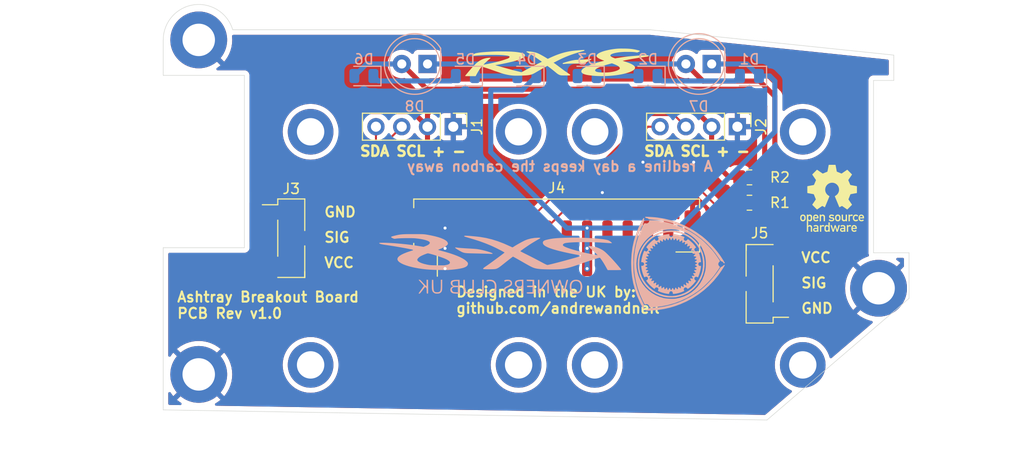
<source format=kicad_pcb>
(kicad_pcb (version 20240108) (generator "pcbnew") (generator_version "8.0")
  (layers (0 "F.Cu" signal) (31 "B.Cu" signal) (34 "B.Paste" user) (35 "F.Paste" user) (36 "B.SilkS" user "B.Silkscreen") (37 "F.SilkS" user "F.Silkscreen") (38 "B.Mask" user) (39 "F.Mask" user) (44 "Edge.Cuts" user))
  (net 0 "")
  (net 1 "Net-(J1-Pin_4)")
  (net 2 "Net-(J1-Pin_3)")
  (net 3 "GND")
  (net 4 "+5V")
  (net 5 "Net-(J2-Pin_3)")
  (net 6 "Net-(J2-Pin_4)")
  (net 7 "Net-(J3-Pin_2)")
  (net 8 "Net-(D1-A)")
  (net 9 "LED_ON")
  (net 10 "Net-(D2-A)")
  (net 11 "Net-(D3-A)")
  (net 12 "Net-(D4-A)")
  (net 13 "Net-(D5-A)")
  (net 14 "Net-(D6-A)")
  (net 15 "Net-(J4-Pin_9)")
  (net 16 "SPARE_1")
  (net 17 "SPARE_2")
  (net 18 "SPARE_3")
  (footprint "MountingHole:MountingHole_2.7mm_M2.5_ISO7380_Pad" (layer "F.Cu") (at 141.525 82.063)
    (property "Reference" "REF**" (hide yes))
    (property "Value" "MountingHole_2.7mm_M2.5_ISO7380_Pad")
  )
  (footprint "Connector_Wire:SolderWirePad_1x01_SMD_1x2mm" (layer "F.Cu") (at 164.775 81.063)
    (property "Reference" "J8" (hide yes))
    (property "Value" "Conn_01x01")
  )
  (footprint "MountingHole:MountingHole_2.7mm_M2.5_ISO7380_Pad" (layer "F.Cu") (at 149.025 82.063)
    (property "Reference" "REF**" (hide yes))
    (property "Value" "MountingHole_2.7mm_M2.5_ISO7380_Pad")
  )
  (footprint "MountingHole:MountingHole_3.2mm_M3_DIN965_Pad" (layer "F.Cu") (at 110 50)
    (property "Reference" "REF**" (hide yes))
    (property "Value" "MountingHole_3.2mm_M3_DIN965_Pad")
  )
  (footprint "Connector_PinHeader_2.54mm:PinHeader_1x04_P2.54mm_Vertical" (layer "F.Cu") (at 163.085 58.563 -90)
    (property "Reference" "J2")
    (property "Value" "Conn_01x04_Pin")
  )
  (footprint "MountingHole:MountingHole_2.7mm_M2.5_ISO7380_Pad" (layer "F.Cu") (at 121.025 59.063)
    (property "Reference" "REF**" (hide yes))
    (property "Value" "MountingHole_2.7mm_M2.5_ISO7380_Pad")
  )
  (footprint "Connector_PinHeader_2.54mm:PinHeader_1x03_P2.54mm_Vertical_SMD_Pin1Left" (layer "F.Cu") (at 165.275 74.063 180)
    (property "Reference" "J5")
    (property "Value" "Conn_01x03_Pin")
  )
  (footprint "Connector_JST:JST_PH_B12B-PH-SM4-TB_1x12-1MP_P2.00mm_Vertical" (layer "F.Cu") (at 145.275 70.063)
    (property "Reference" "J4")
    (property "Value" "Conn_01x12_MountingPin")
  )
  (footprint "Connector_PinHeader_2.54mm:PinHeader_1x03_P2.54mm_Vertical_SMD_Pin1Left" (layer "F.Cu") (at 119.12 69.563)
    (property "Reference" "J3")
    (property "Value" "Conn_01x03_Pin")
  )
  (footprint "Resistor_SMD:R_0805_2012Metric_Pad1.20x1.40mm_HandSolder" (layer "F.Cu") (at 164.275 63.563 180)
    (property "Reference" "R2")
    (property "Value" "R")
  )
  (footprint "Connector_Wire:SolderWirePad_1x01_SMD_1x2mm" (layer "F.Cu") (at 153.775 81.063)
    (property "Reference" "J6" (hide yes))
    (property "Value" "Conn_01x01")
  )
  (footprint "MountingHole:MountingHole_2.7mm_M2.5_ISO7380_Pad" (layer "F.Cu") (at 141.525 59.063)
    (property "Reference" "REF**" (hide yes))
    (property "Value" "MountingHole_2.7mm_M2.5_ISO7380_Pad")
  )
  (footprint "Connector_Wire:SolderWirePad_1x01_SMD_1x2mm" (layer "F.Cu") (at 159.275 81.063)
    (property "Reference" "J7" (hide yes))
    (property "Value" "Conn_01x01")
  )
  (footprint "Resistor_SMD:R_0805_2012Metric_Pad1.20x1.40mm_HandSolder" (layer "F.Cu") (at 164.275 66.063 180)
    (property "Reference" "R1")
    (property "Value" "R")
  )
  (footprint "Connector_PinHeader_2.54mm:PinHeader_1x04_P2.54mm_Vertical" (layer "F.Cu") (at 135.085 58.563 -90)
    (property "Reference" "J1")
    (property "Value" "Conn_01x04_Pin")
  )
  (footprint "MountingHole:MountingHole_3.2mm_M3_DIN965_Pad" (layer "F.Cu") (at 177 74.5)
    (property "Reference" "REF**" (hide yes))
    (property "Value" "MountingHole_3.2mm_M3_DIN965_Pad")
  )
  (footprint "MountingHole:MountingHole_2.7mm_M2.5_ISO7380_Pad" (layer "F.Cu") (at 121.025 82.063)
    (property "Reference" "REF**" (hide yes))
    (property "Value" "MountingHole_2.7mm_M2.5_ISO7380_Pad")
  )
  (footprint "MountingHole:MountingHole_2.7mm_M2.5_ISO7380_Pad" (layer "F.Cu") (at 169.525 59.063)
    (property "Reference" "REF**" (hide yes))
    (property "Value" "MountingHole_2.7mm_M2.5_ISO7380_Pad")
  )
  (footprint "MountingHole:MountingHole_3.2mm_M3_DIN965_Pad" (layer "F.Cu") (at 110 83)
    (property "Reference" "REF**" (hide yes))
    (property "Value" "MountingHole_3.2mm_M3_DIN965_Pad")
  )
  (footprint "MountingHole:MountingHole_2.7mm_M2.5_ISO7380_Pad" (layer "F.Cu") (at 169.525 82.063)
    (property "Reference" "REF**" (hide yes))
    (property "Value" "MountingHole_2.7mm_M2.5_ISO7380_Pad")
  )
  (footprint "MountingHole:MountingHole_2.7mm_M2.5_ISO7380_Pad" (layer "F.Cu") (at 149.025 59.063)
    (property "Reference" "REF**" (hide yes))
    (property "Value" "MountingHole_2.7mm_M2.5_ISO7380_Pad")
  )
  (footprint "LED_SMD:LED_0805_2012Metric" (layer "B.Cu") (at 126.275 53.563 180)
    (property "Reference" "D6")
    (property "Value" "LED")
  )
  (footprint "LED_SMD:LED_0805_2012Metric" (layer "B.Cu") (at 136.275 53.563 180)
    (property "Reference" "D5")
    (property "Value" "LED")
  )
  (footprint "LED_SMD:LED_0805_2012Metric" (layer "B.Cu") (at 148.275 53.563 180)
    (property "Reference" "D3")
    (property "Value" "LED")
  )
  (footprint "LED_SMD:LED_0805_2012Metric" (layer "B.Cu") (at 164.275 53.563 180)
    (property "Reference" "D1")
    (property "Value" "LED")
  )
  (footprint "LED_THT:LED_D5.0mm" (layer "B.Cu") (at 132.55 52.375 180)
    (property "Reference" "D8")
    (property "Value" "LED")
  )
  (footprint "LED_SMD:LED_0805_2012Metric" (layer "B.Cu") (at 154.275 53.563 180)
    (property "Reference" "D2")
    (property "Value" "LED")
  )
  (footprint "LED_SMD:LED_0805_2012Metric" (layer "B.Cu") (at 142.3375 53.563 180)
    (property "Reference" "D4")
    (property "Value" "LED")
  )
  (footprint "Logos:RX8_OC_UK_Logo" (layer "B.Cu") (at 144.775 72.063 180)
    (property "Reference" "G***" (hide yes))
    (property "Value" "LOGO" (hide yes))
  )
  (footprint "LED_THT:LED_D5.0mm" (layer "B.Cu") (at 160.55 52.375 180)
    (property "Reference" "D7")
    (property "Value" "LED")
  )
  (gr_poly (pts (xy 170.825126 67.22822) (xy 170.838515 67.229154) (xy 170.851751 67.230701) (xy 170.864815 67.232851) (xy 170.877687 67.235597) (xy 170.890349 67.238931) (xy 170.902781 67.242845) (xy 170.914963 67.247329) (xy 170.926876 67.252377) (xy 170.9385 67.257978) (xy 170.949817 67.264126) (xy 170.960806 67.270812) (xy 170.971449 67.278028) (xy 170.981725 67.285765) (xy 170.991616 67.294015) (xy 171.001102 67.302771) (xy 171.010163 67.312022) (xy 171.018781 67.321762) (xy 171.026935 67.331983) (xy 171.034607 67.342674) (xy 171.041776 67.35383) (xy 171.048424 67.365441) (xy 171.054531 67.377498) (xy 171.060078 67.389995) (xy 171.065044 67.402921) (xy 171.069412 67.41627) (xy 171.073161 67.430033) (xy 171.076272 67.444201) (xy 171.078725 67.458767) (xy 171.080501 67.473721) (xy 171.081582 67.489057) (xy 171.081946 67.504764) (xy 171.081946 67.613442) (xy 170.673176 67.613442) (xy 170.673368 67.623355) (xy 170.673939 67.632957) (xy 170.674882 67.642248) (xy 170.676188 67.651227) (xy 170.67785 67.659894) (xy 170.679861 67.668249) (xy 170.682214 67.676292) (xy 170.684899 67.684022) (xy 170.687911 67.691439) (xy 170.691241 67.698544) (xy 170.694882 67.705335) (xy 170.698826 67.711813) (xy 170.703066 67.717977) (xy 170.707594 67.723827) (xy 170.712402 67.729363) (xy 170.717483 67.734585) (xy 170.72283 67.739492) (xy 170.728435 67.744084) (xy 170.734289 67.748361) (xy 170.740387 67.752322) (xy 170.746719 67.755968) (xy 170.753279 67.759298) (xy 170.760059 67.762312) (xy 170.767051 67.76501) (xy 170.774248 67.767392) (xy 170.781643 67.769456) (xy 170.789227 67.771204) (xy 170.796993 67.772634) (xy 170.804933 67.773747) (xy 170.813041 67.774542) (xy 170.821307 67.77502) (xy 170.829726 67.775179) (xy 170.839222 67.774907) (xy 170.848781 67.774099) (xy 170.858374 67.772763) (xy 170.867973 67.77091) (xy 170.877549 67.768549) (xy 170.887075 67.765689) (xy 170.896521 67.76234) (xy 170.905859 67.758512) (xy 170.91506 67.754213) (xy 170.924097 67.749454) (xy 170.932941 67.744245) (xy 170.941563 67.738594) (xy 170.949936 67.732511) (xy 170.95803 67.726006) (xy 170.965817 67.719088) (xy 170.973269 67.711768) (xy 171.069013 67.793227) (xy 171.056661 67.80678) (xy 171.043877 67.819323) (xy 171.030685 67.830872) (xy 171.017108 67.841448) (xy 171.003167 67.851069) (xy 170.988885 67.859754) (xy 170.974285 67.867523) (xy 170.959389 67.874393) (xy 170.94422 67.880385) (xy 170.9288 67.885516) (xy 170.913153 67.889806) (xy 170.8973 67.893273) (xy 170.881264 67.895937) (xy 170.865067 67.897817) (xy 170.848733 67.89893) (xy 170.832283 67.899297) (xy 170.806846 67.898505) (xy 170.781156 67.89599) (xy 170.755472 67.89155) (xy 170.730057 67.884979) (xy 170.705173 67.876073) (xy 170.693011 67.87068) (xy 170.68108 67.864627) (xy 170.669413 67.857888) (xy 170.658041 67.850438) (xy 170.646998 67.842251) (xy 170.636317 67.833301) (xy 170.626029 67.823563) (xy 170.616169 67.813012) (xy 170.606767 67.801621) (xy 170.597858 67.789365) (xy 170.589474 67.776219) (xy 170.581648 67.762157) (xy 170.574411 67.747154) (xy 170.567798 67.731184) (xy 170.56184 67.714221) (xy 170.556571 67.69624) (xy 170.552022 67.677216) (xy 170.548228 67.657122) (xy 170.545219 67.635934) (xy 170.54303 67.613625) (xy 170.541692 67.590171) (xy 170.541239 67.565545) (xy 170.541655 67.542158) (xy 170.542882 67.519763) (xy 170.544285 67.504813) (xy 170.673176 67.504813) (xy 170.950009 67.504813) (xy 170.94949 67.495603) (xy 170.948667 67.486668) (xy 170.947545 67.478009) (xy 170.94613 67.469627) (xy 170.944428 67.461523) (xy 170.942445 67.453699) (xy 170.940187 67.446155) (xy 170.93766 67.438893) (xy 170.934869 67.431914) (xy 170.931821 67.425219) (xy 170.928522 67.41881) (xy 170.924977 67.412686) (xy 170.921192 67.406851) (xy 170.917173 67.401304) (xy 170.912927 67.396046) (xy 170.908459 67.39108) (xy 170.903774 67.386405) (xy 170.89888 67.382024) (xy 170.893781 67.377938) (xy 170.888484 67.374147) (xy 170.882995 67.370652) (xy 170.877319 67.367456) (xy 170.871463 67.364558) (xy 170.865431 67.361961) (xy 170.859232 67.359664) (xy 170.852869 67.357671) (xy 170.846349 67.355981) (xy 170.839679 67.354595) (xy 170.832863 67.353516) (xy 170.825908 67.352743) (xy 170.81882 67.352279) (xy 170.811605 67.352124) (xy 170.804386 67.352279) (xy 170.797287 67.352743) (xy 170.790315 67.353516) (xy 170.783476 67.354595) (xy 170.776778 67.355981) (xy 170.770227 67.357671) (xy 170.763829 67.359665) (xy 170.757591 67.361961) (xy 170.75152 67.364558) (xy 170.745623 67.367456) (xy 170.739905 67.370652) (xy 170.734374 67.374147) (xy 170.729037 67.377938) (xy 170.723899 67.382025) (xy 170.718968 67.386406) (xy 170.71425 67.39108) (xy 170.709752 67.396046) (xy 170.705481 67.401304) (xy 170.701442 67.406851) (xy 170.697643 67.412687) (xy 170.694091 67.41881) (xy 170.690792 67.42522) (xy 170.687752 67.431914) (xy 170.684979 67.438893) (xy 170.682479 67.446155) (xy 170.680258 67.453699) (xy 170.678324 67.461523) (xy 170.676682 67.469627) (xy 170.67534 67.478009) (xy 170.674304 67.486668) (xy 170.67358 67.495603) (xy 170.673176 67.504813) (xy 170.544285 67.504813) (xy 170.544892 67.498343) (xy 170.547655 67.477881) (xy 170.551141 67.458362) (xy 170.555322 67.439768) (xy 170.560168 67.422085) (xy 170.565649 67.405295) (xy 170.571737 67.389381) (xy 170.578402 67.374329) (xy 170.585614 67.360121) (xy 170.593345 67.346741) (xy 170.601564 67.334173) (xy 170.610244 67.3224) (xy 170.619353 67.311406) (xy 170.628863 67.301175) (xy 170.638745 67.291691) (xy 170.648969 67.282937) (xy 170.659506 67.274897) (xy 170.670327 67.267554) (xy 170.681401 67.260892) (xy 170.692701 67.254896) (xy 170.704196 67.249548) (xy 170.715857 67.244832) (xy 170.727655 67.240732) (xy 170.73956 67.237231) (xy 170.751543 67.234314) (xy 170.763576 67.231964) (xy 170.787669 67.2289) (xy 170.811605 67.227907)) (stroke (width -0.000001)) (fill solid) (layer "F.SilkS"))
  (gr_poly (pts (xy 172.186423 68.927479) (xy 172.05451 68.927479) (xy 172.05451 68.858928) (xy 172.046527 68.867237) (xy 172.038106 68.87519) (xy 172.029268 68.882764) (xy 172.020031 68.889932) (xy 172.010415 68.896671) (xy 172.000438 68.902954) (xy 171.990119 68.908758) (xy 171.979478 68.914056) (xy 171.968534 68.918825) (xy 171.957305 68.923039) (xy 171.945811 68.926673) (xy 171.93407 68.929702) (xy 171.922103 68.932102) (xy 171.909927 68.933846) (xy 171.897563 68.934912) (xy 171.885028 68.935272) (xy 171.877571 68.935167) (xy 171.870243 68.934853) (xy 171.863044 68.934336) (xy 171.855973 68.933619) (xy 171.84903 68.932707) (xy 171.842216 68.931603) (xy 171.835529 68.930313) (xy 171.828969 68.928841) (xy 171.822537 68.92719) (xy 171.816231 68.925366) (xy 171.810053 68.923371) (xy 171.804 68.921212) (xy 171.798074 68.918891) (xy 171.792274 68.916413) (xy 171.78105 68.911004) (xy 171.770326 68.905019) (xy 171.760101 68.898492) (xy 171.750373 68.891456) (xy 171.741138 68.883947) (xy 171.732396 68.875998) (xy 171.724144 68.867644) (xy 171.716381 68.858918) (xy 171.709103 68.849855) (xy 171.702608 68.841139) (xy 171.696697 68.832335) (xy 171.691347 68.823262) (xy 171.686537 68.813741) (xy 171.682243 68.803591) (xy 171.678442 68.792632) (xy 171.675111 68.780685) (xy 171.672228 68.767569) (xy 171.669769 68.753105) (xy 171.667713 68.737111) (xy 171.666035 68.719409) (xy 171.664714 68.699818) (xy 171.663049 68.654248) (xy 171.662534 68.598964) (xy 171.794471 68.598964) (xy 171.794574 68.618094) (xy 171.794992 68.637075) (xy 171.795887 68.655756) (xy 171.797422 68.673988) (xy 171.799761 68.691622) (xy 171.801283 68.700168) (xy 171.803067 68.708508) (xy 171.805133 68.716623) (xy 171.807501 68.724495) (xy 171.810193 68.732106) (xy 171.813229 68.739435) (xy 171.816628 68.746466) (xy 171.820411 68.753178) (xy 171.824599 68.759554) (xy 171.829212 68.765574) (xy 171.83427 68.77122) (xy 171.839794 68.776474) (xy 171.845804 68.781316) (xy 171.852321 68.785727) (xy 171.859364 68.78969) (xy 171.866955 68.793185) (xy 171.875113 68.796193) (xy 171.883859 68.798697) (xy 171.893213 68.800677) (xy 171.903196 68.802114) (xy 171.913828 68.80299) (xy 171.92513 68.803286) (xy 171.936315 68.802972) (xy 171.946839 68.802043) (xy 171.95672 68.800523) (xy 171.965979 68.798434) (xy 171.974637 68.795797) (xy 171.982712 68.792635) (xy 171.990227 68.78897) (xy 171.9972 68.784825) (xy 172.003652 68.780221) (xy 172.009603 68.775181) (xy 172.015072 68.769728) (xy 172.020082 68.763882) (xy 172.02465 68.757667) (xy 172.028798 68.751105) (xy 172.032545 68.744219) (xy 172.035913 68.737029) (xy 172.03892 68.729559) (xy 172.041587 68.72183) (xy 172.045982 68.705688) (xy 172.049259 68.688778) (xy 172.051579 68.671281) (xy 172.053103 68.653373) (xy 172.053992 68.635232) (xy 172.05451 68.598964) (xy 172.054408 68.581114) (xy 172.053992 68.563111) (xy 172.053103 68.545133) (xy 172.051579 68.527362) (xy 172.049259 68.509977) (xy 172.047751 68.501486) (xy 172.045982 68.493159) (xy 172.043935 68.485018) (xy 172.041587 68.477087) (xy 172.03892 68.469388) (xy 172.035913 68.461942) (xy 172.032545 68.454774) (xy 172.028798 68.447905) (xy 172.02465 68.441357) (xy 172.020082 68.435154) (xy 172.015072 68.429318) (xy 172.009603 68.423871) (xy 172.003652 68.418836) (xy 171.9972 68.414235) (xy 171.990227 68.410092) (xy 171.982712 68.406427) (xy 171.974637 68.403265) (xy 171.965979 68.400627) (xy 171.95672 68.398536) (xy 171.946839 68.397015) (xy 171.936315 68.396086) (xy 171.92513 68.395771) (xy 171.913828 68.396067) (xy 171.903196 68.396944) (xy 171.893213 68.398381) (xy 171.883859 68.400361) (xy 171.875113 68.402864) (xy 171.866955 68.405871) (xy 171.859364 68.409364) (xy 171.852321 68.413323) (xy 171.845804 68.417729) (xy 171.839794 68.422564) (xy 171.83427 68.427808) (xy 171.829212 68.433443) (xy 171.824599 68.439449) (xy 171.820411 68.445808) (xy 171.816628 68.452501) (xy 171.813229 68.459508) (xy 171.810193 68.466812) (xy 171.807501 68.474392) (xy 171.803067 68.490306) (xy 171.799761 68.507101) (xy 171.797422 68.524623) (xy 171.795887 68.542723) (xy 171.794992 68.561247) (xy 171.794471 68.598964) (xy 171.662534 68.598964) (xy 171.662534 68.598963) (xy 171.662659 68.570215) (xy 171.663049 68.54405) (xy 171.663726 68.520291) (xy 171.664714 68.49876) (xy 171.666035 68.479278) (xy 171.667713 68.461667) (xy 171.669769 68.445749) (xy 171.672228 68.431346) (xy 171.675111 68.41828) (xy 171.676719 68.412192) (xy 171.678442 68.406372) (xy 171.680282 68.400797) (xy 171.682243 68.395445) (xy 171.684327 68.390293) (xy 171.686537 68.385319) (xy 171.691347 68.375818) (xy 171.696697 68.366762) (xy 171.702608 68.357974) (xy 171.709103 68.349275) (xy 171.716377 68.3402) (xy 171.724137 68.331465) (xy 171.732387 68.323105) (xy 171.741128 68.315152) (xy 171.750362 68.307641) (xy 171.76009 68.300606) (xy 171.770316 68.294081) (xy 171.781041 68.288098) (xy 171.792266 68.282693) (xy 171.803994 68.277899) (xy 171.816226 68.27375) (xy 171.828966 68.270279) (xy 171.842213 68.26752) (xy 171.855972 68.265508) (xy 171.870243 68.264276) (xy 171.885028 68.263858) (xy 171.897477 68.264218) (xy 171.909608 68.265283) (xy 171.921435 68.267031) (xy 171.932974 68.269438) (xy 171.944241 68.272482) (xy 171.95525 68.276141) (xy 171.966016 68.280391) (xy 171.976555 68.285209) (xy 171.986882 68.290574) (xy 171.997012 68.296462) (xy 172.006961 68.30285) (xy 172.016743 68.309717) (xy 172.026374 68.317038) (xy 172.035868 68.324792) (xy 172.045242 68.332956) (xy 172.05451 68.341506) (xy 172.05451 68.006376) (xy 172.186423 68.006376)) (stroke (width -0.000001)) (fill solid) (layer "F.SilkS"))
  (gr_poly (pts (xy 170.829223 68.264533) (xy 170.857666 68.266535) (xy 170.884749 68.269966) (xy 170.897752 68.272241) (xy 170.910382 68.274903) (xy 170.922627 68.277961) (xy 170.934476 68.281425) (xy 170.945919 68.285305) (xy 170.956943 68.289609) (xy 170.967538 68.294349) (xy 170.977692 68.299532) (xy 170.987396 68.305171) (xy 170.996636 68.311273) (xy 171.005403 68.317848) (xy 171.013684 68.324907) (xy 171.02147 68.332459) (xy 171.028749 68.340514) (xy 171.035509 68.349081) (xy 171.04174 68.358171) (xy 171.04743 68.367792) (xy 171.052569 68.377954) (xy 171.057144 68.388668) (xy 171.061146 68.399942) (xy 171.064563 68.411787) (xy 171.067383 68.424213) (xy 171.069596 68.437228) (xy 171.071191 68.450843) (xy 171.072156 68.465067) (xy 171.07248 68.47991) (xy 171.07248 68.927479) (xy 170.940518 68.927479) (xy 170.940518 68.927504) (xy 170.940518 68.86928) (xy 170.937911 68.86928) (xy 170.932603 68.877493) (xy 170.926831 68.885134) (xy 170.920559 68.892209) (xy 170.913747 68.898723) (xy 170.906359 68.904683) (xy 170.898357 68.910093) (xy 170.889702 68.914961) (xy 170.880358 68.919291) (xy 170.870286 68.923091) (xy 170.859448 68.926364) (xy 170.847806 68.929118) (xy 170.835323 68.931358) (xy 170.821962 68.933091) (xy 170.807683 68.934321) (xy 170.792449 68.935055) (xy 170.776223 68.935298) (xy 170.762696 68.935046) (xy 170.74953 68.934296) (xy 170.736729 68.933061) (xy 170.724298 68.93135) (xy 170.712242 68.929175) (xy 170.700564 68.926547) (xy 170.68927 68.923476) (xy 170.678364 68.919973) (xy 170.66785 68.916049) (xy 170.657732 68.911716) (xy 170.648017 68.906984) (xy 170.638707 68.901863) (xy 170.629807 68.896366) (xy 170.621323 68.890502) (xy 170.613257 68.884283) (xy 170.605616 68.87772) (xy 170.598402 68.870823) (xy 170.591622 68.863603) (xy 170.585279 68.856072) (xy 170.579377 68.84824) (xy 170.573922 68.840118) (xy 170.568918 68.831717) (xy 170.564369 68.823048) (xy 170.56028 68.814121) (xy 170.556655 68.804949) (xy 170.553499 68.795541) (xy 170.550816 68.785908) (xy 170.54861 68.776062) (xy 170.546887 68.766014) (xy 170.545651 68.755773) (xy 170.544906 68.745352) (xy 170.544657 68.734761) (xy 170.544798 68.72827) (xy 170.668824 68.72827) (xy 170.669239 68.73644) (xy 170.670501 68.744441) (xy 170.672639 68.752223) (xy 170.675682 68.759737) (xy 170.677551 68.763379) (xy 170.679657 68.766934) (xy 170.682004 68.770398) (xy 170.684594 68.773765) (xy 170.687431 68.777027) (xy 170.690519 68.780179) (xy 170.693862 68.783214) (xy 170.697463 68.786127) (xy 170.701325 68.788912) (xy 170.705452 68.791561) (xy 170.709848 68.794069) (xy 170.714516 68.79643) (xy 170.719459 68.798638) (xy 170.724682 68.800686) (xy 170.730187 68.802568) (xy 170.735979 68.804279) (xy 170.748435 68.807159) (xy 170.762078 68.809277) (xy 170.776938 68.810585) (xy 170.793041 68.811031) (xy 170.812818 68.810876) (xy 170.830947 68.810333) (xy 170.847482 68.809286) (xy 170.862472 68.807621) (xy 170.869404 68.806519) (xy 170.875969 68.80522) (xy 170.882174 68.803707) (xy 170.888024 68.801968) (xy 170.893527 68.799987) (xy 170.898688 68.79775) (xy 170.903515 68.795242) (xy 170.908013 68.792449) (xy 170.912189 68.789357) (xy 170.916049 68.785951) (xy 170.9196 68.782216) (xy 170.922848 68.778138) (xy 170.925799 68.773703) (xy 170.92846 68.768896) (xy 170.930837 68.763703) (xy 170.932937 68.758109) (xy 170.934766 68.752099) (xy 170.93633 68.74566) (xy 170.937637 68.738777) (xy 170.938691 68.731435) (xy 170.9395 68.72362) (xy 170.94007 68.715317) (xy 170.940407 68.706512) (xy 170.940518 68.697191) (xy 170.940518 68.649294) (xy 170.782714 68.649294) (xy 170.775556 68.649384) (xy 170.768639 68.649655) (xy 170.761963 68.650101) (xy 170.755527 68.650723) (xy 170.74933 68.651516) (xy 170.74337 68.652478) (xy 170.737648 68.653606) (xy 170.732161 68.654898) (xy 170.72691 68.656352) (xy 170.721892 68.657964) (xy 170.717108 68.659732) (xy 170.712556 68.661653) (xy 170.708236 68.663725) (xy 170.704145 68.665946) (xy 170.700284 68.668312) (xy 170.696651 68.67082) (xy 170.693246 68.67347) (xy 170.690068 68.676256) (xy 170.687115 68.679178) (xy 170.684386 68.682233) (xy 170.681882 68.685417) (xy 170.6796 68.688729) (xy 170.67754 68.692165) (xy 170.6757 68.695723) (xy 170.674081 68.699401) (xy 170.672681 68.703195) (xy 170.671498 68.707104) (xy 170.670533 68.711125) (xy 170.669784 68.715254) (xy 170.66925 68.71949) (xy 170.668931 68.723829) (xy 170.668824 68.72827) (xy 170.544798 68.72827) (xy 170.544869 68.724986) (xy 170.545505 68.715316) (xy 170.546563 68.705763) (xy 170.548044 68.696342) (xy 170.549947 68.687065) (xy 170.552271 68.677947) (xy 170.555014 68.669) (xy 170.558178 68.660238) (xy 170.561759 68.651676) (xy 170.565759 68.643325) (xy 170.570177 68.6352) (xy 170.57501 68.627315) (xy 170.58026 68.619683) (xy 170.585925 68.612317) (xy 170.592004 68.605231) (xy 170.598497 68.598438) (xy 170.605404 68.591952) (xy 170.612722 68.585787) (xy 170.620452 68.579955) (xy 170.628593 68.574471) (xy 170.637144 68.569349) (xy 170.646105 68.5646) (xy 170.655475 68.56024) (xy 170.665252 68.556281) (xy 170.675437 68.552738) (xy 170.686029 68.549623) (xy 170.697026 68.54695) (xy 170.708429 68.544733) (xy 170.720236 68.542985) (xy 170.732447 68.541719) (xy 170.745061 68.54095) (xy 170.758077 68.540691) (xy 170.940518 68.540691) (xy 170.940518 68.47214) (xy 170.940044 68.460968) (xy 170.939448 68.455726) (xy 170.938609 68.450707) (xy 170.937525 68.44591) (xy 170.936192 68.441331) (xy 170.934609 68.436966) (xy 170.932773 68.432812) (xy 170.93068 68.428867) (xy 170.92833 68.425126) (xy 170.925718 68.421587) (xy 170.922842 68.418246) (xy 170.919701 68.4151) (xy 170.91629 68.412146) (xy 170.912608 68.40938) (xy 170.908652 68.406799) (xy 170.90442 68.4044) (xy 170.899908 68.402179) (xy 170.890036 68.39826) (xy 170.879017 68.395017) (xy 170.866829 68.392421) (xy 170.853451 68.390448) (xy 170.838863 68.389072) (xy 170.823045 68.388265) (xy 170.805974 68.388002) (xy 170.793539 68.388157) (xy 170.781911 68.388634) (xy 170.771053 68.389449) (xy 170.760924 68.39062) (xy 170.75612 68.391344) (xy 170.751484 68.392163) (xy 170.74701 68.39308) (xy 170.742694 68.394096) (xy 170.73853 68.395213) (xy 170.734514 68.396434) (xy 170.73064 68.397761) (xy 170.726903 68.399195) (xy 170.7233 68.400739) (xy 170.719824 68.402396) (xy 170.71647 68.404166) (xy 170.713235 68.406053) (xy 170.710112 68.408058) (xy 170.707097 68.410184) (xy 170.704185 68.412432) (xy 170.70137 68.414805) (xy 170.698649 68.417305) (xy 170.696015 68.419933) (xy 170.693465 68.422693) (xy 170.690992 68.425585) (xy 170.688592 68.428613) (xy 170.686261 68.431778) (xy 170.683992 68.435083) (xy 170.681782 68.438529) (xy 170.578317 68.359628) (xy 170.588032 68.347029) (xy 170.598267 68.335437) (xy 170.60903 68.324825) (xy 170.620326 68.315167) (xy 170.63216 68.306435) (xy 170.644539 68.298604) (xy 170.657467 68.291645) (xy 170.670951 68.285533) (xy 170.684996 68.28024) (xy 170.699609 68.275739) (xy 170.714794 68.272005) (xy 170.730557 68.26901) (xy 170.746904 68.266727) (xy 170.763841 68.265129) (xy 170.781374 68.26419) (xy 170.799508 68.263883)) (stroke (width -0.000001)) (fill solid) (layer "F.SilkS"))
  (gr_poly (pts (xy 170.24454 67.228351) (xy 170.258805 67.229585) (xy 170.272559 67.2316) (xy 170.285805 67.234363) (xy 170.298543 67.237838) (xy 170.310777 67.241991) (xy 170.322507 67.246789) (xy 170.333735 67.252197) (xy 170.344463 67.258181) (xy 170.354693 67.264706) (xy 170.364427 67.27174) (xy 170.373666 67.279247) (xy 170.382413 67.287193) (xy 170.390668 67.295544) (xy 170.398434 67.304266) (xy 170.405712 67.313325) (xy 170.412203 67.322041) (xy 170.41811 67.330846) (xy 170.423456 67.339921) (xy 170.428264 67.349444) (xy 170.430473 67.354431) (xy 170.432556 67.359597) (xy 170.434516 67.364966) (xy 170.436355 67.370559) (xy 170.438077 67.3764) (xy 170.439684 67.382511) (xy 170.442566 67.395632) (xy 170.445023 67.410103) (xy 170.447079 67.426103) (xy 170.448756 67.443814) (xy 170.450077 67.463414) (xy 170.451065 67.485084) (xy 170.451742 67.509005) (xy 170.452132 67.535355) (xy 170.452256 67.564316) (xy 170.451742 67.619181) (xy 170.450077 67.664439) (xy 170.448756 67.683909) (xy 170.447079 67.701511) (xy 170.445023 67.717423) (xy 170.442566 67.731822) (xy 170.439684 67.744887) (xy 170.436355 67.756796) (xy 170.432556 67.767726) (xy 170.428264 67.777856) (xy 170.423456 67.787363) (xy 170.41811 67.796426) (xy 170.412203 67.805222) (xy 170.405712 67.813929) (xy 170.398438 67.822992) (xy 170.390675 67.831717) (xy 170.382422 67.840071) (xy 170.373677 67.848018) (xy 170.364438 67.855525) (xy 170.354704 67.862559) (xy 170.344473 67.869084) (xy 170.333744 67.875067) (xy 170.322514 67.880473) (xy 170.316712 67.88295) (xy 170.310783 67.88527) (xy 170.304729 67.887428) (xy 170.298548 67.889422) (xy 170.292241 67.891245) (xy 170.285808 67.892895) (xy 170.279248 67.894367) (xy 170.272561 67.895656) (xy 170.265747 67.896759) (xy 170.258806 67.89767) (xy 170.251737 67.898387) (xy 170.24454 67.898904) (xy 170.237216 67.899217) (xy 170.229763 67.899322) (xy 170.217314 67.898963) (xy 170.205183 67.897898) (xy 170.193356 67.896152) (xy 170.181816 67.893746) (xy 170.17055 67.890704) (xy 170.159541 67.887048) (xy 170.148774 67.8828) (xy 170.138235 67.877984) (xy 170.127908 67.872621) (xy 170.117778 67.866736) (xy 170.10783 67.860349) (xy 170.098048 67.853485) (xy 170.088417 67.846165) (xy 170.078922 67.838413) (xy 170.069548 67.83025) (xy 170.06028 67.8217) (xy 170.059813 68.341483) (xy 170.068241 68.33209) (xy 170.077026 68.323301) (xy 170.086158 68.315118) (xy 170.095632 68.30754) (xy 170.105438 68.300567) (xy 170.115571 68.294199) (xy 170.126021 68.288437) (xy 170.136782 68.28328) (xy 170.147845 68.27873) (xy 170.159204 68.274786) (xy 170.170851 68.271448) (xy 170.182777 68.268716) (xy 170.194976 68.266592) (xy 170.20744 68.265074) (xy 170.220161 68.264163) (xy 170.233131 68.263859) (xy 170.242751 68.26409) (xy 170.25243 68.264782) (xy 170.262145 68.265933) (xy 170.27187 68.267541) (xy 170.281584 68.269605) (xy 170.291261 68.272123) (xy 170.300877 68.275094) (xy 170.310409 68.278515) (xy 170.319833 68.282385) (xy 170.329125 68.286703) (xy 170.338261 68.291466) (xy 170.347217 68.296674) (xy 170.35597 68.302324) (xy 170.364494 68.308414) (xy 170.372767 68.314944) (xy 170.380765 68.321911) (xy 170.388463 68.329313) (xy 170.395838 68.33715) (xy 170.402865 68.345419) (xy 170.409521 68.354118) (xy 170.415782 68.363246) (xy 170.421624 68.372802) (xy 170.427024 68.382783) (xy 170.431956 68.393189) (xy 170.436398 68.404016) (xy 170.440325 68.415264) (xy 170.443713 68.426931) (xy 170.446539 68.439016) (xy 170.448779 68.451516) (xy 170.450408 68.464429) (xy 170.451403 68.477755) (xy 170.45174 68.491492) (xy 170.45174 68.927479) (xy 170.319803 68.927479) (xy 170.319803 68.536831) (xy 170.319641 68.528569) (xy 170.31916 68.520531) (xy 170.318367 68.512717) (xy 170.317269 68.505131) (xy 170.315872 68.497776) (xy 170.314184 68.490654) (xy 170.312211 68.483768) (xy 170.30996 68.47712) (xy 170.307438 68.470713) (xy 170.304652 68.464549) (xy 170.301609 68.458632) (xy 170.298315 68.452963) (xy 170.294778 68.447545) (xy 170.291004 68.442381) (xy 170.287001 68.437474) (xy 170.282774 68.432825) (xy 170.278331 68.428439) (xy 170.273679 68.424316) (xy 170.268825 68.42046) (xy 170.263775 68.416874) (xy 170.258536 68.41356) (xy 170.253116 68.41052) (xy 170.24752 68.407758) (xy 170.241757 68.405275) (xy 170.235832 68.403075) (xy 170.229753 68.401159) (xy 170.223527 68.399531) (xy 170.21716 68.398194) (xy 170.210659 68.397149) (xy 170.204031 68.396399) (xy 170.197284 68.395948) (xy 170.190423 68.395796) (xy 170.183448 68.395948) (xy 170.176593 68.396399) (xy 170.169866 68.397149) (xy 170.163272 68.398194) (xy 170.156819 68.399531) (xy 170.150513 68.401159) (xy 170.14436 68.403075) (xy 170.138367 68.405275) (xy 170.132541 68.407758) (xy 170.126889 68.41052) (xy 170.121416 68.41356) (xy 170.116131 68.416874) (xy 170.111038 68.420461) (xy 170.106145 68.424316) (xy 170.101459 68.428439) (xy 170.096986 68.432826) (xy 170.092733 68.437474) (xy 170.088707 68.442381) (xy 170.084913 68.447545) (xy 170.081359 68.452963) (xy 170.078051 68.458632) (xy 170.074996 68.464549) (xy 170.072201 68.470713) (xy 170.069672 68.47712) (xy 170.067415 68.483768) (xy 170.065438 68.490654) (xy 170.063747 68.497776) (xy 170.062348 68.505132) (xy 170.061249 68.512717) (xy 170.060456 68.520531) (xy 170.059975 68.528569) (xy 170.059813 68.536831) (xy 170.059813 68.927479) (xy 169.927851 68.927479) (xy 169.927851 67.564266) (xy 170.06028 67.564266) (xy 170.060798 67.600116) (xy 170.061687 67.61809) (xy 170.063211 67.635856) (xy 170.065531 67.653236) (xy 170.068808 67.670048) (xy 170.073203 67.686113) (xy 170.07587 67.693809) (xy 170.078878 67.70125) (xy 170.082245 67.708416) (xy 170.085993 67.715281) (xy 170.09014 67.721825) (xy 170.094709 67.728025) (xy 170.099718 67.733858) (xy 170.105188 67.739302) (xy 170.111139 67.744334) (xy 170.117591 67.748932) (xy 170.124564 67.753073) (xy 170.132078 67.756735) (xy 170.140154 67.759896) (xy 170.148811 67.762532) (xy 170.158071 67.764622) (xy 170.167952 67.766142) (xy 170.178475 67.767071) (xy 170.18966 67.767385) (xy 170.200962 67.767088) (xy 170.211594 67.766212) (xy 170.221577 67.764774) (xy 170.230931 67.762795) (xy 170.239677 67.760292) (xy 170.247836 67.757285) (xy 170.255426 67.753793) (xy 170.262469 67.749834) (xy 170.268986 67.745429) (xy 170.274996 67.740595) (xy 170.28052 67.735351) (xy 170.285578 67.729718) (xy 170.290191 67.723713) (xy 170.294379 67.717356) (xy 170.298163 67.710665) (xy 170.301562 67.703659) (xy 170.304597 67.696359) (xy 170.307289 67.688781) (xy 170.309658 67.680947) (xy 170.311724 67.672873) (xy 170.313508 67.66458) (xy 170.315029 67.656087) (xy 170.317368 67.638574) (xy 170.318904 67.620486) (xy 170.319799 67.601975) (xy 170.320216 67.583192) (xy 170.320319 67.564291) (xy 170.319799 67.526147) (xy 170.318904 67.507453) (xy 170.317368 67.489209) (xy 170.315029 67.471566) (xy 170.311724 67.454672) (xy 170.307289 67.438678) (xy 170.304597 67.431065) (xy 170.301562 67.423733) (xy 170.298163 67.4167) (xy 170.294379 67.409986) (xy 170.290191 67.403608) (xy 170.285578 67.397587) (xy 170.28052 67.391939) (xy 170.274996 67.386685) (xy 170.268986 67.381842) (xy 170.262469 67.37743) (xy 170.255426 67.373467) (xy 170.247836 67.369971) (xy 170.239677 67.366963) (xy 170.230931 67.364459) (xy 170.221577 67.362479) (xy 170.211594 67.361042) (xy 170.200962 67.360166) (xy 170.18966 67.359869) (xy 170.178479 67.360184) (xy 170.16796 67.361113) (xy 170.158082 67.362635) (xy 170.148826 67.364726) (xy 170.14017 67.367365) (xy 170.132096 67.37053) (xy 170.124583 67.374197) (xy 170.117611 67.378346) (xy 170.11116 67.382953) (xy 170.10521 67.387996) (xy 170.09974 67.393454) (xy 170.094731 67.399303) (xy 170.090162 67.405522) (xy 170.086013 67.412088) (xy 170.082265 67.418979) (xy 170.078896 67.426173) (xy 170.075888 67.433647) (xy 170.073219 67.44138) (xy 170.07087 67.449348) (xy 170.068821 67.45753) (xy 170.067051 67.465903) (xy 170.065541 67.474445) (xy 170.063218 67.491948) (xy 170.061691 67.509859) (xy 170.0608 67.528002) (xy 170.060383 67.546197) (xy 170.06028 67.564266) (xy 169.927851 67.564266) (xy 169.927851 67.235701) (xy 170.06028 67.235701) (xy 170.06028 67.304276) (xy 170.068272 67.295955) (xy 170.076698 67.287993) (xy 170.085541 67.280413) (xy 170.09478 67.273241) (xy 170.104398 67.266501) (xy 170.114375 67.260217) (xy 170.124692 67.254416) (xy 170.135331 67.24912) (xy 170.146273 67.244355) (xy 170.157499 67.240146) (xy 170.16899 67.236516) (xy 170.180727 67.233492) (xy 170.192692 67.231096) (xy 170.204865 67.229355) (xy 170.217229 67.228292) (xy 170.229763 67.227932)) (stroke (width -0.000001)) (fill solid) (layer "F.SilkS"))
  (gr_poly (pts (xy 172.383512 67.228363) (xy 172.403831 67.229566) (xy 172.423342 67.231544) (xy 172.442079 67.234273) (xy 172.460081 67.23773) (xy 172.477382 67.241893) (xy 172.494018 67.246738) (xy 172.510027 67.252243) (xy 172.525444 67.258385) (xy 172.540306 67.265141) (xy 172.554648 67.272487) (xy 172.568506 67.280402) (xy 172.581917 67.288862) (xy 172.594918 67.297844) (xy 172.607543 67.307326) (xy 172.61983 67.317284) (xy 172.538371 67.41293) (xy 172.528651 67.406291) (xy 172.518876 67.399941) (xy 172.50902 67.393899) (xy 172.49906 67.388185) (xy 172.488969 67.382817) (xy 172.478725 67.377815) (xy 172.468301 67.373198) (xy 172.457674 67.368985) (xy 172.446819 67.365196) (xy 172.435711 67.36185) (xy 172.424325 67.358966) (xy 172.412637 67.356563) (xy 172.400623 67.354661) (xy 172.388257 67.353278) (xy 172.375515 67.352435) (xy 172.362372 67.352149) (xy 172.354656 67.352247) (xy 172.34726 67.352538) (xy 172.340179 67.353019) (xy 172.33341 67.353685) (xy 172.326947 67.354532) (xy 172.320784 67.355556) (xy 172.314917 67.356753) (xy 172.309342 67.358119) (xy 172.304052 67.35965) (xy 172.299043 67.361342) (xy 172.29431 67.36319) (xy 172.289849 67.365192) (xy 172.285653 67.367342) (xy 172.281718 67.369636) (xy 172.27804 67.372072) (xy 172.274613 67.374644) (xy 172.271432 67.377348) (xy 172.268492 67.380181) (xy 172.265789 67.383138) (xy 172.263317 67.386215) (xy 172.261071 67.389409) (xy 172.259047 67.392715) (xy 172.257239 67.396128) (xy 172.255642 67.399647) (xy 172.254252 67.403265) (xy 172.253063 67.406979) (xy 172.252071 67.410784) (xy 172.251271 67.414678) (xy 172.250656 67.418656) (xy 172.250224 67.422713) (xy 172.249968 67.426846) (xy 172.249884 67.431051) (xy 172.250132 67.436379) (xy 172.250901 67.441674) (xy 172.252227 67.446902) (xy 172.254145 67.452027) (xy 172.256692 67.457017) (xy 172.259904 67.461837) (xy 172.263817 67.466453) (xy 172.266047 67.468673) (xy 172.268466 67.47083) (xy 172.271078 67.472919) (xy 172.273888 67.474935) (xy 172.2769 67.476875) (xy 172.280119 67.478734) (xy 172.283549 67.480508) (xy 172.287195 67.482193) (xy 172.295151 67.485276) (xy 172.304025 67.487952) (xy 172.313851 67.490184) (xy 172.324666 67.491939) (xy 172.336506 67.493184) (xy 172.445184 67.500904) (xy 172.457686 67.501967) (xy 172.469714 67.503452) (xy 172.481275 67.505351) (xy 172.492372 67.507654) (xy 172.50301 67.510351) (xy 172.513196 67.513434) (xy 172.522933 67.516891) (xy 172.532227 67.520714) (xy 172.541083 67.524894) (xy 172.549506 67.52942) (xy 172.5575 67.534284) (xy 172.565071 67.539475) (xy 172.572225 67.544985) (xy 172.578964 67.550803) (xy 172.585296 67.556921) (xy 172.591225 67.563329) (xy 172.596755 67.570017) (xy 172.601893 67.576975) (xy 172.606642 67.584195) (xy 172.611008 67.591667) (xy 172.614996 67.599381) (xy 172.618611 67.607328) (xy 172.621858 67.615498) (xy 172.624742 67.623882) (xy 172.627268 67.63247) (xy 172.629441 67.641252) (xy 172.632747 67.659364) (xy 172.634702 67.678141) (xy 172.635344 67.697507) (xy 172.634998 67.709356) (xy 172.633971 67.720884) (xy 172.632277 67.732085) (xy 172.629933 67.742958) (xy 172.626954 67.753497) (xy 172.623356 67.7637) (xy 172.619154 67.773564) (xy 172.614365 67.783083) (xy 172.609003 67.792256) (xy 172.603085 67.801078) (xy 172.596626 67.809547) (xy 172.589641 67.817657) (xy 172.582147 67.825407) (xy 172.574159 67.832791) (xy 172.565692 67.839808) (xy 172.556762 67.846453) (xy 172.547385 67.852722) (xy 172.537577 67.858613) (xy 172.516728 67.869244) (xy 172.494341 67.878316) (xy 172.47054 67.885803) (xy 172.44545 67.891675) (xy 172.419197 67.895905) (xy 172.391905 67.898463) (xy 172.3637 67.899322) (xy 172.343904 67.898867) (xy 172.324299 67.8975) (xy 172.304895 67.89522) (xy 172.2857 67.892024) (xy 172.266725 67.887911) (xy 172.24798 67.882879) (xy 172.229473 67.876926) (xy 172.211214 67.870051) (xy 172.193212 67.862251) (xy 172.175478 67.853525) (xy 172.15802 67.843872) (xy 172.140848 67.833288) (xy 172.123972 67.821773) (xy 172.107402 67.809325) (xy 172.091145 67.795941) (xy 172.075213 67.781621) (xy 172.075213 67.781597) (xy 172.167048 67.691089) (xy 172.177782 67.701207) (xy 172.188669 67.710683) (xy 172.199738 67.719516) (xy 172.21102 67.727705) (xy 172.222544 67.735248) (xy 172.234343 67.742143) (xy 172.246444 67.748389) (xy 172.25888 67.753985) (xy 172.271679 67.758928) (xy 172.284872 67.763217) (xy 172.29849 67.76685) (xy 172.312563 67.769827) (xy 172.32712 67.772145) (xy 172.342192 67.773802) (xy 172.357809 67.774798) (xy 172.374002 67.77513) (xy 172.380971 67.775047) (xy 172.387813 67.774797) (xy 172.394523 67.774382) (xy 172.401092 67.773801) (xy 172.407517 67.773054) (xy 172.413789 67.772142) (xy 172.419904 67.771065) (xy 172.425855 67.769823) (xy 172.431636 67.768417) (xy 172.43724 67.766845) (xy 172.442662 67.76511) (xy 172.447894 67.76321) (xy 172.452932 67.761147) (xy 172.457769 67.75892) (xy 172.462398 67.756529) (xy 172.466814 67.753975) (xy 172.47101 67.751259) (xy 172.474981 67.748379) (xy 172.478719 67.745337) (xy 172.482219 67.742132) (xy 172.485474 67.738766) (xy 172.488479 67.735237) (xy 172.491227 67.731547) (xy 172.493712 67.727695) (xy 172.495928 67.723682) (xy 172.497869 67.719507) (xy 172.499528 67.715172) (xy 172.500899 67.710676) (xy 172.501976 67.706019) (xy 172.502753 67.701203) (xy 172.503224 67.696226) (xy 172.503382 67.691089) (xy 172.503281 67.686818) (xy 172.502979 67.682731) (xy 172.502482 67.678825) (xy 172.501795 67.675097) (xy 172.50092 67.671542) (xy 172.499864 67.668156) (xy 172.498629 67.664935) (xy 172.497222 67.661875) (xy 172.495646 67.658972) (xy 172.493906 67.656223) (xy 172.492007 67.653623) (xy 172.489952 67.651168) (xy 172.487746 67.648854) (xy 172.485394 67.646677) (xy 172.482901 67.644634) (xy 172.48027 67.64272) (xy 172.477506 67.640931) (xy 172.474614 67.639263) (xy 172.468463 67.636275) (xy 172.461851 67.633723) (xy 172.454816 67.631577) (xy 172.447393 67.629803) (xy 172.439618 67.62837) (xy 172.431526 67.627247) (xy 172.423153 67.626399) (xy 172.306706 67.616073) (xy 172.286684 67.613722) (xy 172.267404 67.610078) (xy 172.258066 67.607775) (xy 172.248942 67.605153) (xy 172.240041 67.602213) (xy 172.231373 67.598958) (xy 172.222948 67.595388) (xy 172.214774 67.591505) (xy 172.206862 67.587311) (xy 172.199221 67.582806) (xy 172.19186 67.577992) (xy 172.184789 67.572871) (xy 172.178017 67.567444) (xy 172.171554 67.561713) (xy 172.165409 67.555678) (xy 172.159592 67.549342) (xy 172.154112 67.542706) (xy 172.148979 67.535771) (xy 172.144202 67.528539) (xy 172.13979 67.521011) (xy 172.135754 67.513188) (xy 172.132102 67.505073) (xy 172.128845 67.496665) (xy 172.125991 67.487968) (xy 172.12355 67.478982) (xy 172.121531 67.469709) (xy 172.119945 67.46015) (xy 172.1188 67.450307) (xy 172.118106 67.44018) (xy 172.117873 67.429772) (xy 172.118181 67.417471) (xy 172.119098 67.405548) (xy 172.120609 67.394007) (xy 172.122701 67.382846) (xy 172.125361 67.372067) (xy 172.128574 67.361671) (xy 172.132328 67.351657) (xy 172.136609 67.342028) (xy 172.141404 67.332783) (xy 172.146698 67.323924) (xy 172.152479 67.31545) (xy 172.158733 67.307364) (xy 172.165447 67.299665) (xy 172.172606 67.292354) (xy 172.180198 67.285432) (xy 172.188209 67.278899) (xy 172.196625 67.272757) (xy 172.205434 67.267007) (xy 172.214621 67.261647) (xy 172.224172 67.256681) (xy 172.234076 67.252107) (xy 172.244317 67.247928) (xy 172.265759 67.240754) (xy 172.288392 67.235164) (xy 172.312106 67.231164) (xy 172.336794 67.228759) (xy 172.362348 67.227957)) (stroke (width -0.000001)) (fill solid) (layer "F.SilkS"))
  (gr_poly (pts (xy 169.275 67.563) (xy 169.275 67.563012) (xy 169.275 67.562988)) (stroke (width -0.000001)) (fill solid) (layer "F.SilkS"))
  (gr_poly (pts (xy 173.495666 67.626326) (xy 173.495828 67.634581) (xy 173.496309 67.642614) (xy 173.497103 67.650423) (xy 173.498202 67.658004) (xy 173.499601 67.665356) (xy 173.501293 67.672475) (xy 173.503271 67.679359) (xy 173.505528 67.686006) (xy 173.508058 67.692412) (xy 173.510854 67.698575) (xy 173.51391 67.704492) (xy 173.517218 67.710162) (xy 173.520773 67.71558) (xy 173.524568 67.720745) (xy 173.528595 67.725654) (xy 173.532849 67.730304) (xy 173.537322 67.734692) (xy 173.542009 67.738817) (xy 173.546902 67.742675) (xy 173.551994 67.746263) (xy 173.55728 67.74958) (xy 173.562753 67.752622) (xy 173.568405 67.755386) (xy 173.574231 67.757871) (xy 173.580223 67.760074) (xy 173.586375 67.761991) (xy 173.59268 67.763621) (xy 173.599133 67.76496) (xy 173.605725 67.766006) (xy 173.61245 67.766757) (xy 173.619303 67.767209) (xy 173.626276 67.76736) (xy 173.633139 67.767209) (xy 173.639889 67.766757) (xy 173.646519 67.766007) (xy 173.653022 67.764961) (xy 173.659392 67.763622) (xy 173.66562 67.761993) (xy 173.671701 67.760077) (xy 173.677628 67.757875) (xy 173.683394 67.755391) (xy 173.688991 67.752627) (xy 173.694414 67.749585) (xy 173.699654 67.74627) (xy 173.704706 67.742682) (xy 173.709562 67.738825) (xy 173.714216 67.734701) (xy 173.718661 67.730313) (xy 173.722889 67.725664) (xy 173.726895 67.720755) (xy 173.73067 67.715591) (xy 173.734209 67.710173) (xy 173.737504 67.704503) (xy 173.740548 67.698586) (xy 173.743335 67.692423) (xy 173.745858 67.686016) (xy 173.74811 67.679369) (xy 173.750084 67.672484) (xy 173.751773 67.665364) (xy 173.75317 67.658011) (xy 173.754269 67.650428) (xy 173.755062 67.642618) (xy 173.755543 67.634583) (xy 173.755705 67.626326) (xy 173.755705 67.235677) (xy 173.887593 67.235677) (xy 173.887593 67.891577) (xy 173.755705 67.891577) (xy 173.755705 67.821674) (xy 173.753148 67.821674) (xy 173.745174 67.831071) (xy 173.736787 67.839862) (xy 173.728002 67.848048) (xy 173.718832 67.855628) (xy 173.70929 67.862601) (xy 173.69939 67.868969) (xy 173.689146 67.87473) (xy 173.678571 67.879886) (xy 173.667678 67.884435) (xy 173.656482 67.888377) (xy 173.644996 67.891714) (xy 173.633234 67.894444) (xy 173.621208 67.896567) (xy 173.608933 67.898084) (xy 173.596423 67.898994) (xy 173.58369 67.899297) (xy 173.573954 67.899067) (xy 173.564165 67.898375) (xy 173.544527 67.895617) (xy 173.524963 67.891036) (xy 173.515269 67.888066) (xy 173.505665 67.884645) (xy 173.496175 67.880776) (xy 173.486821 67.876459) (xy 173.477629 67.871696) (xy 173.468622 67.866489) (xy 173.459823 67.86084) (xy 173.451256 67.85475) (xy 173.442945 67.848222) (xy 173.434913 67.841255) (xy 173.427185 67.833853) (xy 173.419783 67.826017) (xy 173.412732 67.817749) (xy 173.406055 67.80905) (xy 173.399777 67.799921) (xy 173.39392 67.790366) (xy 173.388508 67.780384) (xy 173.383565 67.769978) (xy 173.379115 67.75915) (xy 173.375182 67.747902) (xy 173.371789 67.736234) (xy 173.368959 67.724148) (xy 173.366717 67.711647) (xy 173.365086 67.698732) (xy 173.364091 67.685404) (xy 173.363753 67.671665) (xy 173.363753 67.235677) (xy 173.495666 67.235677)) (stroke (width -0.000001)) (fill solid) (layer "F.SilkS"))
  (gr_poly (pts (xy 171.532552 68.264083) (xy 171.542192 68.264752) (xy 171.551635 68.265853) (xy 171.560886 68.267374) (xy 171.569953 68.269305) (xy 171.578846 68.271634) (xy 171.58757 68.274349) (xy 171.596135 68.27744) (xy 171.604548 68.280894) (xy 171.612816 68.284701) (xy 171.620948 68.28885) (xy 171.62895 68.293328) (xy 171.636832 68.298124) (xy 171.644601 68.303228) (xy 171.652264 68.308628) (xy 171.659829 68.314312) (xy 171.564134 68.428153) (xy 171.558413 68.423944) (xy 171.552874 68.420062) (xy 171.547487 68.4165) (xy 171.542221 68.413249) (xy 171.537047 68.410303) (xy 171.531933 68.407653) (xy 171.52685 68.405292) (xy 171.521767 68.403212) (xy 171.516653 68.401405) (xy 171.51148 68.399864) (xy 171.506215 68.398582) (xy 171.500828 68.397549) (xy 171.495291 68.39676) (xy 171.489571 68.396205) (xy 171.483638 68.395878) (xy 171.477463 68.395771) (xy 171.465364 68.39626) (xy 171.453385 68.397739) (xy 171.441619 68.400227) (xy 171.430156 68.403743) (xy 171.424566 68.405892) (xy 171.419087 68.408305) (xy 171.413728 68.410984) (xy 171.408502 68.413932) (xy 171.403421 68.417151) (xy 171.398494 68.420643) (xy 171.393735 68.424411) (xy 171.389153 68.428457) (xy 171.384761 68.432783) (xy 171.38057 68.437392) (xy 171.376592 68.442285) (xy 171.372836 68.447466) (xy 171.369316 68.452936) (xy 171.366043 68.458699) (xy 171.363027 68.464756) (xy 171.36028 68.471109) (xy 171.357814 68.477762) (xy 171.35564 68.484715) (xy 171.353769 68.491973) (xy 171.352212 68.499536) (xy 171.350982 68.507408) (xy 171.350089 68.51559) (xy 171.349545 68.524085) (xy 171.349361 68.532896) (xy 171.349361 68.927479) (xy 171.217424 68.927479) (xy 171.217424 68.271652) (xy 171.349361 68.271652) (xy 171.349361 68.341481) (xy 171.351943 68.341481) (xy 171.359913 68.332088) (xy 171.368297 68.3233) (xy 171.377084 68.315117) (xy 171.386262 68.307538) (xy 171.39582 68.300565) (xy 171.405746 68.294198) (xy 171.416028 68.288436) (xy 171.426655 68.283279) (xy 171.437616 68.278729) (xy 171.448899 68.274785) (xy 171.460491 68.271447) (xy 171.472383 68.268715) (xy 171.484561 68.26659) (xy 171.497015 68.265073) (xy 171.509733 68.264162) (xy 171.522704 68.263858)) (stroke (width -0.000001)) (fill solid) (layer "F.SilkS"))
  (gr_poly (pts (xy 147.908541 50.990848) (xy 147.924789 50.991369) (xy 147.9397 50.992326) (xy 147.953297 50.993696) (xy 147.965601 50.995456) (xy 147.976632 50.997582) (xy 147.986412 51.000049) (xy 147.994962 51.002834) (xy 148.002303 51.005913) (xy 148.008457 51.009262) (xy 148.013444 51.012858) (xy 148.017286 51.016676) (xy 148.020004 51.020693) (xy 148.02162 51.024885) (xy 148.022153 51.029228) (xy 148.021627 51.033698) (xy 148.020061 51.038272) (xy 148.017477 51.042925) (xy 148.013896 51.047634) (xy 148.009339 51.052376) (xy 148.003828 51.057125) (xy 147.997384 51.061858) (xy 147.990027 51.066552) (xy 147.98178 51.071183) (xy 147.972663 51.075727) (xy 147.962697 51.080159) (xy 147.951904 51.084457) (xy 147.940305 51.088596) (xy 147.92792 51.092553) (xy 147.914772 51.096303) (xy 147.900882 51.099823) (xy 147.493663 51.215011) (xy 147.285179 51.277267) (xy 147.076272 51.342407) (xy 146.869064 51.410264) (xy 146.665676 51.480671) (xy 146.468228 51.553458) (xy 146.278841 51.62846) (xy 146.118148 51.694629) (xy 145.961464 51.762749) (xy 145.808017 51.832735) (xy 145.657038 51.9045) (xy 145.507758 51.977959) (xy 145.359407 52.053026) (xy 145.062413 52.207642) (xy 145.055702 52.209112) (xy 145.049152 52.210736) (xy 145.042752 52.212504) (xy 145.03649 52.214406) (xy 145.030356 52.216431) (xy 145.024339 52.21857) (xy 145.018428 52.220812) (xy 145.012612 52.223148) (xy 145.001224 52.228059) (xy 144.990086 52.233222) (xy 144.968216 52.243982) (xy 145.08671 52.328441) (xy 145.203337 52.41333) (xy 145.431673 52.583374) (xy 145.873434 52.917362) (xy 145.954557 52.978506) (xy 146.035262 53.037368) (xy 146.115806 53.09437) (xy 146.196444 53.149933) (xy 146.359036 53.258425) (xy 146.525091 53.366213) (xy 146.546783 53.38105) (xy 146.565547 53.395609) (xy 146.58117 53.409786) (xy 146.587737 53.416698) (xy 146.59344 53.423474) (xy 146.598252 53.430101) (xy 146.602146 53.436567) (xy 146.605096 53.442857) (xy 146.607076 53.448959) (xy 146.608059 53.45486) (xy 146.608018 53.460545) (xy 146.606927 53.466003) (xy 146.60476 53.471219) (xy 146.601489 53.47618) (xy 146.59709 53.480874) (xy 146.591534 53.485287) (xy 146.584796 53.489405) (xy 146.576849 53.493216) (xy 146.567666 53.496707) (xy 146.557222 53.499863) (xy 146.545489 53.502672) (xy 146.532442 53.505121) (xy 146.518053 53.507196) (xy 146.502297 53.508885) (xy 146.485146 53.510173) (xy 146.446555 53.511496) (xy 146.402069 53.51106) (xy 145.815577 53.503853) (xy 145.771503 53.502595) (xy 145.728844 53.498875) (xy 145.687482 53.49278) (xy 145.647302 53.484393) (xy 145.608184 53.4738) (xy 145.570013 53.461085) (xy 145.532671 53.446333) (xy 145.496041 53.429628) (xy 145.460006 53.411056) (xy 145.424448 53.390702) (xy 145.389251 53.368649) (xy 145.354297 53.344983) (xy 145.319469 53.319788) (xy 145.28465 53.29315) (xy 145.249723 53.265153) (xy 145.21457 53.235881) (xy 145.11073 53.149323) (xy 145.005706 53.063449) (xy 144.792777 52.89375) (xy 144.577121 52.726775) (xy 144.360076 52.562516) (xy 144.083973 52.711459) (xy 143.809691 52.863701) (xy 143.537257 53.019228) (xy 143.266699 53.178025) (xy 143.153839 53.243326) (xy 143.101802 53.2722) (xy 143.052186 53.298711) (xy 143.004607 53.322976) (xy 142.958683 53.345111) (xy 142.914033 53.365232) (xy 142.870274 53.383457) (xy 142.827024 53.3999) (xy 142.783902 53.41468) (xy 142.740524 53.427911) (xy 142.696508 53.439711) (xy 142.651474 53.450196) (xy 142.605038 53.459483) (xy 142.556818 53.467687) (xy 142.506432 53.474926) (xy 142.427368 53.484802) (xy 142.347796 53.492904) (xy 142.267887 53.499484) (xy 142.18781 53.504793) (xy 142.027823 53.512609) (xy 141.869187 53.518369) (xy 141.723759 53.522535) (xy 141.580406 53.524674) (xy 141.297108 53.525575) (xy 141.199887 53.525576) (xy 141.101118 53.522895) (xy 141.00095 53.517566) (xy 140.899531 53.509618) (xy 140.797009 53.499084) (xy 140.693533 53.485995) (xy 140.589251 53.470382) (xy 140.484311 53.452277) (xy 140.378863 53.43171) (xy 140.273053 53.408714) (xy 140.060946 53.355557) (xy 139.849177 53.293059) (xy 139.74379 53.258384) (xy 139.638932 53.221468) (xy 139.198373 53.068848) (xy 138.759155 52.912831) (xy 138.541326 52.837578) (xy 138.325362 52.766311) (xy 138.111775 52.700642) (xy 137.901075 52.642183) (xy 137.879353 52.642183) (xy 137.803783 52.736423) (xy 137.733734 52.829899) (xy 137.667931 52.923885) (xy 137.605101 53.019652) (xy 137.543969 53.118475) (xy 137.483262 53.221624) (xy 137.421706 53.330374) (xy 137.358027 53.445997) (xy 137.34463 53.470126) (xy 137.333935 53.491085) (xy 137.325422 53.509097) (xy 137.318572 53.524385) (xy 137.312866 53.53717) (xy 137.307784 53.547676) (xy 137.302808 53.556125) (xy 137.300196 53.559647) (xy 137.297417 53.562739) (xy 137.294403 53.565428) (xy 137.291092 53.567742) (xy 137.287417 53.569708) (xy 137.283314 53.571355) (xy 137.278717 53.572711) (xy 137.273563 53.573802) (xy 137.261321 53.575305) (xy 137.246067 53.576087) (xy 137.227283 53.576369) (xy 137.177045 53.576328) (xy 136.445706 53.576328) (xy 136.381619 53.576369) (xy 136.354547 53.576087) (xy 136.33086 53.575305) (xy 136.31061 53.573802) (xy 136.301791 53.572711) (xy 136.293851 53.571355) (xy 136.286797 53.569708) (xy 136.280636 53.567742) (xy 136.275374 53.565428) (xy 136.271017 53.562739) (xy 136.267573 53.559647) (xy 136.265047 53.556125) (xy 136.263448 53.552144) (xy 136.26278 53.547676) (xy 136.263051 53.542694) (xy 136.264268 53.53717) (xy 136.266437 53.531076) (xy 136.269564 53.524385) (xy 136.273657 53.517068) (xy 136.278722 53.509097) (xy 136.284765 53.500446) (xy 136.291793 53.491085) (xy 136.299813 53.480988) (xy 136.308832 53.470126) (xy 136.32989 53.445997) (xy 136.744434 52.953599) (xy 136.868006 52.812258) (xy 137.003968 52.661922) (xy 137.154527 52.501742) (xy 137.321892 52.330869) (xy 137.321894 52.330868) (xy 137.410035 52.253011) (xy 137.497956 52.182154) (xy 137.585604 52.118001) (xy 137.672928 52.060253) (xy 137.759873 52.008613) (xy 137.846387 51.962782) (xy 137.932417 51.922463) (xy 138.01791 51.887358) (xy 138.102813 51.857169) (xy 138.187073 51.831598) (xy 138.270637 51.810348) (xy 138.353452 51.793121) (xy 138.435466 51.779618) (xy 138.516626 51.769542) (xy 138.596877 51.762596) (xy 138.676169 51.75848) (xy 138.704404 51.758664) (xy 138.717031 51.759101) (xy 138.728408 51.759952) (xy 138.738345 51.761355) (xy 138.742713 51.762306) (xy 138.74665 51.763448) (xy 138.750131 51.764796) (xy 138.753132 51.766368) (xy 138.75563 51.768182) (xy 138.7576 51.770255) (xy 138.759019 51.772604) (xy 138.759863 51.775245) (xy 138.760107 51.778198) (xy 138.759729 51.781478) (xy 138.758704 51.785103) (xy 138.757007 51.78909) (xy 138.754617 51.793457) (xy 138.751507 51.79822) (xy 138.747655 51.803397) (xy 138.743036 51.809006) (xy 138.737627 51.815063) (xy 138.731404 51.821585) (xy 138.724343 51.828591) (xy 138.716419 51.836097) (xy 138.697891 51.852678) (xy 138.602488 51.932835) (xy 138.511665 52.010618) (xy 138.425253 52.086365) (xy 138.343082 52.160413) (xy 138.264984 52.2331) (xy 138.190791 52.304765) (xy 138.120332 52.375744) (xy 138.053439 52.446375) (xy 138.365193 52.390584) (xy 138.671171 52.331145) (xy 138.972394 52.267122) (xy 139.26988 52.197577) (xy 139.564649 52.121576) (xy 139.857721 52.038183) (xy 140.150115 51.946459) (xy 140.442851 51.845471) (xy 140.485337 51.824796) (xy 140.504781 51.814257) (xy 140.522984 51.803613) (xy 140.539914 51.792883) (xy 140.555538 51.782091) (xy 140.569826 51.771256) (xy 140.582745 51.760399) (xy 140.594264 51.749544) (xy 140.60435 51.738709) (xy 140.612972 51.727917) (xy 140.620098 51.717189) (xy 140.625696 51.706545) (xy 140.629735 51.696008) (xy 140.632183 51.685599) (xy 140.633008 51.675337) (xy 140.632177 51.665246) (xy 140.62966 51.655346) (xy 140.625425 51.645658) (xy 140.619439 51.636203) (xy 140.611671 51.627003) (xy 140.602089 51.618079) (xy 140.590661 51.609452) (xy 140.577356 51.601143) (xy 140.562142 51.593173) (xy 140.544987 51.585564) (xy 140.525858 51.578338) (xy 140.504725 51.571514) (xy 140.481556 51.565114) (xy 140.456318 51.55916) (xy 140.42898 51.553673) (xy 140.39951 51.548673) (xy 140.216382 51.524751) (xy 140.031382 51.506774) (xy 139.845359 51.493893) (xy 139.659161 51.485258) (xy 139.473639 51.480021) (xy 139.289641 51.477332) (xy 138.929614 51.476201) (xy 138.701995 51.477433) (xy 138.474443 51.481677) (xy 138.246987 51.488931) (xy 138.019657 51.499193) (xy 137.792482 51.512461) (xy 137.565493 51.528735) (xy 137.338719 51.548013) (xy 137.11219 51.570292) (xy 137.077736 51.5736) (xy 137.047672 51.575373) (xy 137.034279 51.57568) (xy 137.021977 51.575599) (xy 137.01076 51.575128) (xy 137.000629 51.574267) (xy 136.991579 51.573013) (xy 136.983608 51.571365) (xy 136.976713 51.569323) (xy 136.970893 51.566884) (xy 136.966144 51.564048) (xy 136.962463 51.560812) (xy 136.959848 51.557176) (xy 136.958296 51.553138) (xy 136.957806 51.548697) (xy 136.958373 51.543851) (xy 136.959996 51.5386) (xy 136.962672 51.532941) (xy 136.966398 51.526873) (xy 136.971172 51.520395) (xy 136.97699 51.513505) (xy 136.983852 51.506203) (xy 136.991753 51.498486) (xy 137.000691 51.490354) (xy 137.010663 51.481805) (xy 137.021668 51.472837) (xy 137.046762 51.453641) (xy 137.075953 51.432755) (xy 137.105689 51.409322) (xy 137.120672 51.398343) (xy 137.135929 51.387841) (xy 137.15161 51.377806) (xy 137.167863 51.368227) (xy 137.184837 51.359094) (xy 137.202681 51.350397) (xy 137.221543 51.342124) (xy 137.241571 51.334265) (xy 137.262916 51.32681) (xy 137.285724 51.319747) (xy 137.310146 51.313067) (xy 137.336329 51.306759) (xy 137.364422 51.300813) (xy 137.394575 51.295217) (xy 137.509223 51.2748) (xy 137.624993 51.256849) (xy 137.741623 51.241109) (xy 137.858855 51.227323) (xy 137.976431 51.215235) (xy 138.094089 51.204591) (xy 138.328618 51.186607) (xy 138.665446 51.165416) (xy 139.00295 51.147642) (xy 139.172166 51.141091) (xy 139.341805 51.136662) (xy 139.51195 51.134776) (xy 139.682686 51.135855) (xy 140.227295 51.137783) (xy 140.525482 51.143884) (xy 140.830293 51.156689) (xy 141.133753 51.178657) (xy 141.282485 51.193847) (xy 141.427888 51.21225) (xy 141.568966 51.234173) (xy 141.704722 51.259926) (xy 141.834159 51.289814) (xy 141.956282 51.324146) (xy 141.978005 51.331327) (xy 141.998378 51.339276) (xy 142.017406 51.347951) (xy 142.035097 51.357313) (xy 142.051458 51.367322) (xy 142.066494 51.37794) (xy 142.080212 51.389124) (xy 142.09262 51.400837) (xy 142.103723 51.413038) (xy 142.113528 51.425687) (xy 142.122042 51.438745) (xy 142.129271 51.452172) (xy 142.135222 51.465927) (xy 142.139902 51.479972) (xy 142.143317 51.494266) (xy 142.145474 51.50877) (xy 142.146379 51.523443) (xy 142.146039 51.538247) (xy 142.14446 51.55314) (xy 142.14165 51.568084) (xy 142.137614 51.583039) (xy 142.13236 51.597965) (xy 142.125893 51.612822) (xy 142.118221 51.627569) (xy 142.109351 51.642169) (xy 142.099288 51.65658) (xy 142.088039 51.670763) (xy 142.075611 51.684678) (xy 142.062011 51.698285) (xy 142.047245 51.711545) (xy 142.031319 51.724417) (xy 142.014241 51.736863) (xy 141.927347 51.793272) (xy 141.820776 51.848279) (xy 141.697593 51.901673) (xy 141.560863 51.953241) (xy 141.413654 52.00277) (xy 141.259031 52.050049) (xy 140.939804 52.137007) (xy 140.627709 52.212417) (xy 140.347273 52.274582) (xy 139.979484 52.352386) (xy 139.774134 52.393232) (xy 139.580317 52.4293) (xy 139.396017 52.461296) (xy 139.219216 52.489923) (xy 139.867264 52.677729) (xy 140.493577 52.851964) (xy 141.109043 53.015352) (xy 141.724547 53.170612) (xy 141.742562 53.174261) (xy 141.758777 53.17706) (xy 141.773424 53.17901) (xy 141.786737 53.180111) (xy 141.792965 53.180344) (xy 141.798948 53.180364) (xy 141.804713 53.180172) (xy 141.81029 53.179768) (xy 141.815709 53.179151) (xy 141.820998 53.178323) (xy 141.826186 53.177283) (xy 141.831303 53.17603) (xy 141.836378 53.174566) (xy 141.84144 53.172889) (xy 141.851641 53.168901) (xy 141.862139 53.164064) (xy 141.873167 53.15838) (xy 141.88496 53.151848) (xy 141.897749 53.144469) (xy 141.92725 53.127169) (xy 142.017439 53.078294) (xy 142.105581 53.02942) (xy 142.195075 52.980546) (xy 142.24139 52.956109) (xy 142.289317 52.931672) (xy 142.663458 52.732175) (xy 143.045041 52.536096) (xy 143.430697 52.344108) (xy 143.817058 52.156888) (xy 143.642862 52.030668) (xy 143.467652 51.907244) (xy 143.291088 51.786701) (xy 143.112832 51.669123) (xy 142.932544 51.554595) (xy 142.749885 51.443201) (xy 142.564517 51.335027) (xy 142.376101 51.230155) (xy 142.352179 51.218294) (xy 142.331989 51.207118) (xy 142.315533 51.196637) (xy 142.308704 51.191661) (xy 142.302809 51.186862) (xy 142.297846 51.182244) (xy 142.293817 51.177806) (xy 142.290721 51.17355) (xy 142.288558 51.169478) (xy 142.287329 51.165592) (xy 142.287032 51.161891) (xy 142.287669 51.158378) (xy 142.289239 51.155055) (xy 142.291742 51.151922) (xy 142.295178 51.148981) (xy 142.299547 51.146234) (xy 142.30485 51.143681) (xy 142.311086 51.141325) (xy 142.318254 51.139166) (xy 142.335392 51.135447) (xy 142.356261 51.132535) (xy 142.380864 51.130441) (xy 142.409199 51.129176) (xy 142.441267 51.128752) (xy 142.58294 51.140212) (xy 142.720628 51.153784) (xy 142.855091 51.170912) (xy 142.921353 51.181262) (xy 142.987094 51.193042) (xy 143.052411 51.206434) (xy 143.117398 51.221619) (xy 143.182152 51.238777) (xy 143.246766 51.258089) (xy 143.311337 51.279735) (xy 143.37596 51.303896) (xy 143.440731 51.330753) (xy 143.505743 51.360487) (xy 143.617047 51.416128) (xy 143.72836 51.474304) (xy 143.839679 51.534851) (xy 143.951005 51.5976) (xy 144.062335 51.662386) (xy 144.173669 51.729041) (xy 144.285005 51.797401) (xy 144.396343 51.867297) (xy 144.401686 51.865862) (xy 144.406881 51.864266) (xy 144.41195 51.862521) (xy 144.416913 51.860637) (xy 144.421792 51.858626) (xy 144.426607 51.856497) (xy 144.436132 51.851932) (xy 144.475921 51.831162) (xy 144.721553 51.715606) (xy 144.954188 51.612689) (xy 145.175104 51.521478) (xy 145.385578 51.441043) (xy 145.586889 51.370453) (xy 145.780313 51.308775) (xy 145.967129 51.255079) (xy 146.148613 51.208433) (xy 146.359858 51.161364) (xy 146.566534 51.122535) (xy 146.771521 51.090672) (xy 146.9777 51.0645) (xy 147.187952 51.042743) (xy 147.405157 51.024127) (xy 147.871954 50.991214) (xy 147.890937 50.990789)) (stroke (width -0.000001)) (fill solid) (layer "F.SilkS"))
  (gr_poly (pts (xy 172.731082 62.324182) (xy 172.732473 62.324285) (xy 172.733856 62.324455) (xy 172.735231 62.32469) (xy 172.736594 62.324989) (xy 172.737945 62.325349) (xy 172.73928 62.325769) (xy 172.740599 62.326248) (xy 172.741898 62.326783) (xy 172.743175 62.327372) (xy 172.74443 62.328015) (xy 172.745659 62.32871) (xy 172.74686 62.329454) (xy 172.748032 62.330247) (xy 172.749173 62.331086) (xy 172.750279 62.331969) (xy 172.75135 62.332896) (xy 172.752383 62.333864) (xy 172.753377 62.334871) (xy 172.754328 62.335916) (xy 172.755235 62.336998) (xy 172.756097 62.338114) (xy 172.75691 62.339263) (xy 172.757673 62.340443) (xy 172.758384 62.341653) (xy 172.759041 62.34289) (xy 172.759641 62.344153) (xy 172.760183 62.345441) (xy 172.760664 62.346751) (xy 172.761083 62.348082) (xy 172.761437 62.349432) (xy 172.761725 62.3508) (xy 172.877336 62.97186) (xy 172.877628 62.973236) (xy 172.877983 62.974618) (xy 172.878872 62.977385) (xy 172.879988 62.980143) (xy 172.881315 62.982875) (xy 172.882836 62.985561) (xy 172.884538 62.988185) (xy 172.886404 62.990727) (xy 172.888419 62.993171) (xy 172.890567 62.995498) (xy 172.892832 62.997689) (xy 172.895199 62.999728) (xy 172.897653 63.001595) (xy 172.900178 63.003274) (xy 172.902758 63.004745) (xy 172.904063 63.005398) (xy 172.905377 63.005992) (xy 172.906697 63.006525) (xy 172.908021 63.006995) (xy 173.32429 63.177388) (xy 173.326875 63.178529) (xy 173.329616 63.179482) (xy 173.33249 63.180249) (xy 173.335471 63.180831) (xy 173.338537 63.181231) (xy 173.341663 63.181449) (xy 173.344825 63.181488) (xy 173.347999 63.181349) (xy 173.35116 63.181035) (xy 173.354286 63.180545) (xy 173.357351 63.179884) (xy 173.360332 63.179051) (xy 173.363205 63.178049) (xy 173.365945 63.176879) (xy 173.368529 63.175544) (xy 173.370933 63.174044) (xy 173.889781 62.817965) (xy 173.89095 62.817205) (xy 173.892153 62.816503) (xy 173.893387 62.81586) (xy 173.894652 62.815276) (xy 173.895942 62.814751) (xy 173.897257 62.814284) (xy 173.898593 62.813875) (xy 173.899948 62.813524) (xy 173.901319 62.81323) (xy 173.902703 62.812993) (xy 173.905502 62.812692) (xy 173.908323 62.812616) (xy 173.911145 62.812765) (xy 173.913947 62.813137) (xy 173.916709 62.813728) (xy 173.919408 62.814539) (xy 173.920728 62.815025) (xy 173.922024 62.815566) (xy 173.923294 62.81616) (xy 173.924536 62.816808) (xy 173.925746 62.817508) (xy 173.926923 62.818262) (xy 173.928063 62.819068) (xy 173.929163 62.819927) (xy 173.930222 62.820838) (xy 173.931236 62.821801) (xy 174.368208 63.258748) (xy 174.36917 63.259762) (xy 174.370081 63.260822) (xy 174.370939 63.261923) (xy 174.371744 63.263064) (xy 174.372496 63.264241) (xy 174.373195 63.265453) (xy 174.374433 63.267968) (xy 174.375455 63.270587) (xy 174.376261 63.27329) (xy 174.376848 63.276055) (xy 174.377216 63.278861) (xy 174.377362 63.281686) (xy 174.377285 63.28451) (xy 174.376983 63.287311) (xy 174.376454 63.290067) (xy 174.375698 63.292759) (xy 174.375233 63.294073) (xy 174.374711 63.295363) (xy 174.374132 63.296626) (xy 174.373494 63.29786) (xy 174.372798 63.299061) (xy 174.372043 63.300227) (xy 174.02221 63.810175) (xy 174.020704 63.812585) (xy 174.019367 63.815169) (xy 174.0182 63.817905) (xy 174.017206 63.820769) (xy 174.016386 63.823737) (xy 174.01574 63.826787) (xy 174.015272 63.829894) (xy 174.014982 63.833036) (xy 174.014871 63.836188) (xy 174.014942 63.839328) (xy 174.015196 63.842433) (xy 174.015634 63.845478) (xy 174.016258 63.84844) (xy 174.017069 63.851296) (xy 174.018069 63.854023) (xy 174.01926 63.856597) (xy 174.203323 64.285995) (xy 174.204376 64.288631) (xy 174.205671 64.291243) (xy 174.207188 64.293816) (xy 174.208909 64.296334) (xy 174.210817 64.298782) (xy 174.212893 64.301144) (xy 174.215119 64.303404) (xy 174.217476 64.305546) (xy 174.219947 64.307554) (xy 174.222512 64.309414) (xy 174.225154 64.311109) (xy 174.227855 64.312623) (xy 174.230596 64.31394) (xy 174.233358 64.315046) (xy 174.236125 64.315924) (xy 174.238877 64.316558) (xy 174.839332 64.428235) (xy 174.839356 64.42826) (xy 174.840717 64.428554) (xy 174.842062 64.428914) (xy 174.843387 64.429338) (xy 174.844692 64.429824) (xy 174.845975 64.43037) (xy 174.847234 64.430974) (xy 174.848468 64.431633) (xy 174.849674 64.432347) (xy 174.851997 64.433927) (xy 174.854189 64.435699) (xy 174.856238 64.437646) (xy 174.858129 64.439751) (xy 174.859848 64.441999) (xy 174.861381 64.444374) (xy 174.862715 64.446859) (xy 174.863303 64.448137) (xy 174.863836 64.449438) (xy 174.864312 64.450757) (xy 174.86473 64.452094) (xy 174.865087 64.453447) (xy 174.865383 64.454813) (xy 174.865615 64.45619) (xy 174.865781 64.457577) (xy 174.86588 64.458971) (xy 174.865911 64.460371) (xy 174.865837 65.078357) (xy 174.865802 65.079752) (xy 174.865698 65.081143) (xy 174.865528 65.082528) (xy 174.865292 65.083904) (xy 174.864992 65.085269) (xy 174.864631 65.086621) (xy 174.86421 65.087959) (xy 174.86373 65.089279) (xy 174.863194 65.090581) (xy 174.862602 65.091861) (xy 174.861958 65.093118) (xy 174.861262 65.094349) (xy 174.860517 65.095553) (xy 174.859723 65.096728) (xy 174.858884 65.097871) (xy 174.857999 65.09898) (xy 174.857072 65.100053) (xy 174.856104 65.101088) (xy 174.855097 65.102083) (xy 174.854052 65.103036) (xy 174.852971 65.103945) (xy 174.851856 65.104807) (xy 174.850709 65.105621) (xy 174.849531 65.106385) (xy 174.848324 65.107095) (xy 174.847089 65.107751) (xy 174.845829 65.10835) (xy 174.844546 65.10889) (xy 174.84324 65.109369) (xy 174.841914 65.109785) (xy 174.84057 65.110136) (xy 174.839208 65.110419) (xy 174.253506 65.219416) (xy 174.252128 65.2197) (xy 174.250747 65.220048) (xy 174.249365 65.220457) (xy 174.247984 65.220927) (xy 174.245235 65.222037) (xy 174.242518 65.223362) (xy 174.23985 65.224887) (xy 174.237249 65.226595) (xy 174.234733 65.22847) (xy 174.232318 65.230496) (xy 174.230022 65.232657) (xy 174.227864 65.234938) (xy 174.225859 65.237321) (xy 174.224027 65.239792) (xy 174.222383 65.242334) (xy 174.220947 65.24493) (xy 174.219734 65.247566) (xy 174.219218 65.248893) (xy 174.218764 65.250225) (xy 174.035906 65.706989) (xy 174.034779 65.709586) (xy 174.033838 65.712336) (xy 174.033084 65.715216) (xy 174.032513 65.718201) (xy 174.032123 65.721269) (xy 174.031915 65.724394) (xy 174.031884 65.727555) (xy 174.03203 65.730725) (xy 174.032351 65.733883) (xy 174.032846 65.737005) (xy 174.033511 65.740065) (xy 174.034347 65.743042) (xy 174.03535 65.745911) (xy 174.036519 65.748648) (xy 174.037852 65.751229) (xy 174.039348 65.753632) (xy 174.372019 66.238402) (xy 174.372782 66.239573) (xy 174.373486 66.240779) (xy 174.37413 66.242016) (xy 174.374716 66.243284) (xy 174.375243 66.244578) (xy 174.375711 66.245896) (xy 174.376122 66.247236) (xy 174.376474 66.248594) (xy 174.376769 66.249969) (xy 174.377006 66.251358) (xy 174.37731 66.254165) (xy 174.377386 66.256994) (xy 174.377237 66.259824) (xy 174.376865 66.262634) (xy 174.376273 66.265403) (xy 174.375461 66.268109) (xy 174.374973 66.269432) (xy 174.374432 66.270731) (xy 174.373836 66.272004) (xy 174.373187 66.273248) (xy 174.372485 66.27446) (xy 174.37173 66.275638) (xy 174.370922 66.27678) (xy 174.370061 66.277881) (xy 174.369148 66.278941) (xy 174.368183 66.279955) (xy 173.931138 66.716927) (xy 173.930132 66.717883) (xy 173.929081 66.718788) (xy 173.927987 66.719641) (xy 173.926853 66.720442) (xy 173.925682 66.721191) (xy 173.924476 66.721887) (xy 173.92197 66.723121) (xy 173.919358 66.724142) (xy 173.916659 66.724948) (xy 173.913897 66.725537) (xy 173.911092 66.725908) (xy 173.908266 66.726058) (xy 173.90544 66.725985) (xy 173.902635 66.725687) (xy 173.899873 66.725163) (xy 173.897176 66.724411) (xy 173.895858 66.723948) (xy 173.894564 66.723428) (xy 173.893297 66.722849) (xy 173.892059 66.722213) (xy 173.890853 66.721517) (xy 173.889683 66.720763) (xy 173.41342 66.39387) (xy 173.411027 66.392381) (xy 173.408463 66.391075) (xy 173.405752 66.389953) (xy 173.402918 66.389016) (xy 173.399984 66.388263) (xy 173.396972 66.387696) (xy 173.393907 66.387315) (xy 173.390812 66.387121) (xy 173.38771 66.387113) (xy 173.384624 66.387292) (xy 173.381578 66.387659) (xy 173.378595 66.388213) (xy 173.375698 66.388956) (xy 173.372912 66.389889) (xy 173.370258 66.39101) (xy 173.367761 66.392321) (xy 173.157733 66.504441) (xy 173.156478 66.505038) (xy 173.155212 66.505564) (xy 173.153938 66.506018) (xy 173.152658 66.506401) (xy 173.151374 66.506715) (xy 173.150088 66.50696) (xy 173.148802 66.507137) (xy 173.147519 66.507247) (xy 173.146241 66.50729) (xy 173.14497 66.507267) (xy 173.143709 66.50718) (xy 173.142458 66.507028) (xy 173.141221 66.506813) (xy 173.14 66.506535) (xy 173.138797 66.506196) (xy 173.137614 66.505796) (xy 173.136454 66.505335) (xy 173.135318 66.504816) (xy 173.134208 66.504237) (xy 173.133128 66.503601) (xy 173.132078 66.502908) (xy 173.131062 66.502159) (xy 173.130082 66.501354) (xy 173.129139 66.500495) (xy 173.128235 66.499582) (xy 173.127374 66.498616) (xy 173.126557 66.497598) (xy 173.125787 66.496529) (xy 173.125065 66.495409) (xy 173.124394 66.494239) (xy 173.123775 66.49302) (xy 173.123212 66.491753) (xy 172.690175 65.445303) (xy 172.689675 65.444001) (xy 172.689243 65.44268) (xy 172.688875 65.441342) (xy 172.688572 65.439988) (xy 172.688332 65.438623) (xy 172.688156 65.437248) (xy 172.688041 65.435865) (xy 172.687987 65.434478) (xy 172.687994 65.433089) (xy 172.688061 65.431699) (xy 172.688186 65.430312) (xy 172.688368 65.428931) (xy 172.688608 65.427557) (xy 172.688904 65.426193) (xy 172.689255 65.424842) (xy 172.689661 65.423506) (xy 172.690121 65.422187) (xy 172.690633 65.420889) (xy 172.691197 65.419613) (xy 172.691813 65.418362) (xy 172.692479 65.417139) (xy 172.693194 65.415945) (xy 172.693958 65.414784) (xy 172.69477 65.413659) (xy 172.695628 65.41257) (xy 172.696533 65.411522) (xy 172.697484 65.410515) (xy 172.698479 65.409554) (xy 172.699517 65.408641) (xy 172.700598 65.407777) (xy 172.701722 65.406965) (xy 172.702886 65.406208) (xy 172.755455 65.374023) (xy 172.759241 65.371611) (xy 172.763282 65.368857) (xy 172.767503 65.365823) (xy 172.771827 65.362569) (xy 172.776177 65.359154) (xy 172.780478 65.355639) (xy 172.784652 65.352084) (xy 172.788624 65.34855) (xy 172.823418 65.324734) (xy 172.856625 65.298876) (xy 172.888154 65.271065) (xy 172.917913 65.241393) (xy 172.945812 65.209948) (xy 172.971761 65.176822) (xy 172.995669 65.142103) (xy 173.017445 65.105883) (xy 173.036999 65.06825) (xy 173.05424 65.029296) (xy 173.069077 64.98911) (xy 173.08142 64.947783) (xy 173.091177 64.905403) (xy 173.098259 64.862062) (xy 173.102575 64.81785) (xy 173.104034 64.772855) (xy 173.103145 64.737684) (xy 173.100505 64.702975) (xy 173.096159 64.668771) (xy 173.090149 64.635114) (xy 173.082517 64.602048) (xy 173.073307 64.569615) (xy 173.062562 64.53786) (xy 173.050325 64.506823) (xy 173.036639 64.476549) (xy 173.021546 64.447081) (xy 173.005089 64.41846) (xy 172.987313 64.390731) (xy 172.968258 64.363936) (xy 172.947969 64.338118) (xy 172.926489 64.31332) (xy 172.90386 64.289585) (xy 172.880125 64.266956) (xy 172.855327 64.245476) (xy 172.82951 64.225187) (xy 172.802715 64.206133) (xy 172.774987 64.188357) (xy 172.746368 64.171901) (xy 172.7169 64.156809) (xy 172.686628 64.143123) (xy 172.655593 64.130886) (xy 172.62384 64.120142) (xy 172.59141 64.110933) (xy 172.558347 64.103302) (xy 172.524693 64.097292) (xy 172.490492 64.092946) (xy 172.455787 64.090306) (xy 172.42062 64.089417) (xy 172.385454 64.090306) (xy 172.350748 64.092946) (xy 172.316546 64.097292) (xy 172.282892 64.103302) (xy 172.249828 64.110933) (xy 172.217396 64.120142) (xy 172.185641 64.130886) (xy 172.154605 64.143123) (xy 172.124331 64.156809) (xy 172.094862 64.171901) (xy 172.06624 64.188357) (xy 172.03851 64.206133) (xy 172.011713 64.225187) (xy 171.985894 64.245476) (xy 171.961094 64.266956) (xy 171.937356 64.289585) (xy 171.914725 64.31332) (xy 171.893242 64.338118) (xy 171.872951 64.363936) (xy 171.853894 64.390731) (xy 171.836115 64.41846) (xy 171.819657 64.447081) (xy 171.804562 64.476549) (xy 171.790874 64.506823) (xy 171.778635 64.53786) (xy 171.767889 64.569615) (xy 171.758678 64.602048) (xy 171.751045 64.635114) (xy 171.745034 64.668771) (xy 171.740687 64.702975) (xy 171.738047 64.737684) (xy 171.737158 64.772855) (xy 171.737524 64.795445) (xy 171.738617 64.81785) (xy 171.740424 64.840059) (xy 171.742934 64.862062) (xy 171.746136 64.883847) (xy 171.750018 64.905403) (xy 171.75457 64.926719) (xy 171.759779 64.947783) (xy 171.765634 64.968584) (xy 171.772124 64.98911) (xy 171.779238 65.009352) (xy 171.786964 65.029296) (xy 171.795292 65.048933) (xy 171.804208 65.06825) (xy 171.823765 65.105883) (xy 171.845543 65.142103) (xy 171.869452 65.176822) (xy 171.895401 65.209948) (xy 171.9233 65.241393) (xy 171.953056 65.271065) (xy 171.984581 65.298876) (xy 172.017782 65.324734) (xy 172.052568 65.34855) (xy 172.05657 65.352092) (xy 172.060763 65.355649) (xy 172.065074 65.359163) (xy 172.069429 65.362575) (xy 172.073754 65.365824) (xy 172.077975 65.36885) (xy 172.082018 65.371595) (xy 172.085811 65.373999) (xy 172.138379 65.406208) (xy 172.13955 65.406965) (xy 172.140679 65.407777) (xy 172.141766 65.408641) (xy 172.14281 65.409555) (xy 172.143809 65.410517) (xy 172.144763 65.411524) (xy 172.146534 65.413662) (xy 172.148114 65.415951) (xy 172.149498 65.41837) (xy 172.150679 65.420899) (xy 172.15165 65.423518) (xy 172.152405 65.426208) (xy 172.152938 65.428948) (xy 172.153241 65.431718) (xy 172.153309 65.434499) (xy 172.153134 65.43727) (xy 172.152954 65.438646) (xy 172.152711 65.440012) (xy 172.152404 65.441366) (xy 172.152032 65.442705) (xy 172.151594 65.444026) (xy 172.151091 65.445328) (xy 171.718028 66.491704) (xy 171.717465 66.492971) (xy 171.716847 66.49419) (xy 171.716175 66.495361) (xy 171.715452 66.496482) (xy 171.71468 66.497552) (xy 171.713862 66.498572) (xy 171.713 66.499539) (xy 171.712095 66.500453) (xy 171.711151 66.501314) (xy 171.710168 66.50212) (xy 171.709151 66.502871) (xy 171.7081 66.503565) (xy 171.707018 66.504203) (xy 171.705907 66.504782) (xy 171.70477 66.505304) (xy 171.703608 66.505765) (xy 171.702424 66.506167) (xy 171.70122 66.506507) (xy 171.699998 66.506785) (xy 171.698761 66.507001) (xy 171.69751 66.507153) (xy 171.696248 66.50724) (xy 171.694978 66.507262) (xy 171.693701 66.507219) (xy 171.692419 66.507108) (xy 171.691135 66.50693) (xy 171.689851 66.506683) (xy 171.688569 66.506366) (xy 171.687291 66.50598) (xy 171.68602 66.505523) (xy 171.684758 66.504993) (xy 171.683507 66.504391) (xy 171.47348 66.392272) (xy 171.470991 66.390965) (xy 171.468343 66.389848) (xy 171.465561 66.388921) (xy 171.462667 66.388182) (xy 171.459685 66.387631) (xy 171.45664 66.387268) (xy 171.453554 66.387092) (xy 171.45045 66.387102) (xy 171.447354 66.387299) (xy 171.444287 66.387681) (xy 171.441275 66.388249) (xy 171.43834 66.389001) (xy 171.435506 66.389937) (xy 171.432796 66.391057) (xy 171.430235 66.39236) (xy 171.427845 66.393845) (xy 170.951582 66.720713) (xy 170.950412 66.72147) (xy 170.949206 66.722167) (xy 170.947968 66.722806) (xy 170.946701 66.723386) (xy 170.945407 66.723908) (xy 170.944089 66.724372) (xy 170.942749 66.724779) (xy 170.941391 66.725128) (xy 170.940017 66.725419) (xy 170.938629 66.725654) (xy 170.935824 66.725952) (xy 170.932997 66.726026) (xy 170.93017 66.725877) (xy 170.927363 66.725506) (xy 170.9246 66.724916) (xy 170.9219 66.724108) (xy 170.92058 66.723624) (xy 170.919285 66.723085) (xy 170.918016 66.722494) (xy 170.916776 66.721849) (xy 170.915568 66.721151) (xy 170.914395 66.720401) (xy 170.91326 66.719598) (xy 170.912164 66.718743) (xy 170.911111 66.717836) (xy 170.910103 66.716878) (xy 170.473058 66.279931) (xy 170.472097 66.278916) (xy 170.471188 66.277857) (xy 170.470331 66.276755) (xy 170.469526 66.275614) (xy 170.468774 66.274436) (xy 170.468075 66.273224) (xy 170.466836 66.270707) (xy 170.465811 66.268084) (xy 170.465002 66.265378) (xy 170.464411 66.26261) (xy 170.46404 66.2598) (xy 170.463891 66.256969) (xy 170.463965 66.25414) (xy 170.464266 66.251333) (xy 170.464794 66.24857) (xy 170.465552 66.245871) (xy 170.466017 66.244553) (xy 170.466541 66.243259) (xy 170.467123 66.241992) (xy 170.467764 66.240754) (xy 170.468463 66.239548) (xy 170.469222 66.238378) (xy 170.801942 65.753558) (xy 170.803446 65.75116) (xy 170.804787 65.748581) (xy 170.805961 65.745846) (xy 170.806968 65.742979) (xy 170.807806 65.740003) (xy 170.808473 65.736942) (xy 170.808967 65.73382) (xy 170.809288 65.730661) (xy 170.809432 65.727489) (xy 170.809399 65.724327) (xy 170.809188 65.7212) (xy 170.808795 65.718131) (xy 170.80822 65.715145) (xy 170.807461 65.712264) (xy 170.806516 65.709513) (xy 170.805384 65.706916) (xy 170.622551 65.250151) (xy 170.622099 65.24882) (xy 170.621583 65.247492) (xy 170.620372 65.244857) (xy 170.618934 65.24226) (xy 170.617287 65.239719) (xy 170.61545 65.237249) (xy 170.61344 65.234866) (xy 170.611274 65.232586) (xy 170.608972 65.230426) (xy 170.60655 65.228401) (xy 170.604027 65.226527) (xy 170.60142 65.224821) (xy 170.598748 65.223299) (xy 170.596028 65.221976) (xy 170.593278 65.22087) (xy 170.590515 65.219994) (xy 170.589135 65.219649) (xy 170.587759 65.219367) (xy 170.002057 65.11037) (xy 170.000693 65.110085) (xy 169.999347 65.109732) (xy 169.998019 65.109315) (xy 169.996712 65.108834) (xy 169.995427 65.108293) (xy 169.994167 65.107693) (xy 169.992932 65.107036) (xy 169.991724 65.106325) (xy 169.990546 65.105561) (xy 169.989398 65.104747) (xy 169.987202 65.102977) (xy 169.98515 65.101029) (xy 169.983256 65.098922) (xy 169.981534 65.096671) (xy 169.979996 65.094294) (xy 169.978658 65.091807) (xy 169.978067 65.090528) (xy 169.977532 65.089227) (xy 169.977053 65.087907) (xy 169.976632 65.08657) (xy 169.976271 65.085218) (xy 169.975972 65.083854) (xy 169.975737 65.082478) (xy 169.975566 65.081094) (xy 169.975463 65.079703) (xy 169.975428 65.078308) (xy 169.975404 64.460298) (xy 169.975438 64.458902) (xy 169.975541 64.457512) (xy 169.975711 64.45613) (xy 169.975946 64.454756) (xy 169.976244 64.453393) (xy 169.976603 64.452044) (xy 169.977023 64.450709) (xy 169.9775 64.449392) (xy 169.978034 64.448095) (xy 169.978623 64.446818) (xy 169.979265 64.445565) (xy 169.979959 64.444337) (xy 169.980702 64.443137) (xy 169.981493 64.441966) (xy 169.982331 64.440827) (xy 169.983213 64.439721) (xy 169.984139 64.43865) (xy 169.985105 64.437617) (xy 169.986112 64.436624) (xy 169.987156 64.435672) (xy 169.988236 64.434764) (xy 169.989352 64.433901) (xy 169.9905 64.433087) (xy 169.991679 64.432322) (xy 169.992887 64.431608) (xy 169.994124 64.430949) (xy 169.995386 64.430345) (xy 169.996673 64.429799) (xy 169.997983 64.429313) (xy 169.999314 64.428889) (xy 170.000664 64.428529) (xy 170.002032 64.428235) (xy 170.602462 64.316558) (xy 170.603842 64.31627) (xy 170.605227 64.31592) (xy 170.606614 64.315509) (xy 170.608003 64.315039) (xy 170.610773 64.313931) (xy 170.613518 64.312612) (xy 170.616222 64.311098) (xy 170.618864 64.309403) (xy 170.621429 64.307544) (xy 170.623897 64.305537) (xy 170.62625 64.303396) (xy 170.62847 64.301137) (xy 170.630539 64.298777) (xy 170.63244 64.296331) (xy 170.634154 64.293814) (xy 170.635662 64.291242) (xy 170.636947 64.28863) (xy 170.637501 64.287315) (xy 170.637991 64.285995) (xy 170.822079 63.856597) (xy 170.823266 63.854023) (xy 170.824263 63.851296) (xy 170.825073 63.84844) (xy 170.825696 63.845478) (xy 170.826135 63.842433) (xy 170.82639 63.839329) (xy 170.826464 63.836188) (xy 170.826357 63.833036) (xy 170.826072 63.829894) (xy 170.82561 63.826787) (xy 170.824973 63.823737) (xy 170.824161 63.820769) (xy 170.823176 63.817905) (xy 170.822021 63.815169) (xy 170.820696 63.812585) (xy 170.819203 63.810175) (xy 170.46932 63.300252) (xy 170.468557 63.299084) (xy 170.467854 63.29788) (xy 170.46721 63.296645) (xy 170.466625 63.29538) (xy 170.466099 63.294088) (xy 170.465632 63.292772) (xy 170.465223 63.291434) (xy 170.464871 63.290078) (xy 170.464578 63.288705) (xy 170.464342 63.287319) (xy 170.464042 63.284516) (xy 170.463969 63.281691) (xy 170.46412 63.278864) (xy 170.464494 63.276057) (xy 170.465088 63.273292) (xy 170.4659 63.270588) (xy 170.466387 63.269266) (xy 170.466928 63.267968) (xy 170.467522 63.266696) (xy 170.468169 63.265453) (xy 170.46887 63.264241) (xy 170.469623 63.263064) (xy 170.470428 63.261923) (xy 170.471286 63.260822) (xy 170.472195 63.259763) (xy 170.473156 63.258748) (xy 170.910128 62.821777) (xy 170.911138 62.820814) (xy 170.912193 62.819903) (xy 170.913291 62.819044) (xy 170.914428 62.818237) (xy 170.915603 62.817484) (xy 170.916812 62.816783) (xy 170.919323 62.815541) (xy 170.921941 62.814514) (xy 170.924643 62.813704) (xy 170.927408 62.813112) (xy 170.930216 62.812741) (xy 170.933044 62.812592) (xy 170.935872 62.812667) (xy 170.938677 62.812969) (xy 170.94144 62.813499) (xy 170.944138 62.814259) (xy 170.945456 62.814726) (xy 170.94675 62.815252) (xy 170.948017 62.815836) (xy 170.949255 62.816478) (xy 170.950461 62.81718) (xy 170.951632 62.817941) (xy 171.47048 63.174019) (xy 171.472871 63.175519) (xy 171.475444 63.176855) (xy 171.478176 63.178024) (xy 171.481042 63.179026) (xy 171.484019 63.179859) (xy 171.487082 63.180521) (xy 171.490206 63.18101) (xy 171.493368 63.181325) (xy 171.496544 63.181464) (xy 171.499709 63.181425) (xy 171.502839 63.181206) (xy 171.505911 63.180807) (xy 171.508899 63.180224) (xy 171.51178 63.179457) (xy 171.514529 63.178504) (xy 171.517123 63.177363) (xy 171.933416 63.006971) (xy 171.936064 63.005967) (xy 171.938687 63.004721) (xy 171.941269 63.003249) (xy 171.943795 63.001571) (xy 171.946249 62.999704) (xy 171.948617 62.997666) (xy 171.950881 62.995475) (xy 171.953028 62.993149) (xy 171.955041 62.990707) (xy 171.956906 62.988166) (xy 171.958606 62.985545) (xy 171.960126 62.982861) (xy 171.961452 62.980132) (xy 171.962566 62.977377) (xy 171.963455 62.974613) (xy 171.964102 62.97186) (xy 172.079664 62.350776) (xy 172.079951 62.34941) (xy 172.080305 62.348062) (xy 172.080724 62.346732) (xy 172.081206 62.345424) (xy 172.081747 62.344138) (xy 172.082348 62.342877) (xy 172.083004 62.341641) (xy 172.083715 62.340433) (xy 172.084478 62.339254) (xy 172.085291 62.338106) (xy 172.087059 62.33591) (xy 172.089003 62.333859) (xy 172.091106 62.331966) (xy 172.093352 62.330245) (xy 172.095724 62.328709) (xy 172.098205 62.327372) (xy 172.099482 62.326782) (xy 172.100779 62.326247) (xy 172.102096 62.325769) (xy 172.10343 62.325349) (xy 172.104779 62.324989) (xy 172.106141 62.32469) (xy 172.107514 62.324455) (xy 172.108895 62.324285) (xy 172.110284 62.324182) (xy 172.111677 62.324147) (xy 172.729687 62.324147)) (stroke (width -0.000001)) (fill solid) (layer "F.SilkS"))
  (gr_poly (pts (xy 174.347488 67.228132) (xy 174.357122 67.2288) (xy 174.366558 67.2299) (xy 174.375802 67.23142) (xy 174.384864 67.233349) (xy 174.39375 67.235676) (xy 174.402469 67.23839) (xy 174.41103 67.241479) (xy 174.41944 67.244933) (xy 174.427707 67.248739) (xy 174.43584 67.252887) (xy 174.443846 67.257366) (xy 174.451735 67.262164) (xy 174.459513 67.26727) (xy 174.467189 67.272673) (xy 174.474771 67.278361) (xy 174.379026 67.392202) (xy 174.373305 67.388002) (xy 174.367768 67.384127) (xy 174.362383 67.380572) (xy 174.35712 67.377327) (xy 174.351948 67.374385) (xy 174.346838 67.371739) (xy 174.341758 67.369381) (xy 174.336677 67.367304) (xy 174.331566 67.365499) (xy 174.326393 67.36396) (xy 174.321128 67.362678) (xy 174.315741 67.361647) (xy 174.310201 67.360858) (xy 174.304476 67.360303) (xy 174.298538 67.359976) (xy 174.292355 67.359869) (xy 174.280248 67.360357) (xy 174.268264 67.361834) (xy 174.256495 67.364319) (xy 174.245031 67.367831) (xy 174.239442 67.369978) (xy 174.233963 67.372389) (xy 174.228605 67.375066) (xy 174.223381 67.378011) (xy 174.2183 67.381228) (xy 174.213376 67.384718) (xy 174.208618 67.388484) (xy 174.204039 67.392528) (xy 174.19965 67.396852) (xy 174.195461 67.401459) (xy 174.191485 67.406352) (xy 174.187732 67.411532) (xy 174.184215 67.417002) (xy 174.180944 67.422764) (xy 174.17793 67.428822) (xy 174.175186 67.435176) (xy 174.172722 67.44183) (xy 174.17055 67.448786) (xy 174.168681 67.456046) (xy 174.167126 67.463613) (xy 174.165897 67.471489) (xy 174.165005 67.479676) (xy 174.164462 67.488177) (xy 174.164278 67.496994) (xy 174.164278 67.891528) (xy 174.032316 67.891528) (xy 174.032315 67.891503) (xy 174.032315 67.235677) (xy 174.164277 67.235677) (xy 174.164277 67.305506) (xy 174.166835 67.305506) (xy 174.174805 67.296113) (xy 174.183191 67.287325) (xy 174.191981 67.279143) (xy 174.201162 67.271567) (xy 174.210723 67.264595) (xy 174.220653 67.25823) (xy 174.23094 67.25247) (xy 174.241572 67.247316) (xy 174.252537 67.242768) (xy 174.263824 67.238826) (xy 174.275421 67.23549) (xy 174.287316 67.23276) (xy 174.299498 67.230637) (xy 174.311955 67.229121) (xy 174.324674 67.22821) (xy 174.337645 67.227907)) (stroke (width -0.000001)) (fill solid) (layer "F.SilkS"))
  (gr_poly (pts (xy 171.50948 67.228137) (xy 171.519157 67.228829) (xy 171.538593 67.231586) (xy 171.55798 67.236167) (xy 171.577126 67.242557) (xy 171.586549 67.246426) (xy 171.59584 67.250743) (xy 171.604974 67.255505) (xy 171.61393 67.260712) (xy 171.622681 67.266362) (xy 171.631205 67.272452) (xy 171.639477 67.278982) (xy 171.647474 67.285949) (xy 171.655172 67.293352) (xy 171.662546 67.30119) (xy 171.669573 67.30946) (xy 171.676229 67.318162) (xy 171.682489 67.327293) (xy 171.688331 67.336852) (xy 171.69373 67.346837) (xy 171.698663 67.357247) (xy 171.703104 67.368079) (xy 171.707031 67.379333) (xy 171.710419 67.391007) (xy 171.713245 67.403098) (xy 171.715485 67.415606) (xy 171.717114 67.428529) (xy 171.718109 67.441865) (xy 171.718446 67.455613) (xy 171.718446 67.891503) (xy 171.586509 67.891503) (xy 171.586509 67.500928) (xy 171.586347 67.492666) (xy 171.585867 67.484627) (xy 171.585074 67.476814) (xy 171.583975 67.469228) (xy 171.582579 67.461873) (xy 171.580891 67.454751) (xy 171.578918 67.447865) (xy 171.576667 67.441217) (xy 171.574145 67.43481) (xy 171.571359 67.428646) (xy 171.568316 67.422729) (xy 171.565023 67.41706) (xy 171.561486 67.411642) (xy 171.557713 67.406478) (xy 171.553709 67.401571) (xy 171.549483 67.396922) (xy 171.545041 67.392536) (xy 171.54039 67.388413) (xy 171.535536 67.384557) (xy 171.530487 67.380971) (xy 171.525249 67.377657) (xy 171.51983 67.374617) (xy 171.514236 67.371855) (xy 171.508474 67.369372) (xy 171.50255 67.367172) (xy 171.496473 67.365256) (xy 171.490248 67.363628) (xy 171.483883 67.362291) (xy 171.477384 67.361246) (xy 171.470758 67.360496) (xy 171.464012 67.360045) (xy 171.457153 67.359893) (xy 171.450176 67.360045) (xy 171.44332 67.360496) (xy 171.43659 67.361246) (xy 171.429994 67.362291) (xy 171.423539 67.363628) (xy 171.41723 67.365256) (xy 171.411075 67.367172) (xy 171.40508 67.369372) (xy 171.399252 67.371855) (xy 171.393597 67.374617) (xy 171.388123 67.377657) (xy 171.382835 67.380971) (xy 171.377741 67.384558) (xy 171.372846 67.388413) (xy 171.368158 67.392536) (xy 171.363684 67.396922) (xy 171.359429 67.401571) (xy 171.3554 67.406478) (xy 171.351605 67.411642) (xy 171.34805 67.41706) (xy 171.344741 67.422729) (xy 171.341684 67.428646) (xy 171.338888 67.43481) (xy 171.336357 67.441217) (xy 171.3341 67.447865) (xy 171.332122 67.454752) (xy 171.33043 67.461874) (xy 171.329031 67.469229) (xy 171.327931 67.476814) (xy 171.327138 67.484628) (xy 171.326657 67.492667) (xy 171.326495 67.500928) (xy 171.326495 67.891528) (xy 171.194557 67.891528) (xy 171.194557 67.235677) (xy 171.326495 67.235677) (xy 171.326495 67.305505) (xy 171.329126 67.305505) (xy 171.337087 67.296113) (xy 171.345464 67.287325) (xy 171.354244 67.279143) (xy 171.363417 67.271566) (xy 171.37297 67.264595) (xy 171.382893 67.258229) (xy 171.393173 67.252469) (xy 171.403798 67.247315) (xy 171.414758 67.242767) (xy 171.426041 67.238825) (xy 171.437634 67.235489) (xy 171.449527 67.23276) (xy 171.461708 67.230637) (xy 171.474166 67.22912) (xy 171.486887 67.22821) (xy 171.499862 67.227906)) (stroke (width -0.000001)) (fill solid) (layer "F.SilkS"))
  (gr_poly (pts (xy 174.765843 67.228047) (xy 174.774995 67.228461) (xy 174.784026 67.229145) (xy 174.792936 67.230092) (xy 174.810389 67.232758) (xy 174.827354 67.236415) (xy 174.843827 67.241019) (xy 174.859807 67.246527) (xy 174.875291 67.252895) (xy 174.890278 67.26008) (xy 174.904764 67.268039) (xy 174.918747 67.276727) (xy 174.932226 67.286102) (xy 174.945198 67.29612) (xy 174.957661 67.306737) (xy 174.969612 67.317909) (xy 174.98105 67.329594) (xy 174.991972 67.341748) (xy 174.894974 67.428419) (xy 174.88875 67.421041) (xy 174.882201 67.41396) (xy 174.875337 67.407202) (xy 174.868167 67.40079) (xy 174.860701 67.39475) (xy 174.852948 67.389107) (xy 174.844918 67.383884) (xy 174.836621 67.379106) (xy 174.828066 67.374798) (xy 174.819264 67.370985) (xy 174.810223 67.367691) (xy 174.800953 67.364941) (xy 174.791465 67.362759) (xy 174.781767 67.36117) (xy 174.77187 67.360199) (xy 174.761782 67.359869) (xy 174.742169 67.360587) (xy 174.723616 67.362761) (xy 174.714745 67.364405) (xy 174.706149 67.366425) (xy 174.697833 67.368825) (xy 174.689798 67.371609) (xy 174.68205 67.374782) (xy 174.674592 67.378347) (xy 174.667427 67.382308) (xy 174.660559 67.38667) (xy 174.653991 67.391437) (xy 174.647726 67.396611) (xy 174.64177 67.402199) (xy 174.636124 67.408202) (xy 174.630793 67.414627) (xy 174.62578 67.421476) (xy 174.621089 67.428753) (xy 174.616723 67.436463) (xy 174.612686 67.44461) (xy 174.608981 67.453197) (xy 174.605612 67.462229) (xy 174.602582 67.47171) (xy 174.599896 67.481643) (xy 174.597556 67.492034) (xy 174.595567 67.502885) (xy 174.593931 67.514201) (xy 174.591735 67.538243) (xy 174.590997 67.564192) (xy 174.591182 67.577299) (xy 174.591735 67.589931) (xy 174.592653 67.602093) (xy 174.593932 67.61379) (xy 174.595568 67.625024) (xy 174.597559 67.635799) (xy 174.599899 67.64612) (xy 174.602586 67.65599) (xy 174.605616 67.665412) (xy 174.608986 67.674392) (xy 174.612691 67.682931) (xy 174.616729 67.691034) (xy 174.621096 67.698706) (xy 174.625788 67.705949) (xy 174.630802 67.712767) (xy 174.636133 67.719165) (xy 174.64178 67.725146) (xy 174.647737 67.730713) (xy 174.654001 67.735871) (xy 174.66057 67.740624) (xy 174.667438 67.744974) (xy 174.674603 67.748927) (xy 174.682061 67.752485) (xy 174.689809 67.755652) (xy 174.697843 67.758433) (xy 174.706158 67.76083) (xy 174.714753 67.762849) (xy 174.723623 67.764492) (xy 174.732764 67.765763) (xy 174.742174 67.766666) (xy 174.751847 67.767206) (xy 174.761782 67.767385) (xy 174.766847 67.767302) (xy 174.771865 67.767055) (xy 174.776836 67.766648) (xy 174.781759 67.766084) (xy 174.791454 67.764495) (xy 174.800939 67.762313) (xy 174.810207 67.759563) (xy 174.819246 67.756269) (xy 174.828048 67.752456) (xy 174.836602 67.748148) (xy 174.8449 67.74337) (xy 174.85293 67.738147) (xy 174.860685 67.732504) (xy 174.868153 67.726464) (xy 174.875326 67.720052) (xy 174.882193 67.713294) (xy 174.888746 67.706213) (xy 174.894974 67.698835) (xy 174.991972 67.785506) (xy 174.981058 67.797643) (xy 174.969627 67.809314) (xy 174.957681 67.820476) (xy 174.945222 67.831085) (xy 174.932252 67.841097) (xy 174.918775 67.850468) (xy 174.904792 67.859154) (xy 174.890305 67.867112) (xy 174.875317 67.874298) (xy 174.859831 67.880668) (xy 174.843848 67.886178) (xy 174.827371 67.890784) (xy 174.810403 67.894443) (xy 174.792945 67.897111) (xy 174.775 67.898743) (xy 174.75657 67.899297) (xy 174.728289 67.898165) (xy 174.700336 67.894719) (xy 174.672917 67.88889) (xy 174.646238 67.880608) (xy 174.633241 67.875524) (xy 174.620507 67.869801) (xy 174.608061 67.86343) (xy 174.59593 67.8564) (xy 174.584138 67.848705) (xy 174.572713 67.840334) (xy 174.561679 67.83128) (xy 174.551063 67.821533) (xy 174.54089 67.811085) (xy 174.531186 67.799926) (xy 174.521978 67.788048) (xy 174.51329 67.775442) (xy 174.505149 67.7621) (xy 174.49758 67.748012) (xy 174.490609 67.73317) (xy 174.484263 67.717564) (xy 174.478567 67.701187) (xy 174.473546 67.684029) (xy 174.469227 67.666081) (xy 174.465635 67.647335) (xy 174.462797 67.627782) (xy 174.460737 67.607413) (xy 174.459483 67.58622) (xy 174.459059 67.564192) (xy 174.459483 67.542062) (xy 174.460737 67.520772) (xy 174.462797 67.500312) (xy 174.465635 67.480674) (xy 174.469227 67.461849) (xy 174.473546 67.443827) (xy 174.478567 67.426601) (xy 174.484263 67.410159) (xy 174.490609 67.394495) (xy 174.49758 67.379599) (xy 174.505149 67.365461) (xy 174.51329 67.352073) (xy 174.521978 67.339425) (xy 174.531186 67.32751) (xy 174.54089 67.316317) (xy 174.551063 67.305838) (xy 174.561679 67.296064) (xy 174.572713 67.286985) (xy 174.584138 67.278594) (xy 174.59593 67.27088) (xy 174.608061 67.263835) (xy 174.620507 67.257449) (xy 174.633241 67.251715) (xy 174.646238 67.246622) (xy 174.659472 67.242163) (xy 174.672917 67.238327) (xy 174.686547 67.235105) (xy 174.700336 67.23249) (xy 174.714259 67.230472) (xy 174.728289 67.229041) (xy 174.75657 67.227907)) (stroke (width -0.000001)) (fill solid) (layer "F.SilkS"))
  (gr_poly (pts (xy 174.597609 68.264147) (xy 174.610997 68.265081) (xy 174.624232 68.266627) (xy 174.637295 68.268778) (xy 174.650167 68.271524) (xy 174.662827 68.274858) (xy 174.675257 68.278771) (xy 174.687438 68.283255) (xy 174.699349 68.288302) (xy 174.710971 68.293903) (xy 174.722286 68.30005) (xy 174.733273 68.306735) (xy 174.743913 68.31395) (xy 174.754188 68.321686) (xy 174.764076 68.329934) (xy 174.77356 68.338688) (xy 174.782619 68.347938) (xy 174.791234 68.357676) (xy 174.799386 68.367894) (xy 174.807055 68.378583) (xy 174.814223 68.389736) (xy 174.820869 68.401343) (xy 174.826974 68.413397) (xy 174.832519 68.42589) (xy 174.837484 68.438813) (xy 174.84185 68.452157) (xy 174.845597 68.465915) (xy 174.848707 68.480078) (xy 174.85116 68.494638) (xy 174.852935 68.509587) (xy 174.854015 68.524916) (xy 174.854379 68.540617) (xy 174.854379 68.649368) (xy 174.445684 68.649368) (xy 174.445876 68.659274) (xy 174.446446 68.66887) (xy 174.447388 68.678155) (xy 174.448694 68.687129) (xy 174.450356 68.695792) (xy 174.452366 68.704143) (xy 174.454718 68.712182) (xy 174.457403 68.719909) (xy 174.460413 68.727324) (xy 174.463742 68.734426) (xy 174.467382 68.741215) (xy 174.471325 68.747691) (xy 174.475564 68.753853) (xy 174.480091 68.759702) (xy 174.484898 68.765237) (xy 174.489978 68.770458) (xy 174.495324 68.775365) (xy 174.500927 68.779956) (xy 174.50678 68.784233) (xy 174.512877 68.788195) (xy 174.519208 68.791841) (xy 174.525767 68.795171) (xy 174.532546 68.798186) (xy 174.539537 68.800884) (xy 174.546734 68.803266) (xy 174.554127 68.805331) (xy 174.56171 68.807079) (xy 174.569476 68.80851) (xy 174.577416 68.809623) (xy 174.585523 68.810419) (xy 174.59379 68.810896) (xy 174.602208 68.811055) (xy 174.611692 68.810784) (xy 174.62124 68.809977) (xy 174.630825 68.808644) (xy 174.640418 68.806793) (xy 174.649989 68.804435) (xy 174.659512 68.801577) (xy 174.668957 68.79823) (xy 174.678295 68.794404) (xy 174.687498 68.790106) (xy 174.696539 68.785347) (xy 174.705387 68.780135) (xy 174.714015 68.774481) (xy 174.722394 68.768393) (xy 174.730495 68.76188) (xy 174.73829 68.754953) (xy 174.745751 68.74762) (xy 174.841495 68.829153) (xy 174.829143 68.842706) (xy 174.816359 68.855248) (xy 174.803166 68.866798) (xy 174.789587 68.877374) (xy 174.775645 68.886995) (xy 174.761362 68.89568) (xy 174.746761 68.903449) (xy 174.731865 68.910319) (xy 174.716697 68.916311) (xy 174.701278 68.921442) (xy 174.685632 68.925732) (xy 174.669782 68.929199) (xy 174.65375 68.931863) (xy 174.637559 68.933742) (xy 174.621231 68.934856) (xy 174.60479 68.935223) (xy 174.579345 68.934431) (xy 174.553647 68.931917) (xy 174.527959 68.927477) (xy 174.50254 68.920907) (xy 174.477652 68.912002) (xy 174.46549 68.90661) (xy 174.453558 68.900557) (xy 174.44189 68.893818) (xy 174.430518 68.886368) (xy 174.419474 68.878181) (xy 174.408793 68.86923) (xy 174.398506 68.859492) (xy 174.388645 68.848939) (xy 174.379244 68.837547) (xy 174.370336 68.82529) (xy 174.361952 68.812142) (xy 174.354126 68.798078) (xy 174.34689 68.783073) (xy 174.340277 68.7671) (xy 174.33432 68.750134) (xy 174.329051 68.732149) (xy 174.324503 68.713121) (xy 174.320709 68.693022) (xy 174.317701 68.671829) (xy 174.315512 68.649515) (xy 174.314175 68.626054) (xy 174.313722 68.601422) (xy 174.314137 68.578034) (xy 174.315365 68.555637) (xy 174.31677 68.540666) (xy 174.445684 68.540666) (xy 174.722491 68.540666) (xy 174.721977 68.531465) (xy 174.721158 68.522537) (xy 174.720039 68.513885) (xy 174.718627 68.505508) (xy 174.716927 68.497409) (xy 174.714946 68.489589) (xy 174.71269 68.482048) (xy 174.710164 68.474788) (xy 174.707374 68.467811) (xy 174.704326 68.461116) (xy 174.701026 68.454707) (xy 174.697481 68.448583) (xy 174.693696 68.442746) (xy 174.689677 68.437198) (xy 174.685429 68.431939) (xy 174.68096 68.42697) (xy 174.676274 68.422293) (xy 174.671379 68.41791) (xy 174.666278 68.41382) (xy 174.66098 68.410026) (xy 174.655489 68.406529) (xy 174.649812 68.403329) (xy 174.643954 68.400428) (xy 174.637921 68.397828) (xy 174.63172 68.395529) (xy 174.625356 68.393533) (xy 174.618835 68.39184) (xy 174.612164 68.390453) (xy 174.605347 68.389372) (xy 174.598392 68.388598) (xy 174.591303 68.388133) (xy 174.584088 68.387977) (xy 174.576868 68.388133) (xy 174.569769 68.388598) (xy 174.562797 68.389372) (xy 174.555959 68.390453) (xy 174.549261 68.39184) (xy 174.54271 68.393533) (xy 174.536312 68.395529) (xy 174.530074 68.397828) (xy 174.524003 68.400428) (xy 174.518106 68.403329) (xy 174.512389 68.406529) (xy 174.506858 68.410026) (xy 174.501521 68.41382) (xy 174.496384 68.41791) (xy 174.491453 68.422293) (xy 174.486736 68.42697) (xy 174.482238 68.431939) (xy 174.477968 68.437198) (xy 174.47393 68.442746) (xy 174.470132 68.448583) (xy 174.466581 68.454707) (xy 174.463283 68.461116) (xy 174.460244 68.467811) (xy 174.457472 68.474788) (xy 174.454973 68.482048) (xy 174.452754 68.489589) (xy 174.450821 68.497409) (xy 174.449181 68.505508) (xy 174.447841 68.513885) (xy 174.446807 68.522537) (xy 174.446085 68.531465) (xy 174.445684 68.540666) (xy 174.31677 68.540666) (xy 174.317375 68.534216) (xy 174.320138 68.513753) (xy 174.323625 68.494234) (xy 174.327807 68.475641) (xy 174.332653 68.457958) (xy 174.338135 68.441169) (xy 174.344224 68.425258) (xy 174.350889 68.410207) (xy 174.358102 68.396001) (xy 174.365834 68.382623) (xy 174.374054 68.370057) (xy 174.382734 68.358287) (xy 174.391844 68.347296) (xy 174.401355 68.337068) (xy 174.411237 68.327587) (xy 174.421462 68.318836) (xy 174.431999 68.310798) (xy 174.44282 68.303459) (xy 174.453895 68.2968) (xy 174.465194 68.290806) (xy 174.476689 68.285461) (xy 174.48835 68.280747) (xy 174.500147 68.27665) (xy 174.512052 68.273152) (xy 174.524034 68.270237) (xy 174.536065 68.267888) (xy 174.560155 68.264826) (xy 174.584088 68.263834)) (stroke (width -0.000001)) (fill solid) (layer "F.SilkS"))
  (gr_poly (pts (xy 148.645956 51.863494) (xy 148.653216 51.864069) (xy 148.659906 51.865016) (xy 148.66603 51.866315) (xy 148.671589 51.867948) (xy 148.676586 51.869894) (xy 148.681024 51.872133) (xy 148.684906 51.874646) (xy 148.688234 51.877411) (xy 148.691011 51.880411) (xy 148.69324 51.883623) (xy 148.694923 51.88703) (xy 148.696063 51.89061) (xy 148.696663 51.894343) (xy 148.696724 51.898211) (xy 148.696251 51.902193) (xy 148.695245 51.906269) (xy 148.69371 51.910419) (xy 148.691647 51.914623) (xy 148.68906 51.918862) (xy 148.685951 51.923115) (xy 148.682323 51.927363) (xy 148.678179 51.931585) (xy 148.67352 51.935763) (xy 148.668351 51.939875) (xy 148.668353 51.939875) (xy 148.247503 52.184246) (xy 148.192552 52.211264) (xy 148.135281 52.236436) (xy 148.07515 52.259443) (xy 148.011618 52.279968) (xy 147.944146 52.297691) (xy 147.908764 52.305403) (xy 147.872195 52.312295) (xy 147.83437 52.318327) (xy 147.795223 52.32346) (xy 147.754686 52.327654) (xy 147.712691 52.330869) (xy 147.231714 52.331548) (xy 146.7324 52.336299) (xy 146.495603 52.341475) (xy 146.277906 52.349197) (xy 146.087204 52.359973) (xy 145.931391 52.374312) (xy 145.923462 52.374676) (xy 145.916009 52.374438) (xy 145.909044 52.373633) (xy 145.902574 52.372296) (xy 145.89661 52.370461) (xy 145.891159 52.368162) (xy 145.886233 52.365434) (xy 145.881839 52.362311) (xy 145.877988 52.358828) (xy 145.874688 52.355019) (xy 145.871948 52.350919) (xy 145.869778 52.346562) (xy 145.868188 52.341982) (xy 145.867186 52.337214) (xy 145.866782 52.332293) (xy 145.866984 52.327252) (xy 145.867803 52.322127) (xy 145.869247 52.316951) (xy 145.871326 52.31176) (xy 145.874049 52.306587) (xy 145.877425 52.301467) (xy 145.881463 52.296435) (xy 145.886173 52.291524) (xy 145.891565 52.28677) (xy 145.897646 52.282206) (xy 145.904427 52.277868) (xy 145.911916 52.273789) (xy 145.920124 52.270005) (xy 145.929059 52.266549) (xy 145.93873 52.263456) (xy 145.949147 52.26076) (xy 145.960319 52.258496) (xy 146.221167 52.177943) (xy 146.352039 52.139362) (xy 146.483434 52.102814) (xy 146.615518 52.068979) (xy 146.748461 52.038533) (xy 146.882428 52.012156) (xy 147.017589 51.990524) (xy 147.109987 51.979518) (xy 147.200255 51.970698) (xy 147.376739 51.958169) (xy 147.729818 51.943465) (xy 147.915745 51.935521) (xy 148.114149 51.923337) (xy 148.329696 51.904028) (xy 148.445356 51.8908) (xy 148.567051 51.874709) (xy 148.578964 51.871585) (xy 148.590286 51.868992) (xy 148.601019 51.866911) (xy 148.611167 51.865323) (xy 148.620732 51.864207) (xy 148.629717 51.863544) (xy 148.638124 51.863313)) (stroke (width -0.000001)) (fill solid) (layer "F.SilkS"))
  (gr_poly (pts (xy 169.554823 67.228034) (xy 169.564041 67.228411) (xy 169.573023 67.229027) (xy 169.581772 67.229876) (xy 169.590291 67.230947) (xy 169.598583 67.232232) (xy 169.606651 67.233723) (xy 169.614499 67.23541) (xy 169.622129 67.237285) (xy 169.629544 67.239338) (xy 169.636748 67.241562) (xy 169.643744 67.243947) (xy 169.650534 67.246485) (xy 169.657122 67.249166) (xy 169.66351 67.251983) (xy 169.669702 67.254925) (xy 169.681511 67.261155) (xy 169.692571 67.267784) (xy 169.702908 67.274742) (xy 169.712546 67.28196) (xy 169.72151 67.289367) (xy 169.729823 67.296893) (xy 169.737512 67.304468) (xy 169.744599 67.312021) (xy 169.753709 67.322456) (xy 169.762135 67.332988) (xy 169.76989 67.343749) (xy 169.776989 67.354865) (xy 169.783443 67.366467) (xy 169.789267 67.378682) (xy 169.794474 67.391641) (xy 169.799076 67.405472) (xy 169.803088 67.420304) (xy 169.806522 67.436266) (xy 169.809391 67.453487) (xy 169.811709 67.472096) (xy 169.813488 67.492221) (xy 169.814743 67.513992) (xy 169.815487 67.537538) (xy 169.815731 67.562987) (xy 169.815487 67.588649) (xy 169.814743 67.612383) (xy 169.813488 67.634319) (xy 169.811709 67.654587) (xy 169.809391 67.673318) (xy 169.806522 67.690642) (xy 169.803088 67.70669) (xy 169.799076 67.721593) (xy 169.794474 67.735481) (xy 169.789267 67.748484) (xy 169.783443 67.760732) (xy 169.776989 67.772358) (xy 169.76989 67.78349) (xy 169.762135 67.794259) (xy 169.753709 67.804796) (xy 169.744599 67.815232) (xy 169.737512 67.822789) (xy 169.729823 67.830365) (xy 169.72151 67.837891) (xy 169.712546 67.845296) (xy 169.702908 67.85251) (xy 169.692571 67.859465) (xy 169.681511 67.866089) (xy 169.669702 67.872312) (xy 169.657122 67.878066) (xy 169.643744 67.883279) (xy 169.629544 67.887882) (xy 169.614499 67.891805) (xy 169.598583 67.894978) (xy 169.581772 67.897331) (xy 169.564041 67.898794) (xy 169.545366 67.899297) (xy 169.535906 67.89917) (xy 169.526686 67.898794) (xy 169.517703 67.898178) (xy 169.508952 67.89733) (xy 169.500431 67.89626) (xy 169.492137 67.894976) (xy 169.484067 67.893487) (xy 169.476218 67.891802) (xy 169.468587 67.889929) (xy 169.461171 67.887878) (xy 169.453966 67.885656) (xy 169.446969 67.883274) (xy 169.440178 67.880739) (xy 169.43359 67.87806) (xy 169.427201 67.875246) (xy 169.421008 67.872306) (xy 169.409198 67.866083) (xy 169.398137 67.85946) (xy 169.3878 67.852508) (xy 169.378161 67.845296) (xy 169.369197 67.837895) (xy 169.360884 67.830375) (xy 169.353195 67.822805) (xy 169.346107 67.815257) (xy 169.336994 67.804817) (xy 169.328566 67.794277) (xy 169.32081 67.783505) (xy 169.313712 67.772372) (xy 169.307258 67.760746) (xy 169.301437 67.748496) (xy 169.296233 67.735493) (xy 169.291634 67.721605) (xy 169.287626 67.706703) (xy 169.284196 67.690654) (xy 169.28133 67.673329) (xy 169.279015 67.654598) (xy 169.277239 67.634328) (xy 169.275986 67.61239) (xy 169.275244 67.588654) (xy 169.275 67.563012) (xy 169.406937 67.563012) (xy 169.407031 67.580164) (xy 169.407319 67.595793) (xy 169.407816 67.610014) (xy 169.408535 67.622945) (xy 169.40949 67.634699) (xy 169.410692 67.645394) (xy 169.412156 67.655145) (xy 169.413896 67.664067) (xy 169.415923 67.672278) (xy 169.418251 67.679892) (xy 169.420895 67.687025) (xy 169.423866 67.693794) (xy 169.427178 67.700314) (xy 169.430845 67.7067) (xy 169.434879 67.713069) (xy 169.439295 67.719537) (xy 169.443185 67.72456) (xy 169.447565 67.729409) (xy 169.452406 67.734063) (xy 169.457683 67.7385) (xy 169.46337 67.742701) (xy 169.46944 67.746646) (xy 169.475865 67.750312) (xy 169.482621 67.75368) (xy 169.48968 67.75673) (xy 169.497016 67.759439) (xy 169.504603 67.761789) (xy 169.512413 67.763757) (xy 169.520421 67.765324) (xy 169.5286 67.766469) (xy 169.536924 67.767171) (xy 169.545366 67.76741) (xy 169.553803 67.76717) (xy 169.562123 67.766467) (xy 169.570299 67.76532) (xy 169.578304 67.76375) (xy 169.586113 67.761779) (xy 169.593698 67.759426) (xy 169.601033 67.756714) (xy 169.608092 67.753662) (xy 169.614848 67.750292) (xy 169.621275 67.746624) (xy 169.627345 67.74268) (xy 169.633034 67.738479) (xy 169.638314 67.734044) (xy 169.643159 67.729395) (xy 169.647542 67.724552) (xy 169.649552 67.722065) (xy 169.651437 67.719537) (xy 169.655852 67.71307) (xy 169.659885 67.706703) (xy 169.663551 67.700322) (xy 169.666862 67.693814) (xy 169.669831 67.687064) (xy 169.672472 67.679959) (xy 169.674799 67.672385) (xy 169.676824 67.664227) (xy 169.67856 67.655372) (xy 169.680022 67.645706) (xy 169.681223 67.635115) (xy 169.682175 67.623484) (xy 169.682893 67.6107) (xy 169.683389 67.596649) (xy 169.68377 67.564291) (xy 169.683677 67.547138) (xy 169.683389 67.531508) (xy 169.682893 67.517284) (xy 169.682175 67.504352) (xy 169.681223 67.492594) (xy 169.680022 67.481896) (xy 169.67856 67.472143) (xy 169.676824 67.463217) (xy 169.674799 67.455005) (xy 169.672472 67.44739) (xy 169.669831 67.440256) (xy 169.666862 67.433488) (xy 169.663551 67.426971) (xy 169.659885 67.420589) (xy 169.655852 67.414226) (xy 169.651437 67.407766) (xy 169.647542 67.402743) (xy 169.643158 67.397894) (xy 169.638312 67.393241) (xy 169.633031 67.388803) (xy 169.627341 67.384602) (xy 169.621268 67.380658) (xy 169.61484 67.376991) (xy 169.608083 67.373623) (xy 169.601023 67.370574) (xy 169.593687 67.367864) (xy 169.586102 67.365515) (xy 169.578294 67.363546) (xy 169.57029 67.361979) (xy 169.562116 67.360834) (xy 169.553799 67.360132) (xy 169.545366 67.359894) (xy 169.536924 67.360133) (xy 169.5286 67.360836) (xy 169.520421 67.361983) (xy 169.512413 67.363553) (xy 169.504603 67.365525) (xy 169.497016 67.367877) (xy 169.48968 67.37059) (xy 169.482621 67.373641) (xy 169.475865 67.377012) (xy 169.46944 67.380679) (xy 169.46337 67.384624) (xy 169.457683 67.388824) (xy 169.452406 67.393259) (xy 169.447565 67.397909) (xy 169.443185 67.402751) (xy 169.441177 67.405238) (xy 169.439295 67.407766) (xy 169.434879 67.414221) (xy 169.430845 67.420579) (xy 169.427178 67.426954) (xy 169.423866 67.433458) (xy 169.420895 67.440206) (xy 169.418251 67.447311) (xy 169.415923 67.454887) (xy 169.413896 67.463048) (xy 169.412156 67.471907) (xy 169.410692 67.481578) (xy 169.40949 67.492174) (xy 169.408535 67.503809) (xy 169.407816 67.516596) (xy 169.407319 67.53065) (xy 169.406937 67.563012) (xy 169.275 67.563012) (xy 169.275 67.563) (xy 169.275245 67.537563) (xy 169.275987 67.514019) (xy 169.277241 67.49225) (xy 169.279019 67.472127) (xy 169.281335 67.453521) (xy 169.284202 67.436302) (xy 169.287634 67.420341) (xy 169.291643 67.40551) (xy 169.296243 67.391678) (xy 169.301447 67.378717) (xy 169.307269 67.366497) (xy 169.313722 67.35489) (xy 169.320819 67.343765) (xy 169.328573 67.332994) (xy 169.336998 67.322448) (xy 169.346107 67.311996) (xy 169.353195 67.304447) (xy 169.360884 67.296876) (xy 169.369197 67.289354) (xy 169.378161 67.281949) (xy 169.3878 67.274734) (xy 169.398137 67.267777) (xy 169.409198 67.26115) (xy 169.421008 67.254922) (xy 169.43359 67.249164) (xy 169.446969 67.243946) (xy 169.461171 67.239337) (xy 169.476218 67.23541) (xy 169.492137 67.232232) (xy 169.508952 67.229876) (xy 169.526686 67.228411) (xy 169.545366 67.227906)) (stroke (width -0.000001)) (fill solid) (layer "F.SilkS"))
  (gr_poly (pts (xy 172.990215 67.228034) (xy 172.999439 67.228411) (xy 173.008426 67.229027) (xy 173.01718 67.229876) (xy 173.025703 67.230947) (xy 173.033999 67.232232) (xy 173.04207 67.233723) (xy 173.04992 67.23541) (xy 173.057552 67.237285) (xy 173.064969 67.239338) (xy 173.072174 67.241562) (xy 173.07917 67.243947) (xy 173.085961 67.246485) (xy 173.092548 67.249166) (xy 173.098937 67.251983) (xy 173.105128 67.254925) (xy 173.116935 67.261155) (xy 173.127993 67.267784) (xy 173.138328 67.274742) (xy 173.147963 67.28196) (xy 173.156924 67.289367) (xy 173.165236 67.296893) (xy 173.172923 67.304468) (xy 173.18001 67.312021) (xy 173.189123 67.322456) (xy 173.197551 67.332988) (xy 173.205308 67.343749) (xy 173.212406 67.354865) (xy 173.218859 67.366467) (xy 173.224681 67.378682) (xy 173.229885 67.391641) (xy 173.234484 67.405472) (xy 173.238492 67.420304) (xy 173.241922 67.436266) (xy 173.244788 67.453487) (xy 173.247102 67.472096) (xy 173.248879 67.492221) (xy 173.250132 67.513992) (xy 173.250873 67.537538) (xy 173.251118 67.562987) (xy 173.250873 67.588649) (xy 173.250131 67.612383) (xy 173.248877 67.634319) (xy 173.247099 67.654587) (xy 173.244783 67.673318) (xy 173.241915 67.690642) (xy 173.238484 67.70669) (xy 173.234475 67.721593) (xy 173.229875 67.735481) (xy 173.22467 67.748484) (xy 173.218848 67.760732) (xy 173.212395 67.772358) (xy 173.205298 67.78349) (xy 173.197544 67.794259) (xy 173.189119 67.804796) (xy 173.18001 67.815232) (xy 173.172919 67.822789) (xy 173.165229 67.830365) (xy 173.156915 67.837891) (xy 173.147953 67.845296) (xy 173.138316 67.85251) (xy 173.127981 67.859465) (xy 173.116923 67.866089) (xy 173.105116 67.872312) (xy 173.092536 67.878066) (xy 173.079158 67.883279) (xy 173.064956 67.887882) (xy 173.049906 67.891805) (xy 173.033983 67.894978) (xy 173.017163 67.897331) (xy 172.999419 67.898794) (xy 172.980727 67.899297) (xy 172.971273 67.89917) (xy 172.962057 67.898794) (xy 172.953078 67.898178) (xy 172.944332 67.89733) (xy 172.935815 67.89626) (xy 172.927526 67.894976) (xy 172.919461 67.893487) (xy 172.911616 67.891802) (xy 172.903989 67.889929) (xy 172.896577 67.887878) (xy 172.889376 67.885656) (xy 172.882383 67.883274) (xy 172.875596 67.880739) (xy 172.869012 67.87806) (xy 172.862626 67.875246) (xy 172.856437 67.872306) (xy 172.844634 67.866083) (xy 172.833579 67.85946) (xy 172.823246 67.852508) (xy 172.813613 67.845296) (xy 172.804652 67.837895) (xy 172.796341 67.830375) (xy 172.788654 67.822805) (xy 172.781567 67.815257) (xy 172.772453 67.804817) (xy 172.764023 67.794277) (xy 172.756263 67.783505) (xy 172.74916 67.772372) (xy 172.742701 67.760746) (xy 172.736873 67.748496) (xy 172.731662 67.735493) (xy 172.727056 67.721605) (xy 172.723041 67.706703) (xy 172.719605 67.690654) (xy 172.716733 67.673329) (xy 172.714413 67.654598) (xy 172.712631 67.634328) (xy 172.711375 67.61239) (xy 172.710631 67.588654) (xy 172.710386 67.562988) (xy 172.710386 67.562987) (xy 172.842348 67.562987) (xy 172.842441 67.580139) (xy 172.84273 67.595768) (xy 172.843227 67.609989) (xy 172.843947 67.622919) (xy 172.844902 67.634674) (xy 172.846105 67.645369) (xy 172.847571 67.655119) (xy 172.849312 67.664042) (xy 172.851342 67.672253) (xy 172.853674 67.679867) (xy 172.856321 67.687) (xy 172.859297 67.693769) (xy 172.862615 67.700288) (xy 172.866288 67.706675) (xy 172.87033 67.713044) (xy 172.874754 67.719512) (xy 172.878628 67.724535) (xy 172.882995 67.729383) (xy 172.887827 67.734037) (xy 172.893097 67.738475) (xy 172.898779 67.742676) (xy 172.904846 67.74662) (xy 172.91127 67.750287) (xy 172.918026 67.753655) (xy 172.925085 67.756704) (xy 172.932421 67.759414) (xy 172.940008 67.761763) (xy 172.947818 67.763732) (xy 172.955824 67.765299) (xy 172.964 67.766443) (xy 172.972318 67.767145) (xy 172.980752 67.767384) (xy 172.989193 67.767145) (xy 172.997517 67.766441) (xy 173.005696 67.765294) (xy 173.013704 67.763725) (xy 173.021514 67.761753) (xy 173.029101 67.759401) (xy 173.036437 67.756688) (xy 173.043496 67.753636) (xy 173.050252 67.750266) (xy 173.056678 67.746598) (xy 173.062747 67.742654) (xy 173.068434 67.738454) (xy 173.073711 67.734019) (xy 173.078553 67.729369) (xy 173.082932 67.724527) (xy 173.08494 67.722039) (xy 173.086823 67.719512) (xy 173.091242 67.713044) (xy 173.095278 67.706677) (xy 173.098946 67.700297) (xy 173.102258 67.693788) (xy 173.105228 67.687039) (xy 173.107869 67.679934) (xy 173.110195 67.67236) (xy 173.112219 67.664202) (xy 173.113954 67.655347) (xy 173.115415 67.645681) (xy 173.116614 67.635089) (xy 173.117565 67.623458) (xy 173.118281 67.610675) (xy 173.118776 67.596624) (xy 173.119156 67.564265) (xy 173.119063 67.547113) (xy 173.118776 67.531482) (xy 173.118281 67.517259) (xy 173.117565 67.504326) (xy 173.116614 67.492568) (xy 173.115415 67.481871) (xy 173.113954 67.472117) (xy 173.112219 67.463192) (xy 173.110195 67.454979) (xy 173.107869 67.447364) (xy 173.105228 67.440231) (xy 173.102258 67.433463) (xy 173.098946 67.426946) (xy 173.095278 67.420563) (xy 173.091242 67.4142) (xy 173.086823 67.40774) (xy 173.082932 67.402717) (xy 173.078553 67.397869) (xy 173.073711 67.393215) (xy 173.068433 67.388778) (xy 173.062746 67.384576) (xy 173.056676 67.380632) (xy 173.05025 67.376965) (xy 173.043493 67.373597) (xy 173.036433 67.370548) (xy 173.029095 67.367838) (xy 173.021506 67.365489) (xy 173.013694 67.363521) (xy 173.005683 67.361954) (xy 172.9975 67.360809) (xy 172.989173 67.360107) (xy 172.980727 67.359868) (xy 172.972301 67.360107) (xy 172.96399 67.360811) (xy 172.95582 67.361958) (xy 172.947818 67.363528) (xy 172.940011 67.365499) (xy 172.932426 67.367851) (xy 172.925091 67.370564) (xy 172.918032 67.373616) (xy 172.911276 67.376986) (xy 172.904851 67.380654) (xy 172.898783 67.384598) (xy 172.8931 67.388798) (xy 172.887829 67.393234) (xy 172.882996 67.397883) (xy 172.878629 67.402725) (xy 172.876628 67.405213) (xy 172.874754 67.40774) (xy 172.87033 67.414196) (xy 172.866288 67.420554) (xy 172.862615 67.426928) (xy 172.859297 67.433433) (xy 172.856321 67.440181) (xy 172.853674 67.447286) (xy 172.851342 67.454862) (xy 172.849312 67.463023) (xy 172.847571 67.471882) (xy 172.846105 67.481552) (xy 172.844902 67.492148) (xy 172.843947 67.503783) (xy 172.843227 67.516571) (xy 172.84273 67.530625) (xy 172.842348 67.562987) (xy 172.710386 67.562987) (xy 172.710631 67.537538) (xy 172.711375 67.513994) (xy 172.712631 67.492225) (xy 172.714413 67.472102) (xy 172.716733 67.453496) (xy 172.719605 67.436278) (xy 172.723041 67.420318) (xy 172.727056 67.405488) (xy 172.731662 67.391657) (xy 172.736873 67.378698) (xy 172.742701 67.36648) (xy 172.74916 67.354875) (xy 172.756263 67.343754) (xy 172.764023 67.332986) (xy 172.772453 67.322443) (xy 172.781567 67.311996) (xy 172.788654 67.304447) (xy 172.796341 67.296876) (xy 172.804652 67.289354) (xy 172.813613 67.281949) (xy 172.823247 67.274734) (xy 172.83358 67.267777) (xy 172.844636 67.26115) (xy 172.85644 67.254922) (xy 172.869016 67.249164) (xy 172.882389 67.243946) (xy 172.896585 67.239337) (xy 172.911626 67.23541) (xy 172.927539 67.232232) (xy 172.944348 67.229876) (xy 172.962077 67.228411) (xy 172.980752 67.227906)) (stroke (width -0.000001)) (fill solid) (layer "F.SilkS"))
  (gr_poly (pts (xy 151.802711 50.854117) (xy 152.033514 50.856493) (xy 152.143316 50.859081) (xy 152.250748 50.862942) (xy 152.356831 50.868329) (xy 152.462586 50.875499) (xy 152.563525 50.884715) (xy 152.666002 50.896301) (xy 152.770861 50.910598) (xy 152.878944 50.927951) (xy 152.991095 50.9487) (xy 153.108158 50.97319) (xy 153.230975 51.001762) (xy 153.360391 51.034759) (xy 153.372269 51.037545) (xy 153.383468 51.040492) (xy 153.393986 51.043589) (xy 153.403825 51.046824) (xy 153.40849 51.048491) (xy 153.412985 51.050189) (xy 153.41731 51.051916) (xy 153.421465 51.053671) (xy 153.425451 51.055453) (xy 153.429268 51.05726) (xy 153.432914 51.059092) (xy 153.436391 51.060946) (xy 153.439699 51.062821) (xy 153.442837 51.064717) (xy 153.445806 51.066632) (xy 153.448606 51.068563) (xy 153.451236 51.070511) (xy 153.453696 51.072474) (xy 153.455988 51.07445) (xy 153.45811 51.076438) (xy 153.460063 51.078437) (xy 153.461847 51.080445) (xy 153.463462 51.082461) (xy 153.464907 51.084484) (xy 153.466184 51.086512) (xy 153.467292 51.088544) (xy 153.46823 51.090579) (xy 153.469 51.092615) (xy 153.4696 51.094652) (xy 153.470032 51.096688) (xy 153.470296 51.098725) (xy 153.470395 51.100761) (xy 153.470328 51.102797) (xy 153.470098 51.104834) (xy 153.469706 51.10687) (xy 153.469153 51.108907) (xy 153.468441 51.110943) (xy 153.467571 51.11298) (xy 153.466543 51.115016) (xy 153.465361 51.117052) (xy 153.462536 51.121125) (xy 153.459105 51.125198) (xy 153.455079 51.129271) (xy 153.450469 51.133344) (xy 153.445286 51.137417) (xy 153.43954 51.141489) (xy 153.433242 51.145562) (xy 153.426403 51.149635) (xy 153.419034 51.153708) (xy 153.411144 51.157781) (xy 153.251885 51.230257) (xy 153.245333 51.233996) (xy 153.239219 51.237098) (xy 153.233467 51.239605) (xy 153.228003 51.24156) (xy 153.222753 51.243005) (xy 153.217642 51.243982) (xy 153.212596 51.244536) (xy 153.207539 51.244708) (xy 153.202398 51.24454) (xy 153.197099 51.244077) (xy 153.191565 51.24336) (xy 153.185724 51.242432) (xy 153.15779 51.237463) (xy 153.044896 51.218366) (xy 152.932272 51.204015) (xy 152.816775 51.193732) (xy 152.695259 51.186839) (xy 152.56458 51.182658) (xy 152.421591 51.180511) (xy 152.086105 51.179607) (xy 151.90952 51.182929) (xy 151.729799 51.192612) (xy 151.550592 51.208233) (xy 151.375549 51.229369) (xy 151.208318 51.255596) (xy 151.128773 51.270486) (xy 151.05255 51.286491) (xy 150.980104 51.303556) (xy 150.911893 51.321629) (xy 150.848372 51.340658) (xy 150.789997 51.360588) (xy 150.764297 51.370158) (xy 150.740129 51.379851) (xy 150.7175 51.389666) (xy 150.696417 51.3996) (xy 150.676887 51.40965) (xy 150.658915 51.419814) (xy 150.64251 51.430088) (xy 150.627678 51.440471) (xy 150.614425 51.45096) (xy 150.602758 51.461551) (xy 150.592684 51.472243) (xy 150.58421 51.483033) (xy 150.577343 51.493919) (xy 150.572088 51.504896) (xy 150.568454 51.515964) (xy 150.566446 51.527119) (xy 150.566072 51.538359) (xy 150.567338 51.549681) (xy 150.570252 51.561083) (xy 150.574818 51.572561) (xy 150.581046 51.584114) (xy 150.58894 51.595738) (xy 150.598509 51.607432) (xy 150.609758 51.619191) (xy 150.622695 51.631015) (xy 150.637326 51.6429) (xy 150.653658 51.654843) (xy 150.671697 51.666842) (xy 150.691451 51.678895) (xy 150.712927 51.690998) (xy 150.73613 51.703149) (xy 150.761068 51.715346) (xy 150.794963 51.730133) (xy 150.829004 51.744576) (xy 150.863187 51.758675) (xy 150.89751 51.772427) (xy 150.93197 51.785832) (xy 150.966564 51.798889) (xy 151.00129 51.811597) (xy 151.036144 51.823955) (xy 151.123038 51.807836) (xy 151.20997 51.792364) (xy 151.296903 51.778223) (xy 151.340357 51.771866) (xy 151.383797 51.766099) (xy 151.585967 51.73217) (xy 151.790087 51.700953) (xy 151.995393 51.672447) (xy 152.201124 51.646654) (xy 152.406518 51.623573) (xy 152.610811 51.603203) (xy 152.813241 51.585546) (xy 153.013045 51.570601) (xy 153.305753 51.545304) (xy 153.453832 51.534516) (xy 153.601249 51.525421) (xy 153.746644 51.518357) (xy 153.888657 51.513664) (xy 154.02593 51.51168) (xy 154.157101 51.512745) (xy 154.181888 51.512858) (xy 154.219578 51.513646) (xy 154.241347 51.514505) (xy 154.264044 51.515785) (xy 154.286902 51.517573) (xy 154.309156 51.519951) (xy 154.318298 51.522681) (xy 154.326666 51.525461) (xy 154.334166 51.528345) (xy 154.33756 51.529843) (xy 154.340701 51.531387) (xy 154.343577 51.532983) (xy 154.346177 51.534639) (xy 154.348487 51.53636) (xy 154.350497 51.538155) (xy 154.352194 51.540028) (xy 154.353566 51.541987) (xy 154.354602 51.544039) (xy 154.355289 51.54619) (xy 154.355616 51.548447) (xy 154.355571 51.550817) (xy 154.355141 51.553306) (xy 154.354315 51.55592) (xy 154.353081 51.558667) (xy 154.351427 51.561553) (xy 154.349341 51.564585) (xy 154.346811 51.567769) (xy 154.343824 51.571113) (xy 154.340371 51.574622) (xy 154.336437 51.578303) (xy 154.332012 51.582164) (xy 154.327083 51.58621) (xy 154.321639 51.590449) (xy 154.315667 51.594887) (xy 154.309156 51.59953) (xy 154.309157 51.59953) (xy 154.288642 51.612129) (xy 154.27914 51.617718) (xy 154.27 51.622862) (xy 154.261116 51.627582) (xy 154.252383 51.631899) (xy 154.243695 51.635834) (xy 154.234944 51.639409) (xy 154.226026 51.642646) (xy 154.216835 51.645564) (xy 154.207263 51.648186) (xy 154.197206 51.650533) (xy 154.186557 51.652625) (xy 154.175211 51.654486) (xy 154.16306 51.656134) (xy 154.15 51.657593) (xy 153.86393 51.693866) (xy 153.567029 51.736296) (xy 153.270164 51.78282) (xy 152.984197 51.831371) (xy 152.68064 51.882593) (xy 152.377891 51.938278) (xy 152.075997 51.998416) (xy 151.775 52.063) (xy 151.981486 52.128347) (xy 152.083649 52.161463) (xy 152.183958 52.195094) (xy 152.281565 52.229405) (xy 152.375621 52.264563) (xy 152.465275 52.300731) (xy 152.549679 52.338076) (xy 152.598847 52.361232) (xy 152.645848 52.38458) (xy 152.690542 52.408142) (xy 152.732792 52.431938) (xy 152.772458 52.45599) (xy 152.809401 52.48032) (xy 152.843484 52.504947) (xy 152.874568 52.529893) (xy 152.888942 52.542492) (xy 152.902514 52.555179) (xy 152.915267 52.567957) (xy 152.927184 52.580827) (xy 152.938246 52.593793) (xy 152.948438 52.606857) (xy 152.957741 52.620022) (xy 152.966139 52.633291) (xy 152.973613 52.646666) (xy 152.980147 52.660149) (xy 152.985723 52.673744) (xy 152.990325 52.687453) (xy 152.993934 52.701279) (xy 152.996533 52.715224) (xy 152.998105 52.729291) (xy 152.998633 52.743483) (xy 152.998087 52.764438) (xy 152.995132 52.78522) (xy 152.98982 52.805825) (xy 152.982203 52.826248) (xy 152.972331 52.846487) (xy 152.960258 52.866537) (xy 152.929712 52.906053) (xy 152.890978 52.944765) (xy 152.84447 52.982639) (xy 152.790601 53.019645) (xy 152.729784 53.055748) (xy 152.662434 53.090919) (xy 152.588963 53.125123) (xy 152.509785 53.158328) (xy 152.425313 53.190504) (xy 152.335962 53.221616) (xy 152.242145 53.251633) (xy 152.144274 53.280523) (xy 152.042764 53.308253) (xy 151.832139 53.359544) (xy 151.613711 53.404895) (xy 151.388498 53.444474) (xy 151.157518 53.478451) (xy 150.92179 53.506994) (xy 150.682332 53.530272) (xy 150.440161 53.548454) (xy 150.196297 53.561709) (xy 149.973763 53.567804) (xy 149.752079 53.569742) (xy 149.532093 53.567438) (xy 149.314655 53.560808) (xy 149.100614 53.549768) (xy 148.89082 53.534232) (xy 148.686122 53.514116) (xy 148.487369 53.489337) (xy 148.403397 53.47778) (xy 148.322771 53.464801) (xy 148.245776 53.450336) (xy 148.172698 53.434323) (xy 148.137717 53.425715) (xy 148.103823 53.416697) (xy 148.071051 53.40726) (xy 148.039437 53.397395) (xy 148.009017 53.387096) (xy 147.979826 53.376354) (xy 147.951901 53.365162) (xy 147.925276 53.353511) (xy 147.899988 53.341393) (xy 147.876073 53.328801) (xy 147.853566 53.315726) (xy 147.832503 53.302161) (xy 147.812919 53.288097) (xy 147.794851 53.273527) (xy 147.778334 53.258443) (xy 147.763404 53.242837) (xy 147.750096 53.226701) (xy 147.738447 53.210027) (xy 147.728492 53.192807) (xy 147.720267 53.175033) (xy 147.713808 53.156697) (xy 147.709149 53.137791) (xy 147.706328 53.118308) (xy 147.70538 53.098239) (xy 147.706394 53.079837) (xy 147.709418 53.06127) (xy 147.714428 53.042546) (xy 147.721398 53.023672) (xy 147.735155 52.997042) (xy 149.066657 52.997042) (xy 149.068126 53.016143) (xy 149.072469 53.034091) (xy 149.079588 53.050922) (xy 149.089387 53.066673) (xy 149.101768 53.081378) (xy 149.116636 53.095074) (xy 149.133894 53.107797) (xy 149.153444 53.119582) (xy 149.199034 53.140483) (xy 149.252634 53.158063) (xy 149.313468 53.172609) (xy 149.380763 53.184407) (xy 149.453743 53.193744) (xy 149.531635 53.200907) (xy 149.699055 53.209855) (xy 149.876829 53.213542) (xy 150.058761 53.214262) (xy 150.201419 53.211695) (xy 150.341022 53.204247) (xy 150.476723 53.192301) (xy 150.607673 53.176239) (xy 150.733023 53.156443) (xy 150.851925 53.133296) (xy 150.96353 53.107179) (xy 151.066991 53.078474) (xy 151.161457 53.047564) (xy 151.246081 53.014831) (xy 151.284437 52.997901) (xy 151.320014 52.980657) (xy 151.352706 52.963149) (xy 151.382407 52.945424) (xy 151.409012 52.92753) (xy 151.432413 52.909514) (xy 151.452505 52.891425) (xy 151.469181 52.87331) (xy 151.482337 52.855216) (xy 151.491865 52.837193) (xy 151.49766 52.819286) (xy 151.499615 52.801545) (xy 151.498604 52.784632) (xy 151.495604 52.767844) (xy 151.490663 52.751179) (xy 151.483828 52.734633) (xy 151.475147 52.718205) (xy 151.464668 52.701891) (xy 151.438507 52.669596) (xy 151.405727 52.637726) (xy 151.366711 52.606262) (xy 151.321839 52.57518) (xy 151.271496 52.54446) (xy 151.216063 52.51408) (xy 151.155922 52.484018) (xy 151.091456 52.454255) (xy 151.023047 52.424767) (xy 150.875929 52.366533) (xy 150.717626 52.309147) (xy 150.541563 52.355386) (xy 150.372248 52.401687) (xy 150.210316 52.447945) (xy 150.056406 52.494053) (xy 149.911152 52.539906) (xy 149.77519 52.585397) (xy 149.649158 52.630419) (xy 149.533692 52.674868) (xy 149.429426 52.718636) (xy 149.336999 52.761617) (xy 149.257046 52.803706) (xy 149.221945 52.824382) (xy 149.190202 52.844796) (xy 149.161896 52.864933) (xy 149.137106 52.88478) (xy 149.115911 52.904325) (xy 149.098392 52.923554) (xy 149.084627 52.942453) (xy 149.074697 52.96101) (xy 149.068681 52.979211) (xy 149.066657 52.997042) (xy 147.735155 52.997042) (xy 147.74112 52.985497) (xy 147.768381 52.9468) (xy 147.80298 52.907634) (xy 147.844718 52.868051) (xy 147.893391 52.828106) (xy 147.948799 52.787852) (xy 148.010742 52.747342) (xy 148.079017 52.70663) (xy 148.153424 52.665769) (xy 148.233761 52.624812) (xy 148.319828 52.583813) (xy 148.411423 52.542826) (xy 148.508344 52.501902) (xy 148.610392 52.461097) (xy 148.753543 52.40717) (xy 148.905511 52.354002) (xy 149.065614 52.30168) (xy 149.233173 52.250286) (xy 149.407508 52.199906) (xy 149.587937 52.150623) (xy 149.77378 52.102523) (xy 149.964358 52.05569) (xy 149.886636 52.027176) (xy 149.811156 51.998641) (xy 149.738302 51.970064) (xy 149.668455 51.941423) (xy 149.601998 51.912697) (xy 149.539314 51.883864) (xy 149.480784 51.854904) (xy 149.426792 51.825795) (xy 149.401617 51.811178) (xy 149.37772 51.796516) (xy 149.355148 51.781806) (xy 149.33395 51.767045) (xy 149.314172 51.752232) (xy 149.295864 51.737362) (xy 149.279073 51.722434) (xy 149.263846 51.707445) (xy 149.250231 51.692393) (xy 149.238277 51.677273) (xy 149.22803 51.662085) (xy 149.21954 51.646825) (xy 149.212852 51.63149) (xy 149.208017 51.616079) (xy 149.20508 51.600587) (xy 149.204091 51.585013) (xy 149.205542 51.56272) (xy 149.209843 51.540645) (xy 149.216918 51.518797) (xy 149.22669 51.49718) (xy 149.239081 51.475802) (xy 149.254016 51.454669) (xy 149.291205 51.413167) (xy 149.337644 51.372725) (xy 149.392717 51.333398) (xy 149.455809 51.295237) (xy 149.526304 51.258297) (xy 149.603587 51.222629) (xy 149.687044 51.188286) (xy 149.77606 51.155323) (xy 149.870018 51.123791) (xy 149.968304 51.093743) (xy 150.070304 51.065233) (xy 150.175401 51.038313) (xy 150.28298 51.013037) (xy 150.450296 50.97711) (xy 150.619465 50.945417) (xy 150.788286 50.91813) (xy 150.954559 50.89542) (xy 151.116084 50.877459) (xy 151.27066 50.864417) (xy 151.416086 50.856466) (xy 151.550163 50.853778)) (stroke (width -0.000001)) (fill solid) (layer "F.SilkS"))
  (gr_poly (pts (xy 173.480652 68.264533) (xy 173.509093 68.266535) (xy 173.536174 68.269966) (xy 173.549176 68.272241) (xy 173.561805 68.274903) (xy 173.57405 68.277961) (xy 173.585899 68.281425) (xy 173.597341 68.285305) (xy 173.608366 68.289609) (xy 173.618961 68.294349) (xy 173.629116 68.299532) (xy 173.638819 68.305171) (xy 173.64806 68.311273) (xy 173.656828 68.317848) (xy 173.66511 68.324907) (xy 173.672897 68.332459) (xy 173.680176 68.340514) (xy 173.686937 68.349081) (xy 173.693169 68.358171) (xy 173.69886 68.367792) (xy 173.703999 68.377954) (xy 173.708575 68.388668) (xy 173.712578 68.399942) (xy 173.715995 68.411787) (xy 173.718816 68.424213) (xy 173.721029 68.437228) (xy 173.722624 68.450843) (xy 173.723589 68.465067) (xy 173.723913 68.47991) (xy 173.723913 68.927479) (xy 173.591951 68.927479) (xy 173.591952 68.927504) (xy 173.591903 68.927504) (xy 173.591903 68.86928) (xy 173.589345 68.86928) (xy 173.584032 68.877493) (xy 173.578256 68.885134) (xy 173.571979 68.892209) (xy 173.565163 68.898723) (xy 173.557771 68.904683) (xy 173.549765 68.910093) (xy 173.541106 68.914961) (xy 173.531758 68.919291) (xy 173.521682 68.923091) (xy 173.510841 68.926364) (xy 173.499197 68.929118) (xy 173.486712 68.931358) (xy 173.473349 68.933091) (xy 173.459068 68.934321) (xy 173.443834 68.935055) (xy 173.427608 68.935298) (xy 173.414083 68.935046) (xy 173.400918 68.934296) (xy 173.388119 68.933061) (xy 173.37569 68.93135) (xy 173.363635 68.929175) (xy 173.351958 68.926547) (xy 173.340664 68.923476) (xy 173.329759 68.919973) (xy 173.319245 68.916049) (xy 173.309128 68.911716) (xy 173.299412 68.906984) (xy 173.290102 68.901863) (xy 173.281202 68.896366) (xy 173.272717 68.890502) (xy 173.264652 68.884283) (xy 173.257009 68.87772) (xy 173.249796 68.870823) (xy 173.243014 68.863603) (xy 173.236671 68.856072) (xy 173.230769 68.84824) (xy 173.225313 68.840118) (xy 173.220308 68.831717) (xy 173.215758 68.823048) (xy 173.211668 68.814121) (xy 173.208042 68.804949) (xy 173.204885 68.795541) (xy 173.202202 68.785908) (xy 173.199996 68.776062) (xy 173.198273 68.766014) (xy 173.197036 68.755773) (xy 173.196291 68.745352) (xy 173.196041 68.734761) (xy 173.196182 68.72827) (xy 173.320307 68.72827) (xy 173.320721 68.73644) (xy 173.321983 68.744441) (xy 173.32412 68.752223) (xy 173.327161 68.759737) (xy 173.32903 68.763379) (xy 173.331135 68.766934) (xy 173.33348 68.770398) (xy 173.336069 68.773765) (xy 173.338905 68.777027) (xy 173.341992 68.780179) (xy 173.345334 68.783214) (xy 173.348933 68.786127) (xy 173.352794 68.788912) (xy 173.35692 68.791561) (xy 173.361315 68.794069) (xy 173.365982 68.79643) (xy 173.370924 68.798638) (xy 173.376146 68.800686) (xy 173.38165 68.802568) (xy 173.387441 68.804279) (xy 173.399895 68.807159) (xy 173.413538 68.809277) (xy 173.428396 68.810585) (xy 173.4445 68.811031) (xy 173.464272 68.810876) (xy 173.482398 68.810333) (xy 173.498929 68.809286) (xy 173.513916 68.807621) (xy 173.520847 68.806519) (xy 173.527411 68.80522) (xy 173.533614 68.803707) (xy 173.539464 68.801968) (xy 173.544966 68.799987) (xy 173.550126 68.79775) (xy 173.554952 68.795242) (xy 173.55945 68.792449) (xy 173.563625 68.789357) (xy 173.567485 68.785951) (xy 173.571035 68.782216) (xy 173.574282 68.778138) (xy 173.577233 68.773703) (xy 173.579894 68.768896) (xy 173.582271 68.763703) (xy 173.584371 68.758109) (xy 173.5862 68.752099) (xy 173.587764 68.74566) (xy 173.58907 68.738777) (xy 173.590124 68.731435) (xy 173.590933 68.72362) (xy 173.591503 68.715317) (xy 173.59184 68.706512) (xy 173.591951 68.697191) (xy 173.591952 68.697191) (xy 173.591952 68.649294) (xy 173.434148 68.649294) (xy 173.426992 68.649384) (xy 173.420078 68.649655) (xy 173.413404 68.650101) (xy 173.40697 68.650723) (xy 173.400775 68.651516) (xy 173.394818 68.652478) (xy 173.389098 68.653606) (xy 173.383613 68.654898) (xy 173.378364 68.656352) (xy 173.373349 68.657964) (xy 173.368567 68.659732) (xy 173.364017 68.661653) (xy 173.359698 68.663725) (xy 173.355609 68.665946) (xy 173.35175 68.668312) (xy 173.348119 68.67082) (xy 173.344716 68.67347) (xy 173.341539 68.676256) (xy 173.338587 68.679178) (xy 173.33586 68.682233) (xy 173.333357 68.685417) (xy 173.331076 68.688729) (xy 173.329017 68.692165) (xy 173.327179 68.695723) (xy 173.325561 68.699401) (xy 173.324161 68.703195) (xy 173.32298 68.707104) (xy 173.322015 68.711125) (xy 173.321267 68.715254) (xy 173.320733 68.71949) (xy 173.320414 68.723829) (xy 173.320307 68.72827) (xy 173.196182 68.72827) (xy 173.196254 68.724986) (xy 173.19689 68.715316) (xy 173.19795 68.705763) (xy 173.199432 68.696342) (xy 173.201336 68.687065) (xy 173.203662 68.677947) (xy 173.206408 68.669) (xy 173.209573 68.660238) (xy 173.213157 68.651676) (xy 173.21716 68.643325) (xy 173.221579 68.6352) (xy 173.226416 68.627315) (xy 173.231668 68.619683) (xy 173.237336 68.612317) (xy 173.243417 68.605231) (xy 173.249913 68.598438) (xy 173.256821 68.591952) (xy 173.264142 68.585787) (xy 173.271874 68.579955) (xy 173.280016 68.574471) (xy 173.288569 68.569349) (xy 173.297531 68.5646) (xy 173.306901 68.56024) (xy 173.316678 68.556281) (xy 173.326863 68.552738) (xy 173.337454 68.549623) (xy 173.34845 68.54695) (xy 173.359851 68.544733) (xy 173.371656 68.542985) (xy 173.383864 68.541719) (xy 173.396475 68.54095) (xy 173.409487 68.540691) (xy 173.591903 68.540691) (xy 173.591903 68.47214) (xy 173.591429 68.460968) (xy 173.590834 68.455726) (xy 173.589995 68.450707) (xy 173.588911 68.44591) (xy 173.587579 68.441331) (xy 173.585997 68.436966) (xy 173.584161 68.432812) (xy 173.582069 68.428867) (xy 173.579719 68.425126) (xy 173.577107 68.421587) (xy 173.574232 68.418246) (xy 173.571091 68.4151) (xy 173.567681 68.412146) (xy 173.563999 68.40938) (xy 173.560043 68.406799) (xy 173.55581 68.4044) (xy 173.551298 68.402179) (xy 173.541426 68.39826) (xy 173.530404 68.395017) (xy 173.518213 68.392421) (xy 173.504832 68.390448) (xy 173.490239 68.389072) (xy 173.474413 68.388265) (xy 173.457334 68.388002) (xy 173.444899 68.388157) (xy 173.433275 68.388634) (xy 173.42242 68.389449) (xy 173.412295 68.39062) (xy 173.407494 68.391344) (xy 173.402861 68.392163) (xy 173.39839 68.39308) (xy 173.394077 68.394096) (xy 173.389916 68.395213) (xy 173.385903 68.396434) (xy 173.382033 68.397761) (xy 173.3783 68.399195) (xy 173.3747 68.400739) (xy 173.371227 68.402396) (xy 173.367877 68.404166) (xy 173.364645 68.406053) (xy 173.361525 68.408058) (xy 173.358513 68.410184) (xy 173.355604 68.412432) (xy 173.352792 68.414805) (xy 173.350073 68.417305) (xy 173.347442 68.419933) (xy 173.344893 68.422693) (xy 173.342422 68.425585) (xy 173.340024 68.428613) (xy 173.337694 68.431778) (xy 173.335426 68.435083) (xy 173.333216 68.438529) (xy 173.229702 68.359628) (xy 173.239421 68.347029) (xy 173.249663 68.335437) (xy 173.260432 68.324825) (xy 173.271735 68.315167) (xy 173.283577 68.306435) (xy 173.295962 68.298604) (xy 173.308898 68.291645) (xy 173.322388 68.285533) (xy 173.336438 68.28024) (xy 173.351055 68.275739) (xy 173.366243 68.272005) (xy 173.382007 68.26901) (xy 173.398354 68.266727) (xy 173.415288 68.265129) (xy 173.432815 68.26419) (xy 173.450941 68.263883)) (stroke (width -0.000001)) (fill solid) (layer "F.SilkS"))
  (gr_poly (pts (xy 175.309439 67.22822) (xy 175.322822 67.229154) (xy 175.336054 67.230701) (xy 175.349114 67.232851) (xy 175.361984 67.235597) (xy 175.374643 67.238931) (xy 175.387074 67.242845) (xy 175.399255 67.247329) (xy 175.411168 67.252377) (xy 175.422793 67.257978) (xy 175.43411 67.264126) (xy 175.445101 67.270812) (xy 175.455745 67.278028) (xy 175.466024 67.285765) (xy 175.475917 67.294015) (xy 175.485406 67.302771) (xy 175.49447 67.312022) (xy 175.503091 67.321762) (xy 175.511248 67.331983) (xy 175.518923 67.342674) (xy 175.526096 67.35383) (xy 175.532747 67.365441) (xy 175.538857 67.377498) (xy 175.544407 67.389995) (xy 175.549377 67.402921) (xy 175.553747 67.41627) (xy 175.557498 67.430033) (xy 175.560611 67.444201) (xy 175.563066 67.458767) (xy 175.564844 67.473721) (xy 175.565925 67.489057) (xy 175.56629 67.504764) (xy 175.56629 67.613442) (xy 175.15752 67.613442) (xy 175.157712 67.623355) (xy 175.158283 67.632957) (xy 175.159224 67.642248) (xy 175.16053 67.651227) (xy 175.162191 67.659894) (xy 175.164201 67.668249) (xy 175.166552 67.676292) (xy 175.169236 67.684022) (xy 175.172246 67.691439) (xy 175.175574 67.698544) (xy 175.179213 67.705335) (xy 175.183156 67.711813) (xy 175.187394 67.717977) (xy 175.19192 67.723827) (xy 175.196726 67.729363) (xy 175.201806 67.734585) (xy 175.207151 67.739492) (xy 175.212754 67.744084) (xy 175.218607 67.748361) (xy 175.224703 67.752322) (xy 175.231034 67.755968) (xy 175.237593 67.759298) (xy 175.244372 67.762312) (xy 175.251364 67.76501) (xy 175.258561 67.767392) (xy 175.265955 67.769456) (xy 175.273539 67.771204) (xy 175.281306 67.772634) (xy 175.289247 67.773747) (xy 175.297356 67.774542) (xy 175.305625 67.77502) (xy 175.314045 67.775179) (xy 175.323541 67.774907) (xy 175.333098 67.774099) (xy 175.342689 67.772763) (xy 175.352286 67.77091) (xy 175.361859 67.768549) (xy 175.371381 67.765689) (xy 175.380824 67.76234) (xy 175.390159 67.758512) (xy 175.399359 67.754213) (xy 175.408395 67.749454) (xy 175.417238 67.744245) (xy 175.425862 67.738594) (xy 175.434236 67.732511) (xy 175.442335 67.726006) (xy 175.450128 67.719088) (xy 175.457588 67.711768) (xy 175.553332 67.793227) (xy 175.540991 67.80678) (xy 175.528216 67.819323) (xy 175.51503 67.830872) (xy 175.501455 67.841448) (xy 175.487514 67.851069) (xy 175.473231 67.859754) (xy 175.458628 67.867523) (xy 175.443729 67.874393) (xy 175.428557 67.880385) (xy 175.413134 67.885516) (xy 175.397484 67.889806) (xy 175.381629 67.893273) (xy 175.365593 67.895937) (xy 175.349398 67.897817) (xy 175.333069 67.89893) (xy 175.316627 67.899297) (xy 175.291182 67.898505) (xy 175.265484 67.89599) (xy 175.239795 67.89155) (xy 175.214376 67.884979) (xy 175.189489 67.876073) (xy 175.177326 67.87068) (xy 175.165395 67.864627) (xy 175.153726 67.857888) (xy 175.142354 67.850438) (xy 175.131311 67.842251) (xy 175.12063 67.833301) (xy 175.110342 67.823563) (xy 175.100482 67.813012) (xy 175.091081 67.801621) (xy 175.082172 67.789365) (xy 175.073789 67.776219) (xy 175.065963 67.762157) (xy 175.058727 67.747154) (xy 175.052114 67.731184) (xy 175.046157 67.714221) (xy 175.040888 67.69624) (xy 175.03634 67.677216) (xy 175.032546 67.657122) (xy 175.029538 67.635934) (xy 175.027349 67.613625) (xy 175.026012 67.590171) (xy 175.025558 67.565545) (xy 175.025974 67.542158) (xy 175.027201 67.519763) (xy 175.028603 67.504813) (xy 175.15752 67.504813) (xy 175.434328 67.504813) (xy 175.433807 67.495603) (xy 175.432982 67.486668) (xy 175.431859 67.478009) (xy 175.430442 67.469627) (xy 175.428739 67.461523) (xy 175.426756 67.453699) (xy 175.424497 67.446155) (xy 175.421969 67.438893) (xy 175.419178 67.431914) (xy 175.41613 67.425219) (xy 175.41283 67.41881) (xy 175.409285 67.412686) (xy 175.405501 67.406851) (xy 175.401483 67.401304) (xy 175.397237 67.396046) (xy 175.392769 67.39108) (xy 175.388085 67.386405) (xy 175.383191 67.382024) (xy 175.378093 67.377938) (xy 175.372797 67.374147) (xy 175.367308 67.370652) (xy 175.361633 67.367456) (xy 175.355778 67.364558) (xy 175.349747 67.361961) (xy 175.343548 67.359664) (xy 175.337186 67.357671) (xy 175.330667 67.355981) (xy 175.323997 67.354595) (xy 175.317182 67.353516) (xy 175.310227 67.352743) (xy 175.303139 67.352279) (xy 175.295924 67.352124) (xy 175.288705 67.352279) (xy 175.281606 67.352743) (xy 175.274634 67.353516) (xy 175.267796 67.354595) (xy 175.261097 67.355981) (xy 175.254546 67.357671) (xy 175.248148 67.359665) (xy 175.241911 67.361961) (xy 175.23584 67.364558) (xy 175.229943 67.367456) (xy 175.224225 67.370652) (xy 175.218695 67.374147) (xy 175.213357 67.377938) (xy 175.20822 67.382025) (xy 175.20329 67.386406) (xy 175.198572 67.39108) (xy 175.194075 67.396046) (xy 175.189804 67.401304) (xy 175.185767 67.406851) (xy 175.181969 67.412687) (xy 175.178417 67.41881) (xy 175.175119 67.42522) (xy 175.172081 67.431914) (xy 175.169309 67.438893) (xy 175.16681 67.446155) (xy 175.164591 67.453699) (xy 175.162658 67.461523) (xy 175.161018 67.469627) (xy 175.159677 67.478009) (xy 175.158643 67.486668) (xy 175.157922 67.495603) (xy 175.15752 67.504813) (xy 175.028603 67.504813) (xy 175.02921 67.498343) (xy 175.031972 67.477881) (xy 175.035457 67.458362) (xy 175.039637 67.439768) (xy 175.044482 67.422085) (xy 175.049962 67.405295) (xy 175.056048 67.389381) (xy 175.062711 67.374329) (xy 175.069922 67.360121) (xy 175.077651 67.346741) (xy 175.085869 67.334173) (xy 175.094547 67.3224) (xy 175.103655 67.311406) (xy 175.113164 67.301175) (xy 175.123045 67.291691) (xy 175.133268 67.282937) (xy 175.143804 67.274897) (xy 175.154624 67.267554) (xy 175.165699 67.260892) (xy 175.176998 67.254896) (xy 175.188493 67.249548) (xy 175.200155 67.244832) (xy 175.211954 67.240732) (xy 175.223861 67.237231) (xy 175.235846 67.234314) (xy 175.24788 67.231964) (xy 175.27198 67.2289) (xy 175.295924 67.227907)) (stroke (width -0.000001)) (fill solid) (layer "F.SilkS"))
  (gr_poly (pts (xy 172.522216 68.730851) (xy 172.524798 68.730851) (xy 172.673553 68.271652) (xy 172.769273 68.271652) (xy 172.918028 68.730851) (xy 172.920684 68.730851) (xy 173.046081 68.271652) (xy 173.185837 68.271652) (xy 172.976326 68.927479) (xy 172.859829 68.927479) (xy 172.722728 68.468231) (xy 172.720122 68.468231) (xy 172.582997 68.927479) (xy 172.466599 68.927479) (xy 172.257063 68.271652) (xy 172.396721 68.271652)) (stroke (width -0.000001)) (fill solid) (layer "F.SilkS"))
  (gr_poly (pts (xy 174.183973 68.264083) (xy 174.193605 68.264752) (xy 174.203041 68.265853) (xy 174.212288 68.267374) (xy 174.221354 68.269305) (xy 174.230247 68.271634) (xy 174.238973 68.274349) (xy 174.247541 68.27744) (xy 174.255957 68.280894) (xy 174.26423 68.284701) (xy 174.272366 68.28885) (xy 174.280373 68.293328) (xy 174.288259 68.298124) (xy 174.296031 68.303228) (xy 174.303697 68.308628) (xy 174.311263 68.314312) (xy 174.215518 68.428153) (xy 174.209802 68.423944) (xy 174.204267 68.420062) (xy 174.198884 68.4165) (xy 174.193623 68.413249) (xy 174.188452 68.410303) (xy 174.183341 68.407653) (xy 174.17826 68.405292) (xy 174.173179 68.403212) (xy 174.168066 68.401405) (xy 174.162892 68.399864) (xy 174.157626 68.398582) (xy 174.152237 68.397549) (xy 174.146695 68.39676) (xy 174.14097 68.396205) (xy 174.135031 68.395878) (xy 174.128847 68.395771) (xy 174.116744 68.39626) (xy 174.104765 68.397739) (xy 174.092999 68.400227) (xy 174.081538 68.403743) (xy 174.075949 68.405892) (xy 174.070472 68.408305) (xy 174.065115 68.410984) (xy 174.059892 68.413932) (xy 174.054812 68.417151) (xy 174.049889 68.420643) (xy 174.045132 68.424411) (xy 174.040553 68.428457) (xy 174.036164 68.432783) (xy 174.031976 68.437392) (xy 174.028 68.442285) (xy 174.024248 68.447466) (xy 174.020731 68.452936) (xy 174.01746 68.458699) (xy 174.014447 68.464756) (xy 174.011703 68.471109) (xy 174.009239 68.477762) (xy 174.007067 68.484715) (xy 174.005198 68.491973) (xy 174.003643 68.499536) (xy 174.002414 68.507408) (xy 174.001522 68.51559) (xy 174.000979 68.524085) (xy 174.000795 68.532896) (xy 174.000795 68.927479) (xy 173.868882 68.927479) (xy 173.868882 68.271652) (xy 174.000795 68.271652) (xy 174.000795 68.341481) (xy 174.003426 68.341481) (xy 174.011395 68.332088) (xy 174.019778 68.3233) (xy 174.028562 68.315117) (xy 174.037737 68.307538) (xy 174.047291 68.300565) (xy 174.057213 68.294198) (xy 174.067491 68.288436) (xy 174.078114 68.283279) (xy 174.08907 68.278729) (xy 174.100348 68.274785) (xy 174.111936 68.271447) (xy 174.123824 68.268715) (xy 174.135999 68.26659) (xy 174.148451 68.265073) (xy 174.161168 68.264162) (xy 174.174138 68.263858)) (stroke (width -0.000001)) (fill solid) (layer "F.SilkS"))
  (gr_line (start 114.5 70.5) (end 106.5 70.5) (stroke (width 0.05)) (layer "Edge.Cuts"))
  (gr_line (start 166 87.5) (end 180 75.5) (stroke (width 0.05)) (layer "Edge.Cuts"))
  (gr_line (start 178.5 54) (end 176.5 54) (stroke (width 0.05)) (layer "Edge.Cuts"))
  (gr_line (start 114 49) (end 154.5 49) (stroke (width 0.05)) (layer "Edge.Cuts"))
  (gr_line (start 114.5 53.5) (end 114.5 70.5) (stroke (width 0.05)) (layer "Edge.Cuts"))
  (gr_arc (start 106.503931 50) (mid 109.494694 46.540641) (end 113.35 49) (stroke (width 0.05)) (layer "Edge.Cuts"))
  (gr_line (start 176.5 54) (end 176.5 71) (stroke (width 0.05)) (layer "Edge.Cuts"))
  (gr_line (start 106.5 70.5) (end 106.5 86.5) (stroke (width 0.05)) (layer "Edge.Cuts"))
  (gr_line (start 176.5 71) (end 180 71) (stroke (width 0.05)) (layer "Edge.Cuts"))
  (gr_line (start 106.5 86.5) (end 166 87.5) (stroke (width 0.05)) (layer "Edge.Cuts"))
  (gr_line (start 178.5 51.5) (end 178.5 54) (stroke (width 0.05)) (layer "Edge.Cuts"))
  (gr_line (start 178.5 51.5) (end 154.5 49) (stroke (width 0.05)) (layer "Edge.Cuts"))
  (gr_line (start 106.5 53.5) (end 106.5 50) (stroke (width 0.05)) (layer "Edge.Cuts"))
  (gr_line (start 114 49) (end 113.35 49) (stroke (width 0.05)) (layer "Edge.Cuts"))
  (gr_line (start 180 71) (end 180 75.5) (stroke (width 0.05)) (layer "Edge.Cuts"))
  (gr_line (start 106.5 53.5) (end 114.5 53.5) (stroke (width 0.05)) (layer "Edge.Cuts"))
  (gr_text "A redline a day keeps the carbon away" (at 160.775 63.063 0) (layer "B.SilkS") (effects (font (size 1 1) (thickness 0.2) (bold yes)) (justify left bottom mirror)))
  (gr_text "SDA SCL + -" (at 125.775 61.563 0) (layer "F.SilkS") (effects (font (size 1 1) (thickness 0.25) (bold yes)) (justify left bottom)))
  (gr_text "Designed in the UK by:\ngithub.com/andrewandneil" (at 135.275 77.063 0) (layer "F.SilkS") (effects (font (size 1 1) (thickness 0.2) (bold yes)) (justify left bottom)))
  (gr_text "Ashtray Breakout Board\nPCB Rev v1.0" (at 107.775 77.563 0) (layer "F.SilkS") (effects (font (size 1 1) (thickness 0.2) (bold yes)) (justify left bottom)))
  (gr_text "GND" (at 122.275 67.563 0) (layer "F.SilkS") (effects (font (size 1 1) (thickness 0.2)) (justify left bottom)))
  (gr_text "SIG\n" (at 122.275 70.063 0) (layer "F.SilkS") (effects (font (size 1 1) (thickness 0.2)) (justify left bottom)))
  (gr_text "VCC" (at 169.275 72.063 0) (layer "F.SilkS") (effects (font (size 1 1) (thickness 0.2)) (justify left bottom)))
  (gr_text "VCC" (at 122.275 72.563 0) (layer "F.SilkS") (effects (font (size 1 1) (thickness 0.2)) (justify left bottom)))
  (gr_text "GND" (at 169.275 77.063 0) (layer "F.SilkS") (effects (font (size 1 1) (thickness 0.2)) (justify left bottom)))
  (gr_text "SDA SCL + -" (at 153.775 61.563 0) (layer "F.SilkS") (effects (font (size 1 1) (thickness 0.25) (bold yes)) (justify left bottom)))
  (gr_text "SIG\n" (at 169.275 74.563 0) (layer "F.SilkS") (effects (font (size 1 1) (thickness 0.2)) (justify left bottom)))
  (segment (start 137.909744 74.463) (end 140.275 72.097744) (width 0.2) (layer "F.Cu") (net 1))
  (segment (start 133.609314 74.463) (end 137.909744 74.463) (width 0.2) (layer "F.Cu") (net 1))
  (segment (start 140.275 72.097744) (end 140.275 70.563) (width 0.2) (layer "F.Cu") (net 1))
  (segment (start 127.465 68.318686) (end 133.609314 74.463) (width 0.2) (layer "F.Cu") (net 1))
  (segment (start 127.465 58.563) (end 127.465 68.318686) (width 0.2) (layer "F.Cu") (net 1))
  (segment (start 137.525 74.063) (end 133.775 74.063) (width 0.2) (layer "F.Cu") (net 2))
  (segment (start 128.275 60.293) (end 130.005 58.563) (width 0.2) (layer "F.Cu") (net 2))
  (segment (start 133.775 74.063) (end 128.275 68.563) (width 0.2) (layer "F.Cu") (net 2))
  (segment (start 138.275 70.563) (end 138.275 73.313) (width 0.2) (layer "F.Cu") (net 2))
  (segment (start 128.275 68.563) (end 128.275 60.293) (width 0.2) (layer "F.Cu") (net 2))
  (segment (start 138.275 73.313) (end 137.525 74.063) (width 0.2) (layer "F.Cu") (net 2))
  (via (at 134.275 68.563) (size 0.6) (drill 0.3) (layers "F.Cu" "B.Cu") (net 3))
  (via (at 149.775 65.063) (size 0.6) (drill 0.3) (layers "F.Cu" "B.Cu") (net 3))
  (via (at 158.775 62.063) (size 0.6) (drill 0.3) (layers "F.Cu" "B.Cu") (net 3))
  (via (at 134.275 70.563) (size 0.6) (drill 0.3) (layers "F.Cu" "B.Cu") (net 3))
  (via (at 134.275 72.563) (size 0.6) (drill 0.3) (layers "F.Cu" "B.Cu") (net 3))
  (via (at 153.775 62.063) (size 0.6) (drill 0.3) (layers "F.Cu" "B.Cu") (net 3))
  (segment (start 162.275 63.563) (end 160.545 61.833) (width 0.5) (layer "F.Cu") (net 4))
  (segment (start 163.275 63.563) (end 162.275 63.563) (width 0.5) (layer "F.Cu") (net 4))
  (segment (start 157.545 55.563) (end 160.545 58.563) (width 0.5) (layer "F.Cu") (net 4))
  (segment (start 132.545 58.563) (end 132.545 57.293) (width 0.5) (layer "F.Cu") (net 4))
  (segment (start 163.275 66.063) (end 163.275 67.868) (width 0.5) (layer "F.Cu") (net 4))
  (segment (start 120.275 65.063) (end 116.275 65.063) (width 0.5) (layer "F.Cu") (net 4))
  (segment (start 115.25 66.088) (end 115.25 69.888) (width 0.5) (layer "F.Cu") (net 4))
  (segment (start 136.275 64.563) (end 132.545 60.833) (width 0.5) (layer "F.Cu") (net 4))
  (segment (start 134.275 55.563) (end 157.545 55.563) (width 0.5) (layer "F.Cu") (net 4))
  (segment (start 136.275 70.563) (end 136.275 64.563) (width 0.5) (layer "F.Cu") (net 4))
  (segment (start 124.275 61.063) (end 120.275 65.063) (width 0.5) (layer "F.Cu") (net 4))
  (segment (start 163.275 66.063) (end 163.275 63.563) (width 0.5) (layer "F.Cu") (net 4))
  (segment (start 124.275 59.063) (end 124.275 61.063) (width 0.5) (layer "F.Cu") (net 4))
  (segment (start 132.545 60.833) (end 132.545 58.563) (width 0.5) (layer "F.Cu") (net 4))
  (segment (start 132.545 58.563) (end 131.045 57.063) (width 0.5) (layer "F.Cu") (net 4))
  (segment (start 115.25 69.888) (end 117.465 72.103) (width 0.5) (layer "F.Cu") (net 4))
  (segment (start 163.275 67.868) (end 166.93 71.523) (width 0.5) (layer "F.Cu") (net 4))
  (segment (start 131.045 57.063) (end 126.275 57.063) (width 0.5) (layer "F.Cu") (net 4))
  (segment (start 126.275 57.063) (end 124.275 59.063) (width 0.5) (layer "F.Cu") (net 4))
  (segment (start 160.545 61.833) (end 160.545 58.563) (width 0.5) (layer "F.Cu") (net 4))
  (segment (start 116.275 65.063) (end 115.25 66.088) (width 0.5) (layer "F.Cu") (net 4))
  (segment (start 132.545 57.293) (end 134.275 55.563) (width 0.5) (layer "F.Cu") (net 4))
  (segment (start 154.425 57.413) (end 156.855 57.413) (width 0.2) (layer "F.Cu") (net 5))
  (segment (start 149.775 62.063) (end 154.425 57.413) (width 0.2) (layer "F.Cu") (net 5))
  (segment (start 148.275 62.063) (end 149.775 62.063) (width 0.2) (layer "F.Cu") (net 5))
  (segment (start 142.275 68.063) (end 148.275 62.063) (width 0.2) (layer "F.Cu") (net 5))
  (segment (start 142.275 70.563) (end 142.275 68.063) (width 0.2) (layer "F.Cu") (net 5))
  (segment (start 156.855 57.413) (end 158.005 58.563) (width 0.2) (layer "F.Cu") (net 5))
  (segment (start 154.275 58.563) (end 155.465 58.563) (width 0.2) (layer "F.Cu") (net 6))
  (segment (start 144.275 70.563) (end 144.275 68.563) (width 0.2) (layer "F.Cu") (net 6))
  (segment (start 144.275 68.563) (end 154.275 58.563) (width 0.2) (layer "F.Cu") (net 6))
  (segment (start 146.275 72.563) (end 146.275 70.563) (width 0.2) (layer "F.Cu") (net 7))
  (segment (start 126.075 74.863) (end 143.975 74.863) (width 0.2) (layer "F.Cu") (net 7))
  (segment (start 143.975 74.863) (end 146.275 72.563) (width 0.2) (layer "F.Cu") (net 7))
  (segment (start 120.775 69.563) (end 126.075 74.863) (width 0.2) (layer "F.Cu") (net 7))
  (segment (start 155.698798 54.049298) (end 162.851202 54.049298) (width 0.5) (layer "B.Cu") (net 8))
  (segment (start 162.851202 54.049298) (end 163.3375 53.563) (width 0.5) (layer "B.Cu") (net 8))
  (segment (start 155.2125 53.563) (end 155.698798 54.049298) (width 0.5) (layer "B.Cu") (net 8))
  (via (at 148.275 68.563) (size 0.6) (drill 0.3) (layers "F.Cu" "B.Cu") (net 9))
  (via (at 148.275 72.563) (size 0.6) (drill 0.3) (layers "F.Cu" "B.Cu") (net 9))
  (via (at 148.275 70.563) (size 0.6) (drill 0.3) (layers "F.Cu" "B.Cu") (net 9))
  (segment (start 165.2125 53.563) (end 164.0245 52.375) (width 0.5) (layer "B.Cu") (net 9))
  (segment (start 142.087 52.375) (end 143.275 53.563) (width 0.5) (layer "B.Cu") (net 9))
  (segment (start 164.0245 52.375) (end 160.55 52.375) (width 0.5) (layer "B.Cu") (net 9))
  (segment (start 166.775 54.063) (end 166.275 53.563) (width 0.5) (layer "B.Cu") (net 9))
  (segment (start 141.9 54.938) (end 138.775 54.938) (width 0.5) (layer "B.Cu") (net 9))
  (segment (start 157.275 68.563) (end 166.775 59.063) (width 0.5) (layer "B.Cu") (net 9))
  (segment (start 143.275 53.563) (end 141.9 54.938) (width 0.5) (layer "B.Cu") (net 9))
  (segment (start 166.775 59.063) (end 166.775 54.063) (width 0.5) (layer "B.Cu") (net 9))
  (segment (start 148.275 72.563) (end 148.275 70.563) (width 0.5) (layer "B.Cu") (net 9))
  (segment (start 148.275 70.563) (end 148.275 68.563) (width 0.5) (layer "B.Cu") (net 9))
  (segment (start 148.275 68.563) (end 146.275 68.563) (width 0.5) (layer "B.Cu") (net 9))
  (segment (start 132.55 52.375) (end 142.087 52.375) (width 0.5) (layer "B.Cu") (net 9))
  (segment (start 138.775 61.063) (end 138.775 54.938) (width 0.5) (layer "B.Cu") (net 9))
  (segment (start 148.275 68.563) (end 157.275 68.563) (width 0.5) (layer "B.Cu") (net 9))
  (segment (start 146.275 68.563) (end 138.775 61.063) (width 0.5) (layer "B.Cu") (net 9))
  (segment (start 166.275 53.563) (end 165.2125 53.563) (width 0.5) (layer "B.Cu") (net 9))
  (segment (start 149.2125 53.563) (end 153.3375 53.563) (width 0.5) (layer "B.Cu") (net 10))
  (segment (start 166.775 55.563) (end 165.275 54.063) (width 0.5) (layer "F.Cu") (net 11))
  (segment (start 165.275 66.063) (end 166.775 64.563) (width 0.5) (layer "F.Cu") (net 11))
  (segment (start 159.698 54.063) (end 158.01 52.375) (width 0.5) (layer "F.Cu") (net 11))
  (segment (start 166.775 64.563) (end 166.775 55.563) (width 0.5) (layer "F.Cu") (net 11))
  (segment (start 165.275 54.063) (end 159.698 54.063) (width 0.5) (layer "F.Cu") (net 11))
  (segment (start 148.5255 52.375) (end 158.01 52.375) (width 0.5) (layer "B.Cu") (net 11))
  (segment (start 147.3375 53.563) (end 148.5255 52.375) (width 0.5) (layer "B.Cu") (net 11))
  (segment (start 137.2125 53.563) (end 141.4 53.563) (width 0.5) (layer "B.Cu") (net 12))
  (segment (start 134.851202 54.049298) (end 135.3375 53.563) (width 0.5) (layer "B.Cu") (net 13))
  (segment (start 127.2125 53.563) (end 127.698798 54.049298) (width 0.5) (layer "B.Cu") (net 13))
  (segment (start 127.698798 54.049298) (end 134.851202 54.049298) (width 0.5) (layer "B.Cu") (net 13))
  (segment (start 164.075 54.863) (end 132.498 54.863) (width 0.5) (layer "F.Cu") (net 14))
  (segment (start 165.775 56.563) (end 164.075 54.863) (width 0.5) (layer "F.Cu") (net 14))
  (segment (start 132.498 54.863) (end 130.01 52.375) (width 0.5) (layer "F.Cu") (net 14))
  (segment (start 165.775 63.063) (end 165.775 56.563) (width 0.5) (layer "F.Cu") (net 14))
  (segment (start 165.275 63.563) (end 165.775 63.063) (width 0.5) (layer "F.Cu") (net 14))
  (segment (start 125.275 53.5005) (end 125.3375 53.563) (width 0.5) (layer "B.Cu") (net 14))
  (segment (start 130.01 52.375) (end 126.5255 52.375) (width 0.5) (layer "B.Cu") (net 14))
  (segment (start 126.5255 52.375) (end 125.3375 53.563) (width 0.5) (layer "B.Cu") (net 14))
  (segment (start 163.62 68.990818) (end 163.62 74.063) (width 0.2) (layer "F.Cu") (net 15))
  (segment (start 159.192182 64.563) (end 163.62 68.990818) (width 0.2) (layer "F.Cu") (net 15))
  (segment (start 150.275 70.563) (end 150.275 67.813) (width 0.2) (layer "F.Cu") (net 15))
  (segment (start 153.525 64.563) (end 159.192182 64.563) (width 0.2) (layer "F.Cu") (net 15))
  (segment (start 150.275 67.813) (end 153.525 64.563) (width 0.2) (layer "F.Cu") (net 15))
  (segment (start 152.275 79.563) (end 153.775 81.063) (width 0.5) (layer "F.Cu") (net 16))
  (segment (start 152.275 70.563) (end 152.275 79.563) (width 0.5) (layer "F.Cu") (net 16))
  (segment (start 154.275 70.563) (end 154.275 76.063) (width 0.5) (layer "F.Cu") (net 17))
  (segment (start 154.275 76.063) (end 159.275 81.063) (width 0.5) (layer "F.Cu") (net 17))
  (segment (start 156.275 75.063) (end 162.275 81.063) (width 0.5) (layer "F.Cu") (net 18))
  (segment (start 156.275 70.563) (end 156.275 75.063) (width 0.5) (layer "F.Cu") (net 18))
  (segment (start 162.275 81.063) (end 164.775 81.063) (width 0.5) (layer "F.Cu") (net 18))
  (zone (net 3) (net_name "GND") (layer "F.Cu") (connect_pads (clearance 0.5)) (min_thickness 0.25) (fill yes (thermal_gap 0.5) (thermal_bridge_width 0.5))
    (polygon (pts (xy 109.775 53.563) (xy 114.775 53.563) (xy 114.775 70.063) (xy 106.775 70.063) (xy 106.775 86.563) (xy 166.775 87.563) (xy 180.775 75.563) (xy 180.775 70.563) (xy 177.275 70.563) (xy 177.275 54.063) (xy 179.275 54.063) (xy 179.275 51.063) (xy 154.775 48.563) (xy 114.275 48.563) (xy 112.275 46.563) (xy 110.275 46.063) (xy 107.775 47.063) (xy 106.775 49.063) (xy 107.775 52.063)))
  )
  (zone (net 3) (net_name "GND") (layer "B.Cu") (connect_pads (clearance 0.5)) (min_thickness 0.25) (fill yes (thermal_gap 0.5) (thermal_bridge_width 0.5))
    (polygon (pts (xy 109.775 53.563) (xy 114.775 53.563) (xy 114.775 70.063) (xy 106.775 70.063) (xy 106.775 86.563) (xy 166.775 87.563) (xy 180.775 75.563) (xy 180.775 70.563) (xy 177.275 70.563) (xy 177.275 54.063) (xy 179.275 54.063) (xy 179.275 51.063) (xy 154.775 48.563) (xy 114.275 48.563) (xy 112.275 46.563) (xy 110.275 46.063) (xy 107.775 47.063) (xy 106.775 49.063) (xy 107.775 52.063)))
  )
)
</source>
